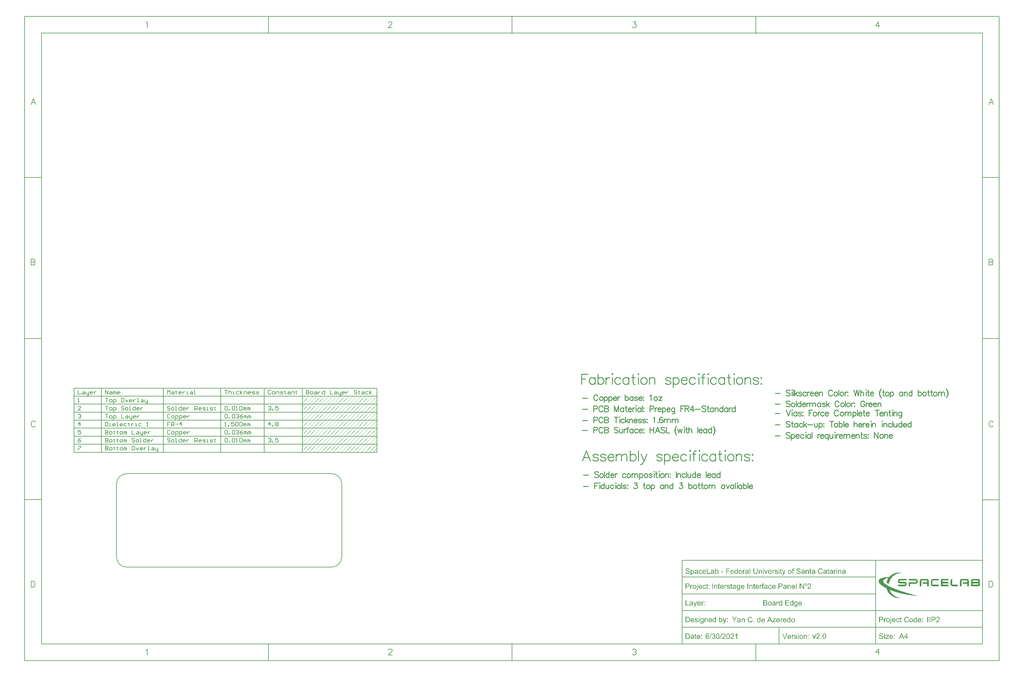
<source format=gm1>
G04*
G04 #@! TF.GenerationSoftware,Altium Limited,Altium Designer,18.1.7 (191)*
G04*
G04 Layer_Color=16711935*
%FSLAX25Y25*%
%MOIN*%
G70*
G01*
G75*
%ADD10C,0.00787*%
%ADD11C,0.01000*%
%ADD14C,0.00100*%
%ADD15C,0.00700*%
G36*
X799006Y-1464D02*
X799111Y-1474D01*
X799236Y-1493D01*
X799371Y-1512D01*
X799515Y-1541D01*
X799400Y-2214D01*
X799390D01*
X799361Y-2204D01*
X799313Y-2194D01*
X799255Y-2185D01*
X799179D01*
X799102Y-2175D01*
X798938Y-2166D01*
X798881D01*
X798823Y-2175D01*
X798746Y-2185D01*
X798669Y-2204D01*
X798583Y-2233D01*
X798506Y-2271D01*
X798439Y-2319D01*
X798429Y-2329D01*
X798419Y-2348D01*
X798390Y-2387D01*
X798371Y-2444D01*
X798343Y-2521D01*
X798314Y-2627D01*
X798304Y-2742D01*
X798294Y-2886D01*
Y-3300D01*
X799188D01*
Y-3905D01*
X798304D01*
Y-7874D01*
X797526D01*
Y-3905D01*
X796843D01*
Y-3300D01*
X797526D01*
Y-2819D01*
Y-2810D01*
Y-2800D01*
Y-2742D01*
X797535Y-2665D01*
Y-2560D01*
X797545Y-2454D01*
X797564Y-2339D01*
X797583Y-2233D01*
X797612Y-2137D01*
X797622Y-2127D01*
X797631Y-2089D01*
X797660Y-2031D01*
X797699Y-1964D01*
X797756Y-1877D01*
X797823Y-1801D01*
X797900Y-1724D01*
X797997Y-1647D01*
X798006Y-1637D01*
X798054Y-1618D01*
X798112Y-1589D01*
X798208Y-1551D01*
X798314Y-1512D01*
X798458Y-1483D01*
X798612Y-1464D01*
X798794Y-1455D01*
X798919D01*
X799006Y-1464D01*
D02*
G37*
G36*
X850064Y-2444D02*
X849285D01*
Y-1560D01*
X850064D01*
Y-2444D01*
D02*
G37*
G36*
X781957D02*
X781179D01*
Y-1560D01*
X781957D01*
Y-2444D01*
D02*
G37*
G36*
X763343D02*
X762565D01*
Y-1560D01*
X763343D01*
Y-2444D01*
D02*
G37*
G36*
X804704Y-1464D02*
X804772D01*
X804935Y-1483D01*
X805127Y-1512D01*
X805339Y-1551D01*
X805550Y-1608D01*
X805752Y-1685D01*
X805761D01*
X805771Y-1695D01*
X805800Y-1704D01*
X805838Y-1724D01*
X805934Y-1781D01*
X806059Y-1849D01*
X806194Y-1945D01*
X806328Y-2060D01*
X806463Y-2194D01*
X806578Y-2348D01*
X806588Y-2368D01*
X806626Y-2425D01*
X806674Y-2521D01*
X806722Y-2637D01*
X806780Y-2781D01*
X806838Y-2954D01*
X806876Y-3136D01*
X806895Y-3338D01*
X806098Y-3396D01*
Y-3386D01*
Y-3367D01*
X806088Y-3338D01*
X806079Y-3300D01*
X806059Y-3194D01*
X806021Y-3059D01*
X805963Y-2915D01*
X805886Y-2771D01*
X805781Y-2627D01*
X805656Y-2502D01*
X805637Y-2492D01*
X805588Y-2454D01*
X805502Y-2406D01*
X805387Y-2348D01*
X805233Y-2291D01*
X805041Y-2243D01*
X804820Y-2204D01*
X804560Y-2194D01*
X804435D01*
X804378Y-2204D01*
X804301D01*
X804137Y-2233D01*
X803955Y-2262D01*
X803772Y-2310D01*
X803599Y-2377D01*
X803522Y-2425D01*
X803455Y-2473D01*
X803445Y-2483D01*
X803407Y-2521D01*
X803349Y-2579D01*
X803292Y-2665D01*
X803224Y-2761D01*
X803176Y-2877D01*
X803138Y-3002D01*
X803119Y-3146D01*
Y-3165D01*
Y-3204D01*
X803128Y-3271D01*
X803148Y-3348D01*
X803176Y-3434D01*
X803224Y-3530D01*
X803282Y-3617D01*
X803359Y-3703D01*
X803368Y-3713D01*
X803417Y-3742D01*
X803445Y-3761D01*
X803484Y-3790D01*
X803541Y-3809D01*
X803609Y-3838D01*
X803686Y-3876D01*
X803772Y-3915D01*
X803868Y-3943D01*
X803984Y-3982D01*
X804118Y-4030D01*
X804262Y-4069D01*
X804426Y-4107D01*
X804608Y-4155D01*
X804618D01*
X804656Y-4165D01*
X804704Y-4174D01*
X804772Y-4193D01*
X804858Y-4213D01*
X804954Y-4241D01*
X805166Y-4290D01*
X805396Y-4357D01*
X805627Y-4424D01*
X805742Y-4453D01*
X805838Y-4491D01*
X805934Y-4530D01*
X806011Y-4559D01*
X806021D01*
X806040Y-4568D01*
X806059Y-4587D01*
X806098Y-4607D01*
X806194Y-4664D01*
X806319Y-4732D01*
X806453Y-4828D01*
X806588Y-4943D01*
X806713Y-5068D01*
X806818Y-5202D01*
X806828Y-5222D01*
X806857Y-5270D01*
X806905Y-5347D01*
X806953Y-5462D01*
X807001Y-5587D01*
X807049Y-5741D01*
X807078Y-5914D01*
X807088Y-6096D01*
Y-6106D01*
Y-6115D01*
Y-6144D01*
Y-6183D01*
X807068Y-6279D01*
X807049Y-6404D01*
X807020Y-6548D01*
X806963Y-6711D01*
X806895Y-6884D01*
X806799Y-7048D01*
X806790Y-7067D01*
X806742Y-7124D01*
X806684Y-7201D01*
X806588Y-7297D01*
X806472Y-7413D01*
X806328Y-7528D01*
X806155Y-7634D01*
X805963Y-7739D01*
X805954D01*
X805934Y-7749D01*
X805906Y-7759D01*
X805867Y-7778D01*
X805819Y-7797D01*
X805761Y-7816D01*
X805608Y-7855D01*
X805435Y-7903D01*
X805223Y-7941D01*
X805002Y-7970D01*
X804752Y-7980D01*
X804608D01*
X804541Y-7970D01*
X804454D01*
X804358Y-7960D01*
X804253Y-7951D01*
X804032Y-7922D01*
X803791Y-7874D01*
X803551Y-7816D01*
X803321Y-7739D01*
X803311D01*
X803292Y-7730D01*
X803263Y-7711D01*
X803224Y-7691D01*
X803119Y-7634D01*
X802994Y-7547D01*
X802840Y-7442D01*
X802696Y-7317D01*
X802542Y-7163D01*
X802407Y-6990D01*
Y-6980D01*
X802398Y-6971D01*
X802379Y-6942D01*
X802359Y-6903D01*
X802331Y-6855D01*
X802302Y-6798D01*
X802244Y-6654D01*
X802186Y-6490D01*
X802129Y-6288D01*
X802090Y-6077D01*
X802071Y-5846D01*
X802859Y-5779D01*
Y-5789D01*
Y-5798D01*
X802869Y-5856D01*
X802888Y-5942D01*
X802907Y-6058D01*
X802946Y-6183D01*
X802984Y-6317D01*
X803042Y-6442D01*
X803109Y-6567D01*
X803119Y-6577D01*
X803148Y-6615D01*
X803195Y-6673D01*
X803272Y-6740D01*
X803359Y-6817D01*
X803465Y-6903D01*
X803599Y-6980D01*
X803743Y-7057D01*
X803753D01*
X803763Y-7067D01*
X803820Y-7086D01*
X803907Y-7115D01*
X804032Y-7144D01*
X804166Y-7182D01*
X804339Y-7211D01*
X804522Y-7230D01*
X804714Y-7240D01*
X804791D01*
X804887Y-7230D01*
X804993Y-7220D01*
X805127Y-7211D01*
X805262Y-7182D01*
X805406Y-7153D01*
X805550Y-7105D01*
X805569Y-7096D01*
X805608Y-7076D01*
X805675Y-7048D01*
X805752Y-7000D01*
X805848Y-6942D01*
X805934Y-6875D01*
X806021Y-6798D01*
X806098Y-6711D01*
X806107Y-6702D01*
X806127Y-6663D01*
X806155Y-6615D01*
X806194Y-6548D01*
X806223Y-6471D01*
X806252Y-6375D01*
X806271Y-6279D01*
X806280Y-6173D01*
Y-6163D01*
Y-6125D01*
X806271Y-6067D01*
X806261Y-6000D01*
X806242Y-5914D01*
X806203Y-5827D01*
X806165Y-5741D01*
X806107Y-5654D01*
X806098Y-5644D01*
X806079Y-5616D01*
X806030Y-5577D01*
X805973Y-5520D01*
X805896Y-5462D01*
X805800Y-5404D01*
X805675Y-5337D01*
X805540Y-5279D01*
X805531Y-5270D01*
X805492Y-5260D01*
X805415Y-5241D01*
X805367Y-5222D01*
X805310Y-5202D01*
X805233Y-5183D01*
X805156Y-5164D01*
X805060Y-5135D01*
X804964Y-5106D01*
X804848Y-5077D01*
X804714Y-5049D01*
X804570Y-5010D01*
X804416Y-4972D01*
X804406D01*
X804378Y-4962D01*
X804329Y-4953D01*
X804272Y-4933D01*
X804205Y-4914D01*
X804128Y-4895D01*
X803945Y-4847D01*
X803743Y-4780D01*
X803541Y-4712D01*
X803359Y-4645D01*
X803272Y-4616D01*
X803205Y-4578D01*
X803195D01*
X803186Y-4568D01*
X803128Y-4530D01*
X803051Y-4482D01*
X802955Y-4414D01*
X802840Y-4328D01*
X802734Y-4232D01*
X802629Y-4117D01*
X802532Y-3992D01*
X802523Y-3972D01*
X802494Y-3924D01*
X802465Y-3857D01*
X802427Y-3761D01*
X802379Y-3646D01*
X802350Y-3511D01*
X802321Y-3357D01*
X802311Y-3204D01*
Y-3194D01*
Y-3184D01*
Y-3156D01*
Y-3117D01*
X802331Y-3031D01*
X802350Y-2915D01*
X802379Y-2771D01*
X802427Y-2627D01*
X802494Y-2464D01*
X802581Y-2310D01*
Y-2300D01*
X802590Y-2291D01*
X802629Y-2243D01*
X802696Y-2166D01*
X802782Y-2070D01*
X802888Y-1973D01*
X803022Y-1868D01*
X803186Y-1762D01*
X803368Y-1676D01*
X803378D01*
X803388Y-1666D01*
X803417Y-1656D01*
X803465Y-1637D01*
X803513Y-1627D01*
X803570Y-1608D01*
X803705Y-1560D01*
X803878Y-1522D01*
X804070Y-1493D01*
X804291Y-1464D01*
X804522Y-1455D01*
X804637D01*
X804704Y-1464D01*
D02*
G37*
G36*
X673893D02*
X673960D01*
X674124Y-1483D01*
X674316Y-1512D01*
X674527Y-1551D01*
X674739Y-1608D01*
X674940Y-1685D01*
X674950D01*
X674960Y-1695D01*
X674989Y-1704D01*
X675027Y-1724D01*
X675123Y-1781D01*
X675248Y-1849D01*
X675383Y-1945D01*
X675517Y-2060D01*
X675652Y-2194D01*
X675767Y-2348D01*
X675776Y-2368D01*
X675815Y-2425D01*
X675863Y-2521D01*
X675911Y-2637D01*
X675969Y-2781D01*
X676026Y-2954D01*
X676065Y-3136D01*
X676084Y-3338D01*
X675286Y-3396D01*
Y-3386D01*
Y-3367D01*
X675277Y-3338D01*
X675267Y-3300D01*
X675248Y-3194D01*
X675210Y-3059D01*
X675152Y-2915D01*
X675075Y-2771D01*
X674969Y-2627D01*
X674844Y-2502D01*
X674825Y-2492D01*
X674777Y-2454D01*
X674691Y-2406D01*
X674575Y-2348D01*
X674422Y-2291D01*
X674229Y-2243D01*
X674008Y-2204D01*
X673749Y-2194D01*
X673624D01*
X673566Y-2204D01*
X673489D01*
X673326Y-2233D01*
X673143Y-2262D01*
X672961Y-2310D01*
X672788Y-2377D01*
X672711Y-2425D01*
X672644Y-2473D01*
X672634Y-2483D01*
X672596Y-2521D01*
X672538Y-2579D01*
X672480Y-2665D01*
X672413Y-2761D01*
X672365Y-2877D01*
X672327Y-3002D01*
X672307Y-3146D01*
Y-3165D01*
Y-3204D01*
X672317Y-3271D01*
X672336Y-3348D01*
X672365Y-3434D01*
X672413Y-3530D01*
X672471Y-3617D01*
X672548Y-3703D01*
X672557Y-3713D01*
X672605Y-3742D01*
X672634Y-3761D01*
X672673Y-3790D01*
X672730Y-3809D01*
X672797Y-3838D01*
X672874Y-3876D01*
X672961Y-3915D01*
X673057Y-3943D01*
X673172Y-3982D01*
X673307Y-4030D01*
X673451Y-4069D01*
X673614Y-4107D01*
X673797Y-4155D01*
X673806D01*
X673845Y-4165D01*
X673893Y-4174D01*
X673960Y-4193D01*
X674047Y-4213D01*
X674143Y-4241D01*
X674354Y-4290D01*
X674585Y-4357D01*
X674816Y-4424D01*
X674931Y-4453D01*
X675027Y-4491D01*
X675123Y-4530D01*
X675200Y-4559D01*
X675210D01*
X675229Y-4568D01*
X675248Y-4587D01*
X675286Y-4607D01*
X675383Y-4664D01*
X675507Y-4732D01*
X675642Y-4828D01*
X675776Y-4943D01*
X675902Y-5068D01*
X676007Y-5202D01*
X676017Y-5222D01*
X676046Y-5270D01*
X676094Y-5347D01*
X676142Y-5462D01*
X676190Y-5587D01*
X676238Y-5741D01*
X676267Y-5914D01*
X676276Y-6096D01*
Y-6106D01*
Y-6115D01*
Y-6144D01*
Y-6183D01*
X676257Y-6279D01*
X676238Y-6404D01*
X676209Y-6548D01*
X676151Y-6711D01*
X676084Y-6884D01*
X675988Y-7048D01*
X675978Y-7067D01*
X675930Y-7124D01*
X675873Y-7201D01*
X675776Y-7297D01*
X675661Y-7413D01*
X675517Y-7528D01*
X675344Y-7634D01*
X675152Y-7739D01*
X675142D01*
X675123Y-7749D01*
X675094Y-7759D01*
X675056Y-7778D01*
X675008Y-7797D01*
X674950Y-7816D01*
X674796Y-7855D01*
X674623Y-7903D01*
X674412Y-7941D01*
X674191Y-7970D01*
X673941Y-7980D01*
X673797D01*
X673730Y-7970D01*
X673643D01*
X673547Y-7960D01*
X673441Y-7951D01*
X673220Y-7922D01*
X672980Y-7874D01*
X672740Y-7816D01*
X672509Y-7739D01*
X672500D01*
X672480Y-7730D01*
X672451Y-7711D01*
X672413Y-7691D01*
X672307Y-7634D01*
X672182Y-7547D01*
X672029Y-7442D01*
X671884Y-7317D01*
X671731Y-7163D01*
X671596Y-6990D01*
Y-6980D01*
X671587Y-6971D01*
X671567Y-6942D01*
X671548Y-6903D01*
X671519Y-6855D01*
X671490Y-6798D01*
X671433Y-6654D01*
X671375Y-6490D01*
X671317Y-6288D01*
X671279Y-6077D01*
X671260Y-5846D01*
X672048Y-5779D01*
Y-5789D01*
Y-5798D01*
X672057Y-5856D01*
X672077Y-5942D01*
X672096Y-6058D01*
X672134Y-6183D01*
X672173Y-6317D01*
X672230Y-6442D01*
X672298Y-6567D01*
X672307Y-6577D01*
X672336Y-6615D01*
X672384Y-6673D01*
X672461Y-6740D01*
X672548Y-6817D01*
X672653Y-6903D01*
X672788Y-6980D01*
X672932Y-7057D01*
X672942D01*
X672951Y-7067D01*
X673009Y-7086D01*
X673095Y-7115D01*
X673220Y-7144D01*
X673355Y-7182D01*
X673528Y-7211D01*
X673710Y-7230D01*
X673903Y-7240D01*
X673980D01*
X674076Y-7230D01*
X674181Y-7220D01*
X674316Y-7211D01*
X674450Y-7182D01*
X674594Y-7153D01*
X674739Y-7105D01*
X674758Y-7096D01*
X674796Y-7076D01*
X674864Y-7048D01*
X674940Y-7000D01*
X675037Y-6942D01*
X675123Y-6875D01*
X675210Y-6798D01*
X675286Y-6711D01*
X675296Y-6702D01*
X675315Y-6663D01*
X675344Y-6615D01*
X675383Y-6548D01*
X675411Y-6471D01*
X675440Y-6375D01*
X675459Y-6279D01*
X675469Y-6173D01*
Y-6163D01*
Y-6125D01*
X675459Y-6067D01*
X675450Y-6000D01*
X675431Y-5914D01*
X675392Y-5827D01*
X675354Y-5741D01*
X675296Y-5654D01*
X675286Y-5644D01*
X675267Y-5616D01*
X675219Y-5577D01*
X675162Y-5520D01*
X675085Y-5462D01*
X674989Y-5404D01*
X674864Y-5337D01*
X674729Y-5279D01*
X674719Y-5270D01*
X674681Y-5260D01*
X674604Y-5241D01*
X674556Y-5222D01*
X674498Y-5202D01*
X674422Y-5183D01*
X674345Y-5164D01*
X674249Y-5135D01*
X674153Y-5106D01*
X674037Y-5077D01*
X673903Y-5049D01*
X673758Y-5010D01*
X673605Y-4972D01*
X673595D01*
X673566Y-4962D01*
X673518Y-4953D01*
X673460Y-4933D01*
X673393Y-4914D01*
X673316Y-4895D01*
X673134Y-4847D01*
X672932Y-4780D01*
X672730Y-4712D01*
X672548Y-4645D01*
X672461Y-4616D01*
X672394Y-4578D01*
X672384D01*
X672375Y-4568D01*
X672317Y-4530D01*
X672240Y-4482D01*
X672144Y-4414D01*
X672029Y-4328D01*
X671923Y-4232D01*
X671817Y-4117D01*
X671721Y-3992D01*
X671711Y-3972D01*
X671683Y-3924D01*
X671654Y-3857D01*
X671615Y-3761D01*
X671567Y-3646D01*
X671538Y-3511D01*
X671510Y-3357D01*
X671500Y-3204D01*
Y-3194D01*
Y-3184D01*
Y-3156D01*
Y-3117D01*
X671519Y-3031D01*
X671538Y-2915D01*
X671567Y-2771D01*
X671615Y-2627D01*
X671683Y-2464D01*
X671769Y-2310D01*
Y-2300D01*
X671779Y-2291D01*
X671817Y-2243D01*
X671884Y-2166D01*
X671971Y-2070D01*
X672077Y-1973D01*
X672211Y-1868D01*
X672375Y-1762D01*
X672557Y-1676D01*
X672567D01*
X672576Y-1666D01*
X672605Y-1656D01*
X672653Y-1637D01*
X672701Y-1627D01*
X672759Y-1608D01*
X672893Y-1560D01*
X673067Y-1522D01*
X673259Y-1493D01*
X673480Y-1464D01*
X673710Y-1455D01*
X673826D01*
X673893Y-1464D01*
D02*
G37*
G36*
X830728D02*
X830805Y-1474D01*
X830901Y-1483D01*
X831007Y-1493D01*
X831122Y-1512D01*
X831372Y-1570D01*
X831641Y-1656D01*
X831776Y-1714D01*
X831910Y-1781D01*
X832035Y-1858D01*
X832160Y-1945D01*
X832170Y-1954D01*
X832189Y-1964D01*
X832218Y-1993D01*
X832266Y-2031D01*
X832314Y-2079D01*
X832381Y-2146D01*
X832448Y-2214D01*
X832516Y-2291D01*
X832592Y-2387D01*
X832660Y-2483D01*
X832737Y-2598D01*
X832814Y-2723D01*
X832881Y-2848D01*
X832948Y-2992D01*
X833063Y-3300D01*
X832237Y-3492D01*
Y-3482D01*
X832227Y-3463D01*
X832218Y-3425D01*
X832199Y-3376D01*
X832170Y-3319D01*
X832141Y-3252D01*
X832074Y-3108D01*
X831987Y-2944D01*
X831872Y-2771D01*
X831747Y-2617D01*
X831593Y-2483D01*
X831574Y-2473D01*
X831516Y-2435D01*
X831430Y-2387D01*
X831305Y-2319D01*
X831161Y-2262D01*
X830978Y-2214D01*
X830776Y-2175D01*
X830546Y-2166D01*
X830478D01*
X830430Y-2175D01*
X830363D01*
X830296Y-2185D01*
X830123Y-2214D01*
X829931Y-2252D01*
X829729Y-2319D01*
X829527Y-2406D01*
X829335Y-2521D01*
X829325D01*
X829315Y-2541D01*
X829258Y-2589D01*
X829171Y-2665D01*
X829066Y-2771D01*
X828960Y-2906D01*
X828845Y-3059D01*
X828739Y-3252D01*
X828652Y-3463D01*
Y-3473D01*
X828643Y-3492D01*
X828633Y-3521D01*
X828624Y-3569D01*
X828604Y-3617D01*
X828595Y-3684D01*
X828556Y-3838D01*
X828518Y-4020D01*
X828489Y-4222D01*
X828470Y-4443D01*
X828460Y-4674D01*
Y-4684D01*
Y-4712D01*
Y-4751D01*
Y-4808D01*
X828470Y-4876D01*
Y-4962D01*
X828479Y-5049D01*
X828489Y-5145D01*
X828518Y-5366D01*
X828556Y-5606D01*
X828614Y-5846D01*
X828691Y-6077D01*
Y-6087D01*
X828701Y-6106D01*
X828720Y-6135D01*
X828739Y-6173D01*
X828787Y-6288D01*
X828864Y-6413D01*
X828969Y-6567D01*
X829095Y-6711D01*
X829239Y-6855D01*
X829412Y-6980D01*
X829421D01*
X829431Y-6990D01*
X829460Y-7009D01*
X829498Y-7028D01*
X829604Y-7067D01*
X829738Y-7124D01*
X829892Y-7173D01*
X830075Y-7220D01*
X830276Y-7259D01*
X830488Y-7269D01*
X830555D01*
X830603Y-7259D01*
X830661D01*
X830738Y-7249D01*
X830901Y-7220D01*
X831084Y-7173D01*
X831286Y-7096D01*
X831478Y-7000D01*
X831670Y-6865D01*
X831680Y-6855D01*
X831689Y-6846D01*
X831747Y-6788D01*
X831833Y-6692D01*
X831939Y-6567D01*
X832045Y-6394D01*
X832160Y-6192D01*
X832256Y-5942D01*
X832333Y-5664D01*
X833169Y-5875D01*
Y-5885D01*
X833160Y-5923D01*
X833140Y-5971D01*
X833121Y-6048D01*
X833083Y-6125D01*
X833044Y-6231D01*
X833006Y-6336D01*
X832948Y-6452D01*
X832823Y-6711D01*
X832650Y-6971D01*
X832458Y-7220D01*
X832343Y-7336D01*
X832218Y-7442D01*
X832208Y-7451D01*
X832189Y-7461D01*
X832150Y-7490D01*
X832093Y-7528D01*
X832026Y-7566D01*
X831949Y-7615D01*
X831862Y-7663D01*
X831756Y-7711D01*
X831641Y-7759D01*
X831516Y-7807D01*
X831372Y-7855D01*
X831228Y-7893D01*
X830911Y-7960D01*
X830738Y-7970D01*
X830555Y-7980D01*
X830459D01*
X830382Y-7970D01*
X830296D01*
X830200Y-7960D01*
X830084Y-7941D01*
X829969Y-7932D01*
X829700Y-7874D01*
X829421Y-7807D01*
X829152Y-7701D01*
X829018Y-7643D01*
X828893Y-7566D01*
X828883Y-7557D01*
X828864Y-7547D01*
X828835Y-7518D01*
X828787Y-7490D01*
X828672Y-7394D01*
X828537Y-7259D01*
X828374Y-7096D01*
X828220Y-6884D01*
X828057Y-6644D01*
X827922Y-6365D01*
Y-6356D01*
X827912Y-6327D01*
X827893Y-6288D01*
X827874Y-6231D01*
X827845Y-6154D01*
X827816Y-6067D01*
X827787Y-5971D01*
X827759Y-5856D01*
X827730Y-5741D01*
X827701Y-5606D01*
X827643Y-5318D01*
X827605Y-5010D01*
X827595Y-4674D01*
Y-4664D01*
Y-4626D01*
Y-4578D01*
X827605Y-4510D01*
Y-4424D01*
X827614Y-4318D01*
X827624Y-4213D01*
X827643Y-4088D01*
X827691Y-3819D01*
X827749Y-3530D01*
X827845Y-3232D01*
X827970Y-2954D01*
Y-2944D01*
X827989Y-2925D01*
X828008Y-2886D01*
X828037Y-2829D01*
X828076Y-2771D01*
X828124Y-2704D01*
X828249Y-2541D01*
X828393Y-2358D01*
X828576Y-2175D01*
X828797Y-1993D01*
X829037Y-1839D01*
X829046D01*
X829066Y-1820D01*
X829104Y-1801D01*
X829162Y-1781D01*
X829219Y-1752D01*
X829296Y-1714D01*
X829392Y-1685D01*
X829488Y-1647D01*
X829594Y-1608D01*
X829710Y-1579D01*
X829969Y-1512D01*
X830257Y-1474D01*
X830565Y-1455D01*
X830661D01*
X830728Y-1464D01*
D02*
G37*
G36*
X732927Y-7874D02*
X732206D01*
Y-7307D01*
X732197Y-7317D01*
X732187Y-7336D01*
X732158Y-7365D01*
X732120Y-7413D01*
X732082Y-7461D01*
X732024Y-7518D01*
X731957Y-7576D01*
X731880Y-7643D01*
X731793Y-7701D01*
X731697Y-7768D01*
X731591Y-7826D01*
X731486Y-7874D01*
X731361Y-7922D01*
X731226Y-7951D01*
X731082Y-7970D01*
X730928Y-7980D01*
X730871D01*
X730832Y-7970D01*
X730726Y-7960D01*
X730602Y-7941D01*
X730438Y-7903D01*
X730275Y-7855D01*
X730092Y-7778D01*
X729919Y-7682D01*
X729910D01*
X729900Y-7672D01*
X729842Y-7624D01*
X729766Y-7557D01*
X729660Y-7461D01*
X729554Y-7345D01*
X729429Y-7201D01*
X729323Y-7038D01*
X729218Y-6846D01*
Y-6836D01*
X729208Y-6817D01*
X729199Y-6788D01*
X729179Y-6750D01*
X729160Y-6702D01*
X729141Y-6634D01*
X729093Y-6481D01*
X729045Y-6298D01*
X729006Y-6087D01*
X728977Y-5856D01*
X728968Y-5596D01*
Y-5587D01*
Y-5568D01*
Y-5529D01*
Y-5481D01*
X728977Y-5424D01*
Y-5347D01*
X728997Y-5183D01*
X729026Y-4991D01*
X729064Y-4789D01*
X729112Y-4568D01*
X729189Y-4357D01*
Y-4347D01*
X729199Y-4328D01*
X729218Y-4299D01*
X729237Y-4261D01*
X729285Y-4165D01*
X729362Y-4040D01*
X729458Y-3895D01*
X729573Y-3751D01*
X729708Y-3617D01*
X729871Y-3492D01*
X729881D01*
X729890Y-3482D01*
X729948Y-3444D01*
X730044Y-3396D01*
X730169Y-3338D01*
X730323Y-3290D01*
X730496Y-3242D01*
X730688Y-3204D01*
X730890Y-3194D01*
X730957D01*
X731034Y-3204D01*
X731140Y-3213D01*
X731246Y-3242D01*
X731370Y-3271D01*
X731495Y-3319D01*
X731620Y-3376D01*
X731639Y-3386D01*
X731678Y-3405D01*
X731736Y-3444D01*
X731812Y-3501D01*
X731889Y-3559D01*
X731985Y-3636D01*
X732072Y-3732D01*
X732149Y-3828D01*
Y-1560D01*
X732927D01*
Y-7874D01*
D02*
G37*
G36*
X679553Y-3213D02*
X679688Y-3232D01*
X679851Y-3271D01*
X680024Y-3319D01*
X680197Y-3396D01*
X680370Y-3501D01*
X680380D01*
X680389Y-3511D01*
X680447Y-3559D01*
X680524Y-3626D01*
X680630Y-3723D01*
X680735Y-3838D01*
X680851Y-3992D01*
X680956Y-4155D01*
X681052Y-4357D01*
Y-4366D01*
X681062Y-4386D01*
X681072Y-4414D01*
X681091Y-4453D01*
X681110Y-4501D01*
X681129Y-4568D01*
X681168Y-4712D01*
X681206Y-4895D01*
X681245Y-5097D01*
X681274Y-5318D01*
X681283Y-5558D01*
Y-5568D01*
Y-5587D01*
Y-5625D01*
Y-5673D01*
X681274Y-5741D01*
Y-5808D01*
X681254Y-5981D01*
X681216Y-6173D01*
X681177Y-6385D01*
X681110Y-6605D01*
X681024Y-6826D01*
Y-6836D01*
X681014Y-6855D01*
X680995Y-6884D01*
X680976Y-6923D01*
X680918Y-7019D01*
X680841Y-7144D01*
X680735Y-7278D01*
X680610Y-7422D01*
X680466Y-7557D01*
X680293Y-7682D01*
X680284D01*
X680274Y-7691D01*
X680245Y-7711D01*
X680207Y-7730D01*
X680111Y-7778D01*
X679986Y-7826D01*
X679832Y-7884D01*
X679669Y-7932D01*
X679476Y-7970D01*
X679284Y-7980D01*
X679217D01*
X679150Y-7970D01*
X679053Y-7960D01*
X678948Y-7941D01*
X678832Y-7913D01*
X678708Y-7874D01*
X678592Y-7826D01*
X678583Y-7816D01*
X678544Y-7797D01*
X678487Y-7759D01*
X678419Y-7711D01*
X678333Y-7653D01*
X678256Y-7586D01*
X678169Y-7499D01*
X678093Y-7413D01*
Y-9623D01*
X677314D01*
Y-3300D01*
X678025D01*
Y-3895D01*
X678035Y-3876D01*
X678064Y-3838D01*
X678121Y-3780D01*
X678189Y-3703D01*
X678265Y-3617D01*
X678362Y-3530D01*
X678467Y-3444D01*
X678583Y-3376D01*
X678602Y-3367D01*
X678640Y-3348D01*
X678708Y-3319D01*
X678794Y-3280D01*
X678909Y-3252D01*
X679034Y-3223D01*
X679178Y-3204D01*
X679342Y-3194D01*
X679438D01*
X679553Y-3213D01*
D02*
G37*
G36*
X853542Y-3204D02*
X853638Y-3213D01*
X853754Y-3232D01*
X853888Y-3261D01*
X854013Y-3300D01*
X854148Y-3348D01*
X854167Y-3357D01*
X854205Y-3376D01*
X854263Y-3405D01*
X854340Y-3453D01*
X854426Y-3511D01*
X854513Y-3578D01*
X854599Y-3655D01*
X854667Y-3742D01*
X854676Y-3751D01*
X854696Y-3780D01*
X854724Y-3838D01*
X854763Y-3905D01*
X854801Y-3982D01*
X854840Y-4078D01*
X854878Y-4193D01*
X854907Y-4309D01*
Y-4318D01*
X854916Y-4347D01*
X854926Y-4405D01*
X854936Y-4482D01*
Y-4587D01*
X854945Y-4722D01*
X854955Y-4876D01*
Y-5068D01*
Y-7874D01*
X854177D01*
Y-5097D01*
Y-5087D01*
Y-5077D01*
Y-5020D01*
Y-4933D01*
X854167Y-4828D01*
X854157Y-4722D01*
X854138Y-4597D01*
X854109Y-4491D01*
X854080Y-4395D01*
Y-4386D01*
X854061Y-4357D01*
X854042Y-4309D01*
X854013Y-4261D01*
X853965Y-4193D01*
X853907Y-4136D01*
X853840Y-4069D01*
X853763Y-4011D01*
X853754Y-4001D01*
X853725Y-3992D01*
X853677Y-3963D01*
X853610Y-3934D01*
X853533Y-3915D01*
X853437Y-3886D01*
X853341Y-3876D01*
X853225Y-3867D01*
X853139D01*
X853052Y-3886D01*
X852927Y-3905D01*
X852793Y-3943D01*
X852658Y-4001D01*
X852504Y-4078D01*
X852370Y-4184D01*
X852351Y-4203D01*
X852312Y-4251D01*
X852255Y-4328D01*
X852226Y-4386D01*
X852197Y-4453D01*
X852159Y-4530D01*
X852130Y-4616D01*
X852101Y-4712D01*
X852072Y-4818D01*
X852043Y-4943D01*
X852034Y-5077D01*
X852014Y-5222D01*
Y-5375D01*
Y-7874D01*
X851236D01*
Y-3300D01*
X851937D01*
Y-3953D01*
X851947Y-3943D01*
X851957Y-3924D01*
X851985Y-3886D01*
X852034Y-3838D01*
X852082Y-3780D01*
X852149Y-3713D01*
X852216Y-3646D01*
X852303Y-3569D01*
X852408Y-3501D01*
X852514Y-3434D01*
X852629Y-3367D01*
X852764Y-3309D01*
X852899Y-3261D01*
X853052Y-3223D01*
X853216Y-3204D01*
X853389Y-3194D01*
X853456D01*
X853542Y-3204D01*
D02*
G37*
G36*
X815333D02*
X815429Y-3213D01*
X815544Y-3232D01*
X815679Y-3261D01*
X815804Y-3300D01*
X815938Y-3348D01*
X815958Y-3357D01*
X815996Y-3376D01*
X816054Y-3405D01*
X816131Y-3453D01*
X816217Y-3511D01*
X816304Y-3578D01*
X816390Y-3655D01*
X816457Y-3742D01*
X816467Y-3751D01*
X816486Y-3780D01*
X816515Y-3838D01*
X816553Y-3905D01*
X816592Y-3982D01*
X816630Y-4078D01*
X816669Y-4193D01*
X816698Y-4309D01*
Y-4318D01*
X816707Y-4347D01*
X816717Y-4405D01*
X816726Y-4482D01*
Y-4587D01*
X816736Y-4722D01*
X816746Y-4876D01*
Y-5068D01*
Y-7874D01*
X815967D01*
Y-5097D01*
Y-5087D01*
Y-5077D01*
Y-5020D01*
Y-4933D01*
X815958Y-4828D01*
X815948Y-4722D01*
X815929Y-4597D01*
X815900Y-4491D01*
X815871Y-4395D01*
Y-4386D01*
X815852Y-4357D01*
X815833Y-4309D01*
X815804Y-4261D01*
X815756Y-4193D01*
X815698Y-4136D01*
X815631Y-4069D01*
X815554Y-4011D01*
X815544Y-4001D01*
X815516Y-3992D01*
X815467Y-3963D01*
X815400Y-3934D01*
X815323Y-3915D01*
X815227Y-3886D01*
X815131Y-3876D01*
X815016Y-3867D01*
X814929D01*
X814843Y-3886D01*
X814718Y-3905D01*
X814583Y-3943D01*
X814449Y-4001D01*
X814295Y-4078D01*
X814161Y-4184D01*
X814141Y-4203D01*
X814103Y-4251D01*
X814045Y-4328D01*
X814016Y-4386D01*
X813988Y-4453D01*
X813949Y-4530D01*
X813920Y-4616D01*
X813892Y-4712D01*
X813863Y-4818D01*
X813834Y-4943D01*
X813824Y-5077D01*
X813805Y-5222D01*
Y-5375D01*
Y-7874D01*
X813027D01*
Y-3300D01*
X813728D01*
Y-3953D01*
X813738Y-3943D01*
X813747Y-3924D01*
X813776Y-3886D01*
X813824Y-3838D01*
X813872Y-3780D01*
X813939Y-3713D01*
X814007Y-3646D01*
X814093Y-3569D01*
X814199Y-3501D01*
X814305Y-3434D01*
X814420Y-3367D01*
X814555Y-3309D01*
X814689Y-3261D01*
X814843Y-3223D01*
X815006Y-3204D01*
X815179Y-3194D01*
X815246D01*
X815333Y-3204D01*
D02*
G37*
G36*
X759960D02*
X760056Y-3213D01*
X760172Y-3232D01*
X760306Y-3261D01*
X760431Y-3300D01*
X760566Y-3348D01*
X760585Y-3357D01*
X760623Y-3376D01*
X760681Y-3405D01*
X760758Y-3453D01*
X760844Y-3511D01*
X760931Y-3578D01*
X761017Y-3655D01*
X761085Y-3742D01*
X761094Y-3751D01*
X761113Y-3780D01*
X761142Y-3838D01*
X761181Y-3905D01*
X761219Y-3982D01*
X761258Y-4078D01*
X761296Y-4193D01*
X761325Y-4309D01*
Y-4318D01*
X761334Y-4347D01*
X761344Y-4405D01*
X761354Y-4482D01*
Y-4587D01*
X761363Y-4722D01*
X761373Y-4876D01*
Y-5068D01*
Y-7874D01*
X760594D01*
Y-5097D01*
Y-5087D01*
Y-5077D01*
Y-5020D01*
Y-4933D01*
X760585Y-4828D01*
X760575Y-4722D01*
X760556Y-4597D01*
X760527Y-4491D01*
X760498Y-4395D01*
Y-4386D01*
X760479Y-4357D01*
X760460Y-4309D01*
X760431Y-4261D01*
X760383Y-4193D01*
X760325Y-4136D01*
X760258Y-4069D01*
X760181Y-4011D01*
X760172Y-4001D01*
X760143Y-3992D01*
X760095Y-3963D01*
X760027Y-3934D01*
X759950Y-3915D01*
X759854Y-3886D01*
X759758Y-3876D01*
X759643Y-3867D01*
X759556D01*
X759470Y-3886D01*
X759345Y-3905D01*
X759211Y-3943D01*
X759076Y-4001D01*
X758922Y-4078D01*
X758788Y-4184D01*
X758769Y-4203D01*
X758730Y-4251D01*
X758672Y-4328D01*
X758644Y-4386D01*
X758615Y-4453D01*
X758576Y-4530D01*
X758547Y-4616D01*
X758519Y-4712D01*
X758490Y-4818D01*
X758461Y-4943D01*
X758451Y-5077D01*
X758432Y-5222D01*
Y-5375D01*
Y-7874D01*
X757654D01*
Y-3300D01*
X758355D01*
Y-3953D01*
X758365Y-3943D01*
X758375Y-3924D01*
X758403Y-3886D01*
X758451Y-3838D01*
X758499Y-3780D01*
X758567Y-3713D01*
X758634Y-3646D01*
X758720Y-3569D01*
X758826Y-3501D01*
X758932Y-3434D01*
X759047Y-3367D01*
X759182Y-3309D01*
X759316Y-3261D01*
X759470Y-3223D01*
X759633Y-3204D01*
X759806Y-3194D01*
X759874D01*
X759960Y-3204D01*
D02*
G37*
G36*
X848170D02*
X848276Y-3223D01*
X848391Y-3261D01*
X848526Y-3300D01*
X848670Y-3367D01*
X848824Y-3453D01*
X848545Y-4165D01*
X848536Y-4155D01*
X848497Y-4136D01*
X848439Y-4107D01*
X848372Y-4078D01*
X848286Y-4049D01*
X848190Y-4020D01*
X848084Y-4001D01*
X847978Y-3992D01*
X847940D01*
X847892Y-4001D01*
X847824Y-4011D01*
X847757Y-4030D01*
X847680Y-4059D01*
X847603Y-4097D01*
X847526Y-4145D01*
X847517Y-4155D01*
X847498Y-4174D01*
X847459Y-4213D01*
X847421Y-4261D01*
X847373Y-4318D01*
X847325Y-4395D01*
X847286Y-4482D01*
X847248Y-4578D01*
X847238Y-4597D01*
X847229Y-4645D01*
X847209Y-4732D01*
X847190Y-4847D01*
X847161Y-4981D01*
X847142Y-5135D01*
X847132Y-5299D01*
X847123Y-5481D01*
Y-7874D01*
X846344D01*
Y-3300D01*
X847046D01*
Y-3982D01*
X847056Y-3972D01*
X847094Y-3915D01*
X847142Y-3828D01*
X847200Y-3732D01*
X847277Y-3626D01*
X847363Y-3521D01*
X847440Y-3425D01*
X847526Y-3357D01*
X847536Y-3348D01*
X847565Y-3328D01*
X847613Y-3309D01*
X847680Y-3271D01*
X847748Y-3242D01*
X847834Y-3223D01*
X847930Y-3204D01*
X848026Y-3194D01*
X848093D01*
X848170Y-3204D01*
D02*
G37*
G36*
X775653D02*
X775759Y-3223D01*
X775874Y-3261D01*
X776009Y-3300D01*
X776153Y-3367D01*
X776307Y-3453D01*
X776028Y-4165D01*
X776018Y-4155D01*
X775980Y-4136D01*
X775922Y-4107D01*
X775855Y-4078D01*
X775769Y-4049D01*
X775672Y-4020D01*
X775567Y-4001D01*
X775461Y-3992D01*
X775423D01*
X775375Y-4001D01*
X775307Y-4011D01*
X775240Y-4030D01*
X775163Y-4059D01*
X775086Y-4097D01*
X775009Y-4145D01*
X775000Y-4155D01*
X774981Y-4174D01*
X774942Y-4213D01*
X774904Y-4261D01*
X774856Y-4318D01*
X774808Y-4395D01*
X774769Y-4482D01*
X774731Y-4578D01*
X774721Y-4597D01*
X774712Y-4645D01*
X774692Y-4732D01*
X774673Y-4847D01*
X774644Y-4981D01*
X774625Y-5135D01*
X774615Y-5299D01*
X774606Y-5481D01*
Y-7874D01*
X773827D01*
Y-3300D01*
X774529D01*
Y-3982D01*
X774539Y-3972D01*
X774577Y-3915D01*
X774625Y-3828D01*
X774683Y-3732D01*
X774759Y-3626D01*
X774846Y-3521D01*
X774923Y-3425D01*
X775009Y-3357D01*
X775019Y-3348D01*
X775048Y-3328D01*
X775096Y-3309D01*
X775163Y-3271D01*
X775230Y-3242D01*
X775317Y-3223D01*
X775413Y-3204D01*
X775509Y-3194D01*
X775576D01*
X775653Y-3204D01*
D02*
G37*
G36*
X740875D02*
X740980Y-3223D01*
X741096Y-3261D01*
X741230Y-3300D01*
X741374Y-3367D01*
X741528Y-3453D01*
X741250Y-4165D01*
X741240Y-4155D01*
X741201Y-4136D01*
X741144Y-4107D01*
X741077Y-4078D01*
X740990Y-4049D01*
X740894Y-4020D01*
X740788Y-4001D01*
X740683Y-3992D01*
X740644D01*
X740596Y-4001D01*
X740529Y-4011D01*
X740461Y-4030D01*
X740385Y-4059D01*
X740308Y-4097D01*
X740231Y-4145D01*
X740221Y-4155D01*
X740202Y-4174D01*
X740164Y-4213D01*
X740125Y-4261D01*
X740077Y-4318D01*
X740029Y-4395D01*
X739991Y-4482D01*
X739952Y-4578D01*
X739943Y-4597D01*
X739933Y-4645D01*
X739914Y-4732D01*
X739894Y-4847D01*
X739866Y-4981D01*
X739846Y-5135D01*
X739837Y-5299D01*
X739827Y-5481D01*
Y-7874D01*
X739049D01*
Y-3300D01*
X739750D01*
Y-3982D01*
X739760Y-3972D01*
X739798Y-3915D01*
X739846Y-3828D01*
X739904Y-3732D01*
X739981Y-3626D01*
X740067Y-3521D01*
X740144Y-3425D01*
X740231Y-3357D01*
X740240Y-3348D01*
X740269Y-3328D01*
X740317Y-3309D01*
X740385Y-3271D01*
X740452Y-3242D01*
X740538Y-3223D01*
X740634Y-3204D01*
X740730Y-3194D01*
X740798D01*
X740875Y-3204D01*
D02*
G37*
G36*
X778450D02*
X778575Y-3213D01*
X778728Y-3232D01*
X778882Y-3261D01*
X779046Y-3300D01*
X779199Y-3357D01*
X779209D01*
X779219Y-3367D01*
X779267Y-3386D01*
X779344Y-3425D01*
X779430Y-3463D01*
X779526Y-3530D01*
X779632Y-3598D01*
X779728Y-3684D01*
X779805Y-3780D01*
X779814Y-3790D01*
X779834Y-3828D01*
X779872Y-3886D01*
X779920Y-3963D01*
X779959Y-4059D01*
X780007Y-4184D01*
X780045Y-4318D01*
X780084Y-4472D01*
X779324Y-4578D01*
Y-4559D01*
X779315Y-4520D01*
X779295Y-4453D01*
X779267Y-4376D01*
X779228Y-4290D01*
X779171Y-4203D01*
X779103Y-4107D01*
X779017Y-4030D01*
X779007Y-4020D01*
X778969Y-4001D01*
X778911Y-3963D01*
X778834Y-3924D01*
X778738Y-3895D01*
X778613Y-3857D01*
X778479Y-3838D01*
X778315Y-3828D01*
X778229D01*
X778133Y-3838D01*
X778017Y-3847D01*
X777892Y-3876D01*
X777768Y-3905D01*
X777642Y-3953D01*
X777546Y-4011D01*
X777537Y-4020D01*
X777508Y-4040D01*
X777479Y-4078D01*
X777441Y-4126D01*
X777393Y-4184D01*
X777364Y-4261D01*
X777335Y-4338D01*
X777325Y-4424D01*
Y-4434D01*
Y-4453D01*
X777335Y-4482D01*
Y-4520D01*
X777364Y-4607D01*
X777412Y-4703D01*
X777422Y-4712D01*
X777431Y-4722D01*
X777489Y-4770D01*
X777527Y-4808D01*
X777575Y-4837D01*
X777642Y-4876D01*
X777710Y-4905D01*
X777719D01*
X777739Y-4914D01*
X777777Y-4924D01*
X777844Y-4943D01*
X777931Y-4972D01*
X778056Y-5010D01*
X778209Y-5049D01*
X778296Y-5077D01*
X778402Y-5106D01*
X778411D01*
X778440Y-5116D01*
X778479Y-5126D01*
X778536Y-5145D01*
X778604Y-5164D01*
X778680Y-5183D01*
X778853Y-5231D01*
X779046Y-5289D01*
X779238Y-5356D01*
X779411Y-5414D01*
X779488Y-5443D01*
X779555Y-5472D01*
X779574Y-5481D01*
X779613Y-5500D01*
X779670Y-5529D01*
X779738Y-5568D01*
X779824Y-5625D01*
X779911Y-5702D01*
X779987Y-5779D01*
X780064Y-5875D01*
X780074Y-5885D01*
X780093Y-5923D01*
X780122Y-5981D01*
X780160Y-6058D01*
X780199Y-6154D01*
X780228Y-6269D01*
X780247Y-6394D01*
X780257Y-6538D01*
Y-6558D01*
Y-6605D01*
X780247Y-6682D01*
X780228Y-6769D01*
X780199Y-6884D01*
X780160Y-7009D01*
X780103Y-7134D01*
X780026Y-7269D01*
X780016Y-7288D01*
X779987Y-7326D01*
X779930Y-7384D01*
X779853Y-7461D01*
X779766Y-7547D01*
X779651Y-7634D01*
X779517Y-7720D01*
X779363Y-7797D01*
X779344Y-7807D01*
X779286Y-7826D01*
X779199Y-7855D01*
X779084Y-7884D01*
X778940Y-7922D01*
X778777Y-7951D01*
X778594Y-7970D01*
X778402Y-7980D01*
X778315D01*
X778258Y-7970D01*
X778181D01*
X778094Y-7960D01*
X777892Y-7932D01*
X777671Y-7893D01*
X777450Y-7826D01*
X777229Y-7739D01*
X777133Y-7682D01*
X777037Y-7615D01*
X777028D01*
X777018Y-7595D01*
X776960Y-7547D01*
X776883Y-7461D01*
X776787Y-7336D01*
X776691Y-7182D01*
X776595Y-6990D01*
X776509Y-6769D01*
X776451Y-6509D01*
X777220Y-6385D01*
Y-6394D01*
Y-6404D01*
X777229Y-6461D01*
X777258Y-6548D01*
X777287Y-6654D01*
X777335Y-6769D01*
X777393Y-6884D01*
X777479Y-7000D01*
X777575Y-7105D01*
X777585Y-7115D01*
X777633Y-7144D01*
X777700Y-7182D01*
X777787Y-7220D01*
X777912Y-7269D01*
X778046Y-7307D01*
X778219Y-7336D01*
X778402Y-7345D01*
X778488D01*
X778584Y-7336D01*
X778700Y-7317D01*
X778834Y-7297D01*
X778969Y-7259D01*
X779094Y-7201D01*
X779199Y-7134D01*
X779209Y-7124D01*
X779238Y-7096D01*
X779286Y-7048D01*
X779334Y-6990D01*
X779372Y-6913D01*
X779420Y-6817D01*
X779449Y-6721D01*
X779459Y-6615D01*
Y-6605D01*
Y-6567D01*
X779449Y-6529D01*
X779430Y-6461D01*
X779401Y-6404D01*
X779363Y-6327D01*
X779305Y-6260D01*
X779228Y-6202D01*
X779219Y-6192D01*
X779190Y-6183D01*
X779142Y-6163D01*
X779065Y-6125D01*
X778959Y-6096D01*
X778825Y-6048D01*
X778738Y-6019D01*
X778652Y-6000D01*
X778546Y-5971D01*
X778431Y-5942D01*
X778421D01*
X778392Y-5933D01*
X778354Y-5923D01*
X778296Y-5904D01*
X778219Y-5885D01*
X778142Y-5866D01*
X777960Y-5808D01*
X777768Y-5750D01*
X777566Y-5692D01*
X777383Y-5625D01*
X777306Y-5596D01*
X777239Y-5568D01*
X777229Y-5558D01*
X777181Y-5539D01*
X777124Y-5500D01*
X777056Y-5452D01*
X776970Y-5395D01*
X776893Y-5318D01*
X776806Y-5231D01*
X776739Y-5135D01*
X776730Y-5126D01*
X776710Y-5087D01*
X776691Y-5029D01*
X776662Y-4953D01*
X776624Y-4866D01*
X776605Y-4760D01*
X776585Y-4645D01*
X776576Y-4520D01*
Y-4510D01*
Y-4472D01*
X776585Y-4405D01*
X776595Y-4338D01*
X776605Y-4251D01*
X776634Y-4155D01*
X776662Y-4049D01*
X776710Y-3953D01*
X776720Y-3943D01*
X776739Y-3905D01*
X776768Y-3857D01*
X776816Y-3799D01*
X776864Y-3732D01*
X776931Y-3665D01*
X777008Y-3588D01*
X777095Y-3521D01*
X777104Y-3511D01*
X777133Y-3501D01*
X777172Y-3473D01*
X777229Y-3444D01*
X777297Y-3405D01*
X777383Y-3367D01*
X777479Y-3328D01*
X777585Y-3290D01*
X777604D01*
X777642Y-3271D01*
X777700Y-3261D01*
X777787Y-3242D01*
X777892Y-3223D01*
X777998Y-3213D01*
X778123Y-3194D01*
X778344D01*
X778450Y-3204D01*
D02*
G37*
G36*
X689086D02*
X689154D01*
X689221Y-3213D01*
X689394Y-3242D01*
X689586Y-3290D01*
X689797Y-3357D01*
X689999Y-3453D01*
X690182Y-3578D01*
X690192D01*
X690201Y-3598D01*
X690259Y-3646D01*
X690336Y-3732D01*
X690432Y-3847D01*
X690538Y-4001D01*
X690634Y-4184D01*
X690720Y-4405D01*
X690787Y-4645D01*
X690038Y-4760D01*
Y-4751D01*
X690028Y-4741D01*
X690019Y-4684D01*
X689990Y-4607D01*
X689951Y-4501D01*
X689894Y-4386D01*
X689826Y-4270D01*
X689749Y-4165D01*
X689653Y-4069D01*
X689644Y-4059D01*
X689605Y-4030D01*
X689548Y-3992D01*
X689471Y-3943D01*
X689375Y-3905D01*
X689269Y-3867D01*
X689134Y-3838D01*
X689000Y-3828D01*
X688942D01*
X688904Y-3838D01*
X688798Y-3847D01*
X688664Y-3876D01*
X688510Y-3934D01*
X688356Y-4011D01*
X688193Y-4107D01*
X688116Y-4174D01*
X688049Y-4251D01*
X688029Y-4270D01*
X688020Y-4299D01*
X687991Y-4328D01*
X687962Y-4376D01*
X687933Y-4434D01*
X687904Y-4501D01*
X687876Y-4578D01*
X687837Y-4664D01*
X687808Y-4760D01*
X687779Y-4876D01*
X687751Y-4991D01*
X687722Y-5126D01*
X687712Y-5270D01*
X687693Y-5424D01*
Y-5587D01*
Y-5596D01*
Y-5625D01*
Y-5673D01*
X687703Y-5741D01*
Y-5818D01*
X687712Y-5904D01*
X687741Y-6096D01*
X687779Y-6317D01*
X687837Y-6548D01*
X687924Y-6750D01*
X687981Y-6846D01*
X688039Y-6932D01*
X688058Y-6951D01*
X688106Y-7000D01*
X688183Y-7067D01*
X688289Y-7134D01*
X688414Y-7211D01*
X688577Y-7278D01*
X688750Y-7326D01*
X688846Y-7336D01*
X688952Y-7345D01*
X689029D01*
X689115Y-7326D01*
X689221Y-7307D01*
X689336Y-7278D01*
X689471Y-7230D01*
X689596Y-7163D01*
X689711Y-7067D01*
X689721Y-7057D01*
X689759Y-7009D01*
X689817Y-6951D01*
X689874Y-6855D01*
X689942Y-6730D01*
X690009Y-6586D01*
X690067Y-6404D01*
X690105Y-6202D01*
X690864Y-6308D01*
Y-6317D01*
X690855Y-6346D01*
X690845Y-6385D01*
X690835Y-6432D01*
X690816Y-6500D01*
X690797Y-6577D01*
X690739Y-6759D01*
X690653Y-6951D01*
X690538Y-7163D01*
X690393Y-7355D01*
X690220Y-7538D01*
X690211D01*
X690201Y-7557D01*
X690172Y-7576D01*
X690134Y-7605D01*
X690076Y-7643D01*
X690019Y-7682D01*
X689874Y-7759D01*
X689692Y-7836D01*
X689471Y-7913D01*
X689230Y-7960D01*
X689096Y-7970D01*
X688962Y-7980D01*
X688875D01*
X688808Y-7970D01*
X688731Y-7960D01*
X688635Y-7951D01*
X688539Y-7932D01*
X688423Y-7903D01*
X688183Y-7836D01*
X688058Y-7778D01*
X687933Y-7720D01*
X687808Y-7653D01*
X687693Y-7576D01*
X687578Y-7480D01*
X687462Y-7374D01*
X687453Y-7365D01*
X687433Y-7345D01*
X687414Y-7307D01*
X687376Y-7259D01*
X687328Y-7192D01*
X687280Y-7115D01*
X687232Y-7028D01*
X687184Y-6923D01*
X687126Y-6807D01*
X687078Y-6673D01*
X687030Y-6529D01*
X686982Y-6365D01*
X686943Y-6202D01*
X686924Y-6010D01*
X686905Y-5818D01*
X686895Y-5606D01*
Y-5596D01*
Y-5577D01*
Y-5529D01*
Y-5481D01*
X686905Y-5414D01*
Y-5347D01*
X686924Y-5164D01*
X686953Y-4962D01*
X687001Y-4751D01*
X687059Y-4520D01*
X687136Y-4309D01*
Y-4299D01*
X687145Y-4280D01*
X687164Y-4251D01*
X687184Y-4213D01*
X687241Y-4117D01*
X687318Y-3992D01*
X687424Y-3857D01*
X687549Y-3723D01*
X687703Y-3588D01*
X687876Y-3473D01*
X687885D01*
X687895Y-3463D01*
X687924Y-3444D01*
X687962Y-3425D01*
X688068Y-3386D01*
X688202Y-3328D01*
X688356Y-3280D01*
X688548Y-3232D01*
X688750Y-3204D01*
X688962Y-3194D01*
X689038D01*
X689086Y-3204D01*
D02*
G37*
G36*
X715658Y-5981D02*
X713284D01*
Y-5202D01*
X715658D01*
Y-5981D01*
D02*
G37*
G36*
X766514Y-7874D02*
X765784D01*
X764044Y-3300D01*
X764861D01*
X765841Y-6048D01*
X765851Y-6067D01*
X765870Y-6125D01*
X765899Y-6211D01*
X765938Y-6327D01*
X765986Y-6461D01*
X766034Y-6615D01*
X766091Y-6788D01*
X766139Y-6961D01*
X766149Y-6942D01*
X766159Y-6894D01*
X766187Y-6817D01*
X766216Y-6721D01*
X766255Y-6596D01*
X766303Y-6442D01*
X766360Y-6279D01*
X766428Y-6096D01*
X767446Y-3300D01*
X768244D01*
X766514Y-7874D01*
D02*
G37*
G36*
X787599Y-7951D02*
Y-7960D01*
X787589Y-7980D01*
X787570Y-8018D01*
X787550Y-8076D01*
X787531Y-8134D01*
X787502Y-8201D01*
X787445Y-8364D01*
X787368Y-8537D01*
X787301Y-8700D01*
X787233Y-8864D01*
X787195Y-8931D01*
X787166Y-8989D01*
X787156Y-9008D01*
X787128Y-9046D01*
X787089Y-9114D01*
X787032Y-9200D01*
X786955Y-9287D01*
X786878Y-9383D01*
X786782Y-9469D01*
X786686Y-9546D01*
X786676Y-9556D01*
X786637Y-9575D01*
X786580Y-9604D01*
X786503Y-9633D01*
X786416Y-9671D01*
X786301Y-9700D01*
X786186Y-9719D01*
X786051Y-9729D01*
X786013D01*
X785965Y-9719D01*
X785907D01*
X785830Y-9709D01*
X785744Y-9690D01*
X785552Y-9633D01*
X785465Y-8912D01*
X785475D01*
X785503Y-8922D01*
X785552Y-8931D01*
X785619Y-8950D01*
X785753Y-8979D01*
X785907Y-8989D01*
X785955D01*
X785994Y-8979D01*
X786061D01*
X786195Y-8950D01*
X786263Y-8931D01*
X786320Y-8902D01*
X786330D01*
X786349Y-8883D01*
X786378Y-8864D01*
X786407Y-8835D01*
X786493Y-8758D01*
X786580Y-8652D01*
Y-8643D01*
X786589Y-8624D01*
X786609Y-8595D01*
X786637Y-8537D01*
X786666Y-8460D01*
X786705Y-8364D01*
X786753Y-8230D01*
X786810Y-8076D01*
X786820Y-8066D01*
X786830Y-8028D01*
X786859Y-7970D01*
X786887Y-7884D01*
X785148Y-3300D01*
X785974D01*
X786926Y-5933D01*
Y-5942D01*
X786935Y-5952D01*
X786945Y-5981D01*
X786955Y-6019D01*
X786993Y-6125D01*
X787041Y-6260D01*
X787089Y-6413D01*
X787147Y-6596D01*
X787205Y-6788D01*
X787262Y-6990D01*
Y-6980D01*
X787272Y-6971D01*
Y-6942D01*
X787291Y-6903D01*
X787310Y-6798D01*
X787349Y-6673D01*
X787397Y-6519D01*
X787454Y-6346D01*
X787512Y-6163D01*
X787579Y-5971D01*
X788559Y-3300D01*
X789328D01*
X787599Y-7951D01*
D02*
G37*
G36*
X923895Y-6548D02*
X925241D01*
Y-6740D01*
X926394D01*
Y-6932D01*
X927163D01*
Y-7124D01*
X926394D01*
Y-6932D01*
X924856D01*
Y-7124D01*
X923318D01*
Y-7316D01*
X922357D01*
Y-7509D01*
X921588D01*
Y-7701D01*
X921012D01*
Y-7893D01*
X920627D01*
Y-8085D01*
X920051D01*
Y-8277D01*
X919666D01*
Y-8470D01*
X919282D01*
Y-8662D01*
X918897D01*
Y-8854D01*
X918513D01*
Y-9046D01*
X918128D01*
Y-9239D01*
X917936D01*
Y-9431D01*
X917552D01*
Y-9623D01*
X917359D01*
Y-9815D01*
X916975D01*
Y-10008D01*
X916783D01*
Y-10200D01*
X916590D01*
Y-10392D01*
X916398D01*
Y-10584D01*
X916206D01*
Y-10776D01*
X915822D01*
Y-10969D01*
X915629D01*
Y-11161D01*
X915437D01*
Y-11353D01*
X915245D01*
Y-11545D01*
X915053D01*
Y-11738D01*
X914860D01*
Y-11930D01*
Y-12122D01*
X914668D01*
Y-12314D01*
X914476D01*
Y-12506D01*
X914284D01*
Y-12699D01*
X914091D01*
Y-12891D01*
X913899D01*
Y-13083D01*
Y-13275D01*
X913707D01*
Y-13468D01*
X913515D01*
Y-13660D01*
Y-13852D01*
X913323D01*
Y-14044D01*
X913130D01*
Y-14237D01*
Y-14429D01*
X912938D01*
Y-14621D01*
Y-14813D01*
X912746D01*
Y-15006D01*
Y-15198D01*
X912554D01*
Y-15390D01*
Y-15582D01*
X912361D01*
Y-15774D01*
Y-15967D01*
X912169D01*
Y-16159D01*
Y-16351D01*
Y-16543D01*
X911977D01*
Y-16736D01*
Y-16928D01*
X911785D01*
Y-17120D01*
Y-17312D01*
Y-17504D01*
X911592D01*
Y-17697D01*
Y-17889D01*
Y-18081D01*
Y-18273D01*
Y-18466D01*
X911400D01*
Y-18658D01*
Y-18850D01*
Y-19042D01*
Y-19234D01*
X911208D01*
Y-19427D01*
Y-19619D01*
Y-19811D01*
Y-20004D01*
X911016D01*
Y-19811D01*
X910631D01*
Y-19619D01*
X910439D01*
Y-19427D01*
X910055D01*
Y-19234D01*
X909670D01*
Y-19042D01*
X909478D01*
Y-18850D01*
X909093D01*
Y-18658D01*
X908901D01*
Y-18466D01*
X908517D01*
Y-18273D01*
X908325D01*
Y-18081D01*
Y-17889D01*
X908517D01*
Y-17697D01*
Y-17504D01*
Y-17312D01*
Y-17120D01*
X908709D01*
Y-16928D01*
Y-16736D01*
Y-16543D01*
X908901D01*
Y-16351D01*
Y-16159D01*
Y-15967D01*
X909093D01*
Y-15774D01*
Y-15582D01*
X909286D01*
Y-15390D01*
Y-15198D01*
X909478D01*
Y-15006D01*
Y-14813D01*
Y-14621D01*
X909670D01*
Y-14429D01*
X909863D01*
Y-14237D01*
Y-14044D01*
X910055D01*
Y-13852D01*
Y-13660D01*
X910247D01*
Y-13468D01*
Y-13275D01*
X910631D01*
Y-13083D01*
Y-12891D01*
X909286D01*
Y-13083D01*
X908709D01*
Y-13275D01*
X908132D01*
Y-13468D01*
X907556D01*
Y-13660D01*
X907171D01*
Y-13852D01*
X906787D01*
Y-14044D01*
X906402D01*
Y-14237D01*
X906210D01*
Y-14429D01*
X906018D01*
Y-14621D01*
X905633D01*
Y-14813D01*
X905441D01*
Y-15006D01*
X905249D01*
Y-15198D01*
X905057D01*
Y-15390D01*
Y-15582D01*
X904865D01*
Y-15774D01*
X904672D01*
Y-15967D01*
Y-16159D01*
X904480D01*
Y-16351D01*
Y-16543D01*
Y-16736D01*
Y-16928D01*
Y-17120D01*
Y-17312D01*
X904672D01*
Y-17504D01*
Y-17697D01*
X904865D01*
Y-17889D01*
X905057D01*
Y-18081D01*
Y-18273D01*
X905249D01*
Y-18466D01*
X905441D01*
Y-18658D01*
X905633D01*
Y-18850D01*
X905826D01*
Y-19042D01*
X906018D01*
Y-19234D01*
X906210D01*
Y-19427D01*
X906402D01*
Y-19619D01*
X906787D01*
Y-19811D01*
X906979D01*
Y-20004D01*
X907171D01*
Y-20196D01*
X907556D01*
Y-20388D01*
X907748D01*
Y-20580D01*
X907940D01*
Y-20772D01*
X908325D01*
Y-20965D01*
X908709D01*
Y-21157D01*
X908901D01*
Y-21349D01*
X909286D01*
Y-21541D01*
X909670D01*
Y-21734D01*
X909863D01*
Y-21926D01*
X910247D01*
Y-22118D01*
X910631D01*
Y-22310D01*
X911016D01*
Y-22502D01*
X911400D01*
Y-22695D01*
X911785D01*
Y-22887D01*
X912169D01*
Y-23079D01*
X912554D01*
Y-23271D01*
X912938D01*
Y-23464D01*
X913323D01*
Y-23656D01*
X913707D01*
Y-23848D01*
X914284D01*
Y-24040D01*
X914668D01*
Y-24232D01*
X915053D01*
Y-24425D01*
X915437D01*
Y-24617D01*
X916014D01*
Y-24809D01*
X916398D01*
Y-25001D01*
X916783D01*
Y-25194D01*
X917359D01*
Y-25386D01*
X917936D01*
Y-25578D01*
X918320D01*
Y-25770D01*
X918897D01*
Y-25962D01*
X919282D01*
Y-26155D01*
X919858D01*
Y-26347D01*
X920435D01*
Y-26539D01*
X920819D01*
Y-26732D01*
X921396D01*
Y-26924D01*
X921973D01*
Y-27116D01*
X922550D01*
Y-27308D01*
X923126D01*
Y-27500D01*
X923511D01*
Y-27693D01*
X924280D01*
Y-27885D01*
X924664D01*
Y-28077D01*
X925241D01*
Y-28269D01*
X926010D01*
Y-28462D01*
X926394D01*
Y-28654D01*
X927163D01*
Y-28846D01*
X927740D01*
Y-29038D01*
X928316D01*
Y-29230D01*
X928893D01*
Y-29423D01*
X929470D01*
Y-29615D01*
X930046D01*
Y-29807D01*
X930623D01*
Y-29999D01*
X931392D01*
Y-30192D01*
X931969D01*
Y-30384D01*
X932545D01*
Y-30576D01*
X933314D01*
Y-30768D01*
X933891D01*
Y-30961D01*
X934468D01*
Y-31153D01*
X935237D01*
Y-31345D01*
X935813D01*
Y-31537D01*
X936390D01*
Y-31729D01*
X937159D01*
Y-31922D01*
X937736D01*
Y-32114D01*
X938505D01*
Y-32306D01*
X939081D01*
Y-32498D01*
X939850D01*
Y-32691D01*
X940427D01*
Y-32883D01*
X941196D01*
Y-33075D01*
X941965D01*
Y-33267D01*
X942541D01*
Y-33459D01*
X943310D01*
Y-33652D01*
X943887D01*
Y-33844D01*
X944656D01*
Y-34036D01*
X943695D01*
Y-33844D01*
X941772D01*
Y-33652D01*
X940042D01*
Y-33459D01*
X938312D01*
Y-33267D01*
X937159D01*
Y-33075D01*
X935813D01*
Y-32883D01*
X934468D01*
Y-32691D01*
X933507D01*
Y-32498D01*
X932161D01*
Y-32306D01*
X931200D01*
Y-32114D01*
X930239D01*
Y-31922D01*
X929085D01*
Y-31729D01*
X928316D01*
Y-31537D01*
X927355D01*
Y-31345D01*
X926586D01*
Y-31153D01*
X925817D01*
Y-30961D01*
X924856D01*
Y-30768D01*
X924280D01*
Y-30576D01*
X923511D01*
Y-30384D01*
X922742D01*
Y-30192D01*
X921973D01*
Y-29999D01*
X921204D01*
Y-29807D01*
X920627D01*
Y-29615D01*
X920051D01*
Y-29423D01*
X919474D01*
Y-29230D01*
X918705D01*
Y-29038D01*
X918128D01*
Y-28846D01*
X917552D01*
Y-28654D01*
X916975D01*
Y-28462D01*
X916398D01*
Y-28269D01*
X915822D01*
Y-28077D01*
X915245D01*
Y-27885D01*
X914860D01*
Y-27693D01*
X914284D01*
Y-27500D01*
X913899D01*
Y-27308D01*
X913323D01*
Y-27116D01*
X912938D01*
Y-26924D01*
X912361D01*
Y-26732D01*
X912169D01*
Y-26924D01*
Y-27116D01*
Y-27308D01*
X912361D01*
Y-27500D01*
Y-27693D01*
X912554D01*
Y-27885D01*
Y-28077D01*
Y-28269D01*
X912746D01*
Y-28462D01*
X912938D01*
Y-28654D01*
Y-28846D01*
X913130D01*
Y-29038D01*
Y-29230D01*
X913323D01*
Y-29423D01*
Y-29615D01*
X913515D01*
Y-29807D01*
X913707D01*
Y-29999D01*
Y-30192D01*
X913899D01*
Y-30384D01*
X914091D01*
Y-30576D01*
X914284D01*
Y-30768D01*
Y-30961D01*
X914476D01*
Y-31153D01*
X914668D01*
Y-31345D01*
X914860D01*
Y-31537D01*
X915053D01*
Y-31729D01*
X915245D01*
Y-31922D01*
X915437D01*
Y-32114D01*
X915629D01*
Y-32306D01*
X915822D01*
Y-32498D01*
X916014D01*
Y-32691D01*
X916206D01*
Y-32883D01*
X916398D01*
Y-33075D01*
X916783D01*
Y-33267D01*
X916975D01*
Y-33459D01*
X917167D01*
Y-33652D01*
X917552D01*
Y-33844D01*
X917744D01*
Y-34036D01*
X918128D01*
Y-34228D01*
X918320D01*
Y-34421D01*
X918705D01*
Y-34613D01*
X919089D01*
Y-34805D01*
X919474D01*
Y-34997D01*
X919858D01*
Y-35190D01*
X920435D01*
Y-35382D01*
X920819D01*
Y-35574D01*
X921396D01*
Y-35766D01*
X921973D01*
Y-35958D01*
X922934D01*
Y-36151D01*
X924087D01*
Y-36343D01*
X924664D01*
Y-36535D01*
X921588D01*
Y-36343D01*
X920051D01*
Y-36151D01*
X919282D01*
Y-35958D01*
X918513D01*
Y-35766D01*
X918128D01*
Y-35574D01*
X917552D01*
Y-35382D01*
X916975D01*
Y-35190D01*
X916590D01*
Y-34997D01*
X916206D01*
Y-34805D01*
X915822D01*
Y-34613D01*
X915437D01*
Y-34421D01*
X915245D01*
Y-34228D01*
X914860D01*
Y-34036D01*
X914668D01*
Y-33844D01*
X914284D01*
Y-33652D01*
X914091D01*
Y-33459D01*
X913707D01*
Y-33267D01*
X913515D01*
Y-33075D01*
X913323D01*
Y-32883D01*
X913130D01*
Y-32691D01*
X912938D01*
Y-32498D01*
X912746D01*
Y-32306D01*
X912361D01*
Y-32114D01*
X912169D01*
Y-31922D01*
Y-31729D01*
X911977D01*
Y-31537D01*
X911785D01*
Y-31345D01*
X911592D01*
Y-31153D01*
X911400D01*
Y-30961D01*
X911208D01*
Y-30768D01*
X911016D01*
Y-30576D01*
Y-30384D01*
X910824D01*
Y-30192D01*
X910631D01*
Y-29999D01*
X910439D01*
Y-29807D01*
Y-29615D01*
X910247D01*
Y-29423D01*
Y-29230D01*
X910055D01*
Y-29038D01*
X909863D01*
Y-28846D01*
Y-28654D01*
X909670D01*
Y-28462D01*
Y-28269D01*
X909478D01*
Y-28077D01*
Y-27885D01*
X909286D01*
Y-27693D01*
Y-27500D01*
X909093D01*
Y-27308D01*
Y-27116D01*
Y-26924D01*
X908901D01*
Y-26732D01*
Y-26539D01*
Y-26347D01*
X908709D01*
Y-26155D01*
Y-25962D01*
X908517D01*
Y-25770D01*
Y-25578D01*
Y-25386D01*
Y-25194D01*
X908325D01*
Y-25001D01*
Y-24809D01*
X907940D01*
Y-24617D01*
X907556D01*
Y-24425D01*
X907171D01*
Y-24232D01*
X906787D01*
Y-24040D01*
X906595D01*
Y-23848D01*
X906210D01*
Y-23656D01*
X905826D01*
Y-23464D01*
X905441D01*
Y-23271D01*
X905249D01*
Y-23079D01*
X904865D01*
Y-22887D01*
X904672D01*
Y-22695D01*
X904288D01*
Y-22502D01*
X903903D01*
Y-22310D01*
X903711D01*
Y-22118D01*
X903327D01*
Y-21926D01*
X903135D01*
Y-21734D01*
X902942D01*
Y-21541D01*
X902558D01*
Y-21349D01*
X902365D01*
Y-21157D01*
X902173D01*
Y-20965D01*
X901981D01*
Y-20772D01*
X901597D01*
Y-20580D01*
X901404D01*
Y-20388D01*
X901212D01*
Y-20196D01*
X901020D01*
Y-20004D01*
X900828D01*
Y-19811D01*
X900636D01*
Y-19619D01*
X900443D01*
Y-19427D01*
X900251D01*
Y-19234D01*
Y-19042D01*
X900059D01*
Y-18850D01*
X899867D01*
Y-18658D01*
X899674D01*
Y-18466D01*
Y-18273D01*
X899482D01*
Y-18081D01*
Y-17889D01*
X899290D01*
Y-17697D01*
Y-17504D01*
X899098D01*
Y-17312D01*
Y-17120D01*
Y-16928D01*
Y-16736D01*
X898905D01*
Y-16543D01*
Y-16351D01*
Y-16159D01*
X899098D01*
Y-15967D01*
Y-15774D01*
Y-15582D01*
X899290D01*
Y-15390D01*
Y-15198D01*
X899482D01*
Y-15006D01*
Y-14813D01*
X899674D01*
Y-14621D01*
X899867D01*
Y-14429D01*
X900059D01*
Y-14237D01*
X900443D01*
Y-14044D01*
X900636D01*
Y-13852D01*
X901020D01*
Y-13660D01*
X901404D01*
Y-13468D01*
X901789D01*
Y-13275D01*
X902173D01*
Y-13083D01*
X902750D01*
Y-12891D01*
X903519D01*
Y-12699D01*
X904096D01*
Y-12506D01*
X905057D01*
Y-12314D01*
X906018D01*
Y-12122D01*
X907556D01*
Y-11930D01*
X910055D01*
Y-11738D01*
X911592D01*
Y-11545D01*
X911785D01*
Y-11353D01*
X911977D01*
Y-11161D01*
X912169D01*
Y-10969D01*
X912361D01*
Y-10776D01*
X912554D01*
Y-10584D01*
X912746D01*
Y-10392D01*
X912938D01*
Y-10200D01*
X913130D01*
Y-10008D01*
X913323D01*
Y-9815D01*
X913707D01*
Y-9623D01*
X913899D01*
Y-9431D01*
X914091D01*
Y-9239D01*
X914476D01*
Y-9046D01*
X914668D01*
Y-8854D01*
X915053D01*
Y-8662D01*
X915245D01*
Y-8470D01*
X915629D01*
Y-8277D01*
X916014D01*
Y-8085D01*
X916398D01*
Y-7893D01*
X916783D01*
Y-7701D01*
X917167D01*
Y-7509D01*
X917744D01*
Y-7316D01*
X918320D01*
Y-7124D01*
X918897D01*
Y-6932D01*
X919666D01*
Y-6740D01*
X920819D01*
Y-6548D01*
X922165D01*
Y-6355D01*
X923895D01*
Y-6548D01*
D02*
G37*
G36*
X756366Y-5212D02*
Y-5222D01*
Y-5251D01*
Y-5299D01*
Y-5366D01*
X756356Y-5452D01*
Y-5539D01*
X756347Y-5644D01*
X756337Y-5760D01*
X756308Y-6000D01*
X756270Y-6250D01*
X756222Y-6500D01*
X756145Y-6721D01*
Y-6730D01*
X756135Y-6750D01*
X756126Y-6779D01*
X756107Y-6817D01*
X756049Y-6913D01*
X755972Y-7048D01*
X755866Y-7192D01*
X755732Y-7345D01*
X755559Y-7490D01*
X755367Y-7634D01*
X755357D01*
X755338Y-7653D01*
X755309Y-7663D01*
X755261Y-7691D01*
X755213Y-7711D01*
X755146Y-7739D01*
X755059Y-7778D01*
X754973Y-7807D01*
X754877Y-7836D01*
X754761Y-7874D01*
X754646Y-7903D01*
X754511Y-7922D01*
X754223Y-7960D01*
X753896Y-7980D01*
X753810D01*
X753752Y-7970D01*
X753675D01*
X753589Y-7960D01*
X753493Y-7951D01*
X753387Y-7941D01*
X753156Y-7903D01*
X752916Y-7855D01*
X752666Y-7778D01*
X752445Y-7682D01*
X752435D01*
X752416Y-7663D01*
X752397Y-7653D01*
X752359Y-7624D01*
X752253Y-7557D01*
X752138Y-7451D01*
X752003Y-7326D01*
X751878Y-7182D01*
X751753Y-7000D01*
X751648Y-6798D01*
Y-6788D01*
X751638Y-6769D01*
X751628Y-6740D01*
X751609Y-6692D01*
X751590Y-6634D01*
X751571Y-6558D01*
X751551Y-6471D01*
X751532Y-6375D01*
X751503Y-6269D01*
X751484Y-6154D01*
X751465Y-6019D01*
X751446Y-5885D01*
X751427Y-5731D01*
X751417Y-5568D01*
X751407Y-5395D01*
Y-5212D01*
Y-1560D01*
X752243D01*
Y-5212D01*
Y-5222D01*
Y-5251D01*
Y-5289D01*
Y-5347D01*
Y-5414D01*
X752253Y-5491D01*
X752262Y-5673D01*
X752282Y-5866D01*
X752301Y-6067D01*
X752339Y-6260D01*
X752359Y-6346D01*
X752388Y-6423D01*
X752397Y-6442D01*
X752416Y-6490D01*
X752455Y-6558D01*
X752512Y-6644D01*
X752580Y-6740D01*
X752676Y-6846D01*
X752781Y-6942D01*
X752916Y-7028D01*
X752935Y-7038D01*
X752983Y-7057D01*
X753060Y-7096D01*
X753166Y-7124D01*
X753300Y-7163D01*
X753454Y-7201D01*
X753627Y-7220D01*
X753819Y-7230D01*
X753906D01*
X753973Y-7220D01*
X754050D01*
X754137Y-7211D01*
X754329Y-7182D01*
X754550Y-7124D01*
X754761Y-7057D01*
X754963Y-6951D01*
X755059Y-6894D01*
X755136Y-6817D01*
Y-6807D01*
X755155Y-6798D01*
X755174Y-6769D01*
X755194Y-6730D01*
X755232Y-6682D01*
X755261Y-6625D01*
X755299Y-6548D01*
X755338Y-6461D01*
X755367Y-6356D01*
X755405Y-6240D01*
X755443Y-6115D01*
X755472Y-5962D01*
X755491Y-5798D01*
X755511Y-5625D01*
X755530Y-5424D01*
Y-5212D01*
Y-1560D01*
X756366D01*
Y-5212D01*
D02*
G37*
G36*
X858270Y-3204D02*
X858405Y-3213D01*
X858559Y-3232D01*
X858722Y-3252D01*
X858876Y-3290D01*
X859020Y-3338D01*
X859039Y-3348D01*
X859078Y-3357D01*
X859145Y-3396D01*
X859222Y-3434D01*
X859308Y-3482D01*
X859404Y-3540D01*
X859481Y-3607D01*
X859558Y-3684D01*
X859568Y-3694D01*
X859587Y-3723D01*
X859616Y-3761D01*
X859654Y-3828D01*
X859693Y-3905D01*
X859731Y-3992D01*
X859770Y-4097D01*
X859798Y-4213D01*
Y-4222D01*
X859808Y-4251D01*
X859818Y-4299D01*
X859827Y-4376D01*
Y-4472D01*
X859837Y-4597D01*
X859846Y-4741D01*
Y-4924D01*
Y-5962D01*
Y-5971D01*
Y-6010D01*
Y-6067D01*
Y-6135D01*
Y-6221D01*
Y-6317D01*
X859856Y-6538D01*
Y-6779D01*
X859866Y-7000D01*
X859875Y-7105D01*
Y-7192D01*
X859885Y-7269D01*
X859894Y-7336D01*
Y-7345D01*
X859904Y-7384D01*
X859914Y-7442D01*
X859933Y-7509D01*
X859962Y-7586D01*
X860000Y-7682D01*
X860087Y-7874D01*
X859280D01*
X859270Y-7864D01*
X859260Y-7836D01*
X859241Y-7778D01*
X859212Y-7711D01*
X859183Y-7624D01*
X859164Y-7528D01*
X859145Y-7422D01*
X859126Y-7297D01*
X859107Y-7317D01*
X859049Y-7355D01*
X858972Y-7422D01*
X858857Y-7499D01*
X858732Y-7595D01*
X858588Y-7682D01*
X858443Y-7759D01*
X858290Y-7826D01*
X858270Y-7836D01*
X858222Y-7845D01*
X858146Y-7874D01*
X858040Y-7903D01*
X857905Y-7932D01*
X857761Y-7951D01*
X857607Y-7970D01*
X857434Y-7980D01*
X857367D01*
X857309Y-7970D01*
X857252D01*
X857175Y-7960D01*
X857012Y-7932D01*
X856819Y-7893D01*
X856637Y-7826D01*
X856444Y-7739D01*
X856281Y-7615D01*
X856262Y-7595D01*
X856214Y-7547D01*
X856156Y-7470D01*
X856079Y-7355D01*
X856003Y-7220D01*
X855945Y-7067D01*
X855897Y-6875D01*
X855877Y-6673D01*
Y-6654D01*
Y-6615D01*
X855887Y-6548D01*
X855897Y-6471D01*
X855916Y-6375D01*
X855935Y-6269D01*
X855974Y-6163D01*
X856022Y-6058D01*
X856031Y-6048D01*
X856050Y-6010D01*
X856079Y-5962D01*
X856127Y-5894D01*
X856185Y-5827D01*
X856262Y-5750D01*
X856339Y-5683D01*
X856425Y-5616D01*
X856435Y-5606D01*
X856473Y-5587D01*
X856521Y-5558D01*
X856589Y-5520D01*
X856675Y-5472D01*
X856762Y-5433D01*
X856867Y-5395D01*
X856983Y-5356D01*
X856992D01*
X857031Y-5347D01*
X857079Y-5337D01*
X857156Y-5318D01*
X857252Y-5299D01*
X857377Y-5279D01*
X857511Y-5260D01*
X857675Y-5241D01*
X857684D01*
X857713Y-5231D01*
X857761D01*
X857828Y-5222D01*
X857905Y-5212D01*
X857992Y-5202D01*
X858203Y-5164D01*
X858424Y-5126D01*
X858655Y-5087D01*
X858876Y-5029D01*
X858972Y-5001D01*
X859058Y-4972D01*
Y-4962D01*
Y-4943D01*
X859068Y-4885D01*
Y-4818D01*
Y-4789D01*
Y-4770D01*
Y-4760D01*
Y-4751D01*
Y-4693D01*
X859058Y-4607D01*
X859039Y-4510D01*
X859010Y-4405D01*
X858972Y-4290D01*
X858924Y-4193D01*
X858847Y-4107D01*
X858837Y-4097D01*
X858789Y-4069D01*
X858722Y-4020D01*
X858626Y-3972D01*
X858501Y-3924D01*
X858347Y-3876D01*
X858165Y-3847D01*
X857963Y-3838D01*
X857876D01*
X857780Y-3847D01*
X857655Y-3857D01*
X857521Y-3886D01*
X857396Y-3915D01*
X857261Y-3963D01*
X857156Y-4030D01*
X857146Y-4040D01*
X857117Y-4069D01*
X857069Y-4117D01*
X857012Y-4184D01*
X856944Y-4280D01*
X856887Y-4395D01*
X856819Y-4539D01*
X856771Y-4703D01*
X856012Y-4597D01*
Y-4587D01*
X856022Y-4578D01*
X856031Y-4520D01*
X856060Y-4434D01*
X856089Y-4318D01*
X856137Y-4193D01*
X856195Y-4069D01*
X856262Y-3934D01*
X856348Y-3819D01*
X856358Y-3809D01*
X856396Y-3771D01*
X856444Y-3713D01*
X856521Y-3646D01*
X856618Y-3578D01*
X856742Y-3501D01*
X856877Y-3425D01*
X857031Y-3357D01*
X857040D01*
X857050Y-3348D01*
X857079Y-3338D01*
X857108Y-3328D01*
X857204Y-3309D01*
X857329Y-3271D01*
X857482Y-3242D01*
X857655Y-3223D01*
X857857Y-3204D01*
X858069Y-3194D01*
X858165D01*
X858270Y-3204D01*
D02*
G37*
G36*
X850064Y-7874D02*
X849285D01*
Y-3300D01*
X850064D01*
Y-7874D01*
D02*
G37*
G36*
X843577Y-3204D02*
X843711Y-3213D01*
X843865Y-3232D01*
X844028Y-3252D01*
X844182Y-3290D01*
X844326Y-3338D01*
X844346Y-3348D01*
X844384Y-3357D01*
X844451Y-3396D01*
X844528Y-3434D01*
X844615Y-3482D01*
X844711Y-3540D01*
X844788Y-3607D01*
X844864Y-3684D01*
X844874Y-3694D01*
X844893Y-3723D01*
X844922Y-3761D01*
X844961Y-3828D01*
X844999Y-3905D01*
X845037Y-3992D01*
X845076Y-4097D01*
X845105Y-4213D01*
Y-4222D01*
X845114Y-4251D01*
X845124Y-4299D01*
X845134Y-4376D01*
Y-4472D01*
X845143Y-4597D01*
X845153Y-4741D01*
Y-4924D01*
Y-5962D01*
Y-5971D01*
Y-6010D01*
Y-6067D01*
Y-6135D01*
Y-6221D01*
Y-6317D01*
X845162Y-6538D01*
Y-6779D01*
X845172Y-7000D01*
X845182Y-7105D01*
Y-7192D01*
X845191Y-7269D01*
X845201Y-7336D01*
Y-7345D01*
X845210Y-7384D01*
X845220Y-7442D01*
X845239Y-7509D01*
X845268Y-7586D01*
X845307Y-7682D01*
X845393Y-7874D01*
X844586D01*
X844576Y-7864D01*
X844567Y-7836D01*
X844547Y-7778D01*
X844518Y-7711D01*
X844490Y-7624D01*
X844471Y-7528D01*
X844451Y-7422D01*
X844432Y-7297D01*
X844413Y-7317D01*
X844355Y-7355D01*
X844278Y-7422D01*
X844163Y-7499D01*
X844038Y-7595D01*
X843894Y-7682D01*
X843750Y-7759D01*
X843596Y-7826D01*
X843577Y-7836D01*
X843529Y-7845D01*
X843452Y-7874D01*
X843346Y-7903D01*
X843212Y-7932D01*
X843067Y-7951D01*
X842914Y-7970D01*
X842741Y-7980D01*
X842673D01*
X842616Y-7970D01*
X842558D01*
X842481Y-7960D01*
X842318Y-7932D01*
X842126Y-7893D01*
X841943Y-7826D01*
X841751Y-7739D01*
X841588Y-7615D01*
X841568Y-7595D01*
X841520Y-7547D01*
X841463Y-7470D01*
X841386Y-7355D01*
X841309Y-7220D01*
X841251Y-7067D01*
X841203Y-6875D01*
X841184Y-6673D01*
Y-6654D01*
Y-6615D01*
X841193Y-6548D01*
X841203Y-6471D01*
X841222Y-6375D01*
X841241Y-6269D01*
X841280Y-6163D01*
X841328Y-6058D01*
X841338Y-6048D01*
X841357Y-6010D01*
X841386Y-5962D01*
X841434Y-5894D01*
X841491Y-5827D01*
X841568Y-5750D01*
X841645Y-5683D01*
X841732Y-5616D01*
X841741Y-5606D01*
X841780Y-5587D01*
X841828Y-5558D01*
X841895Y-5520D01*
X841982Y-5472D01*
X842068Y-5433D01*
X842174Y-5395D01*
X842289Y-5356D01*
X842299D01*
X842337Y-5347D01*
X842385Y-5337D01*
X842462Y-5318D01*
X842558Y-5299D01*
X842683Y-5279D01*
X842818Y-5260D01*
X842981Y-5241D01*
X842990D01*
X843019Y-5231D01*
X843067D01*
X843135Y-5222D01*
X843212Y-5212D01*
X843298Y-5202D01*
X843509Y-5164D01*
X843731Y-5126D01*
X843961Y-5087D01*
X844182Y-5029D01*
X844278Y-5001D01*
X844365Y-4972D01*
Y-4962D01*
Y-4943D01*
X844374Y-4885D01*
Y-4818D01*
Y-4789D01*
Y-4770D01*
Y-4760D01*
Y-4751D01*
Y-4693D01*
X844365Y-4607D01*
X844346Y-4510D01*
X844317Y-4405D01*
X844278Y-4290D01*
X844230Y-4193D01*
X844153Y-4107D01*
X844144Y-4097D01*
X844096Y-4069D01*
X844028Y-4020D01*
X843932Y-3972D01*
X843807Y-3924D01*
X843654Y-3876D01*
X843471Y-3847D01*
X843269Y-3838D01*
X843183D01*
X843087Y-3847D01*
X842962Y-3857D01*
X842827Y-3886D01*
X842702Y-3915D01*
X842568Y-3963D01*
X842462Y-4030D01*
X842452Y-4040D01*
X842424Y-4069D01*
X842375Y-4117D01*
X842318Y-4184D01*
X842251Y-4280D01*
X842193Y-4395D01*
X842126Y-4539D01*
X842078Y-4703D01*
X841318Y-4597D01*
Y-4587D01*
X841328Y-4578D01*
X841338Y-4520D01*
X841366Y-4434D01*
X841395Y-4318D01*
X841443Y-4193D01*
X841501Y-4069D01*
X841568Y-3934D01*
X841655Y-3819D01*
X841664Y-3809D01*
X841703Y-3771D01*
X841751Y-3713D01*
X841828Y-3646D01*
X841924Y-3578D01*
X842049Y-3501D01*
X842183Y-3425D01*
X842337Y-3357D01*
X842347D01*
X842356Y-3348D01*
X842385Y-3338D01*
X842414Y-3328D01*
X842510Y-3309D01*
X842635Y-3271D01*
X842789Y-3242D01*
X842962Y-3223D01*
X843163Y-3204D01*
X843375Y-3194D01*
X843471D01*
X843577Y-3204D01*
D02*
G37*
G36*
X836225D02*
X836360Y-3213D01*
X836513Y-3232D01*
X836677Y-3252D01*
X836831Y-3290D01*
X836975Y-3338D01*
X836994Y-3348D01*
X837032Y-3357D01*
X837100Y-3396D01*
X837177Y-3434D01*
X837263Y-3482D01*
X837359Y-3540D01*
X837436Y-3607D01*
X837513Y-3684D01*
X837523Y-3694D01*
X837542Y-3723D01*
X837570Y-3761D01*
X837609Y-3828D01*
X837647Y-3905D01*
X837686Y-3992D01*
X837724Y-4097D01*
X837753Y-4213D01*
Y-4222D01*
X837763Y-4251D01*
X837772Y-4299D01*
X837782Y-4376D01*
Y-4472D01*
X837792Y-4597D01*
X837801Y-4741D01*
Y-4924D01*
Y-5962D01*
Y-5971D01*
Y-6010D01*
Y-6067D01*
Y-6135D01*
Y-6221D01*
Y-6317D01*
X837811Y-6538D01*
Y-6779D01*
X837820Y-7000D01*
X837830Y-7105D01*
Y-7192D01*
X837840Y-7269D01*
X837849Y-7336D01*
Y-7345D01*
X837859Y-7384D01*
X837868Y-7442D01*
X837888Y-7509D01*
X837916Y-7586D01*
X837955Y-7682D01*
X838041Y-7874D01*
X837234D01*
X837224Y-7864D01*
X837215Y-7836D01*
X837196Y-7778D01*
X837167Y-7711D01*
X837138Y-7624D01*
X837119Y-7528D01*
X837100Y-7422D01*
X837080Y-7297D01*
X837061Y-7317D01*
X837004Y-7355D01*
X836927Y-7422D01*
X836811Y-7499D01*
X836686Y-7595D01*
X836542Y-7682D01*
X836398Y-7759D01*
X836244Y-7826D01*
X836225Y-7836D01*
X836177Y-7845D01*
X836100Y-7874D01*
X835995Y-7903D01*
X835860Y-7932D01*
X835716Y-7951D01*
X835562Y-7970D01*
X835389Y-7980D01*
X835322D01*
X835264Y-7970D01*
X835206D01*
X835130Y-7960D01*
X834966Y-7932D01*
X834774Y-7893D01*
X834591Y-7826D01*
X834399Y-7739D01*
X834236Y-7615D01*
X834217Y-7595D01*
X834169Y-7547D01*
X834111Y-7470D01*
X834034Y-7355D01*
X833957Y-7220D01*
X833899Y-7067D01*
X833851Y-6875D01*
X833832Y-6673D01*
Y-6654D01*
Y-6615D01*
X833842Y-6548D01*
X833851Y-6471D01*
X833871Y-6375D01*
X833890Y-6269D01*
X833928Y-6163D01*
X833976Y-6058D01*
X833986Y-6048D01*
X834005Y-6010D01*
X834034Y-5962D01*
X834082Y-5894D01*
X834140Y-5827D01*
X834217Y-5750D01*
X834293Y-5683D01*
X834380Y-5616D01*
X834390Y-5606D01*
X834428Y-5587D01*
X834476Y-5558D01*
X834543Y-5520D01*
X834630Y-5472D01*
X834716Y-5433D01*
X834822Y-5395D01*
X834937Y-5356D01*
X834947D01*
X834985Y-5347D01*
X835034Y-5337D01*
X835110Y-5318D01*
X835206Y-5299D01*
X835331Y-5279D01*
X835466Y-5260D01*
X835629Y-5241D01*
X835639D01*
X835668Y-5231D01*
X835716D01*
X835783Y-5222D01*
X835860Y-5212D01*
X835946Y-5202D01*
X836158Y-5164D01*
X836379Y-5126D01*
X836609Y-5087D01*
X836831Y-5029D01*
X836927Y-5001D01*
X837013Y-4972D01*
Y-4962D01*
Y-4943D01*
X837023Y-4885D01*
Y-4818D01*
Y-4789D01*
Y-4770D01*
Y-4760D01*
Y-4751D01*
Y-4693D01*
X837013Y-4607D01*
X836994Y-4510D01*
X836965Y-4405D01*
X836927Y-4290D01*
X836879Y-4193D01*
X836802Y-4107D01*
X836792Y-4097D01*
X836744Y-4069D01*
X836677Y-4020D01*
X836581Y-3972D01*
X836456Y-3924D01*
X836302Y-3876D01*
X836119Y-3847D01*
X835918Y-3838D01*
X835831D01*
X835735Y-3847D01*
X835610Y-3857D01*
X835476Y-3886D01*
X835351Y-3915D01*
X835216Y-3963D01*
X835110Y-4030D01*
X835101Y-4040D01*
X835072Y-4069D01*
X835024Y-4117D01*
X834966Y-4184D01*
X834899Y-4280D01*
X834841Y-4395D01*
X834774Y-4539D01*
X834726Y-4703D01*
X833967Y-4597D01*
Y-4587D01*
X833976Y-4578D01*
X833986Y-4520D01*
X834015Y-4434D01*
X834044Y-4318D01*
X834092Y-4193D01*
X834149Y-4069D01*
X834217Y-3934D01*
X834303Y-3819D01*
X834313Y-3809D01*
X834351Y-3771D01*
X834399Y-3713D01*
X834476Y-3646D01*
X834572Y-3578D01*
X834697Y-3501D01*
X834832Y-3425D01*
X834985Y-3357D01*
X834995D01*
X835005Y-3348D01*
X835034Y-3338D01*
X835062Y-3328D01*
X835158Y-3309D01*
X835283Y-3271D01*
X835437Y-3242D01*
X835610Y-3223D01*
X835812Y-3204D01*
X836023Y-3194D01*
X836119D01*
X836225Y-3204D01*
D02*
G37*
G36*
X822512D02*
X822646Y-3213D01*
X822800Y-3232D01*
X822963Y-3252D01*
X823117Y-3290D01*
X823261Y-3338D01*
X823280Y-3348D01*
X823319Y-3357D01*
X823386Y-3396D01*
X823463Y-3434D01*
X823549Y-3482D01*
X823646Y-3540D01*
X823722Y-3607D01*
X823799Y-3684D01*
X823809Y-3694D01*
X823828Y-3723D01*
X823857Y-3761D01*
X823895Y-3828D01*
X823934Y-3905D01*
X823972Y-3992D01*
X824011Y-4097D01*
X824040Y-4213D01*
Y-4222D01*
X824049Y-4251D01*
X824059Y-4299D01*
X824068Y-4376D01*
Y-4472D01*
X824078Y-4597D01*
X824088Y-4741D01*
Y-4924D01*
Y-5962D01*
Y-5971D01*
Y-6010D01*
Y-6067D01*
Y-6135D01*
Y-6221D01*
Y-6317D01*
X824097Y-6538D01*
Y-6779D01*
X824107Y-7000D01*
X824117Y-7105D01*
Y-7192D01*
X824126Y-7269D01*
X824136Y-7336D01*
Y-7345D01*
X824145Y-7384D01*
X824155Y-7442D01*
X824174Y-7509D01*
X824203Y-7586D01*
X824241Y-7682D01*
X824328Y-7874D01*
X823521D01*
X823511Y-7864D01*
X823501Y-7836D01*
X823482Y-7778D01*
X823453Y-7711D01*
X823425Y-7624D01*
X823405Y-7528D01*
X823386Y-7422D01*
X823367Y-7297D01*
X823348Y-7317D01*
X823290Y-7355D01*
X823213Y-7422D01*
X823098Y-7499D01*
X822973Y-7595D01*
X822829Y-7682D01*
X822685Y-7759D01*
X822531Y-7826D01*
X822512Y-7836D01*
X822464Y-7845D01*
X822387Y-7874D01*
X822281Y-7903D01*
X822147Y-7932D01*
X822002Y-7951D01*
X821848Y-7970D01*
X821676Y-7980D01*
X821608D01*
X821551Y-7970D01*
X821493D01*
X821416Y-7960D01*
X821253Y-7932D01*
X821060Y-7893D01*
X820878Y-7826D01*
X820686Y-7739D01*
X820522Y-7615D01*
X820503Y-7595D01*
X820455Y-7547D01*
X820397Y-7470D01*
X820321Y-7355D01*
X820244Y-7220D01*
X820186Y-7067D01*
X820138Y-6875D01*
X820119Y-6673D01*
Y-6654D01*
Y-6615D01*
X820128Y-6548D01*
X820138Y-6471D01*
X820157Y-6375D01*
X820176Y-6269D01*
X820215Y-6163D01*
X820263Y-6058D01*
X820273Y-6048D01*
X820292Y-6010D01*
X820321Y-5962D01*
X820369Y-5894D01*
X820426Y-5827D01*
X820503Y-5750D01*
X820580Y-5683D01*
X820667Y-5616D01*
X820676Y-5606D01*
X820715Y-5587D01*
X820763Y-5558D01*
X820830Y-5520D01*
X820916Y-5472D01*
X821003Y-5433D01*
X821109Y-5395D01*
X821224Y-5356D01*
X821233D01*
X821272Y-5347D01*
X821320Y-5337D01*
X821397Y-5318D01*
X821493Y-5299D01*
X821618Y-5279D01*
X821752Y-5260D01*
X821916Y-5241D01*
X821925D01*
X821954Y-5231D01*
X822002D01*
X822070Y-5222D01*
X822147Y-5212D01*
X822233Y-5202D01*
X822444Y-5164D01*
X822665Y-5126D01*
X822896Y-5087D01*
X823117Y-5029D01*
X823213Y-5001D01*
X823300Y-4972D01*
Y-4962D01*
Y-4943D01*
X823309Y-4885D01*
Y-4818D01*
Y-4789D01*
Y-4770D01*
Y-4760D01*
Y-4751D01*
Y-4693D01*
X823300Y-4607D01*
X823280Y-4510D01*
X823252Y-4405D01*
X823213Y-4290D01*
X823165Y-4193D01*
X823088Y-4107D01*
X823079Y-4097D01*
X823031Y-4069D01*
X822963Y-4020D01*
X822867Y-3972D01*
X822742Y-3924D01*
X822589Y-3876D01*
X822406Y-3847D01*
X822204Y-3838D01*
X822118D01*
X822021Y-3847D01*
X821897Y-3857D01*
X821762Y-3886D01*
X821637Y-3915D01*
X821503Y-3963D01*
X821397Y-4030D01*
X821387Y-4040D01*
X821358Y-4069D01*
X821310Y-4117D01*
X821253Y-4184D01*
X821185Y-4280D01*
X821128Y-4395D01*
X821060Y-4539D01*
X821012Y-4703D01*
X820253Y-4597D01*
Y-4587D01*
X820263Y-4578D01*
X820273Y-4520D01*
X820301Y-4434D01*
X820330Y-4318D01*
X820378Y-4193D01*
X820436Y-4069D01*
X820503Y-3934D01*
X820590Y-3819D01*
X820599Y-3809D01*
X820638Y-3771D01*
X820686Y-3713D01*
X820763Y-3646D01*
X820859Y-3578D01*
X820984Y-3501D01*
X821118Y-3425D01*
X821272Y-3357D01*
X821282D01*
X821291Y-3348D01*
X821320Y-3338D01*
X821349Y-3328D01*
X821445Y-3309D01*
X821570Y-3271D01*
X821724Y-3242D01*
X821897Y-3223D01*
X822098Y-3204D01*
X822310Y-3194D01*
X822406D01*
X822512Y-3204D01*
D02*
G37*
G36*
X810259D02*
X810393Y-3213D01*
X810547Y-3232D01*
X810711Y-3252D01*
X810864Y-3290D01*
X811008Y-3338D01*
X811028Y-3348D01*
X811066Y-3357D01*
X811133Y-3396D01*
X811210Y-3434D01*
X811297Y-3482D01*
X811393Y-3540D01*
X811470Y-3607D01*
X811547Y-3684D01*
X811556Y-3694D01*
X811576Y-3723D01*
X811604Y-3761D01*
X811643Y-3828D01*
X811681Y-3905D01*
X811720Y-3992D01*
X811758Y-4097D01*
X811787Y-4213D01*
Y-4222D01*
X811796Y-4251D01*
X811806Y-4299D01*
X811816Y-4376D01*
Y-4472D01*
X811825Y-4597D01*
X811835Y-4741D01*
Y-4924D01*
Y-5962D01*
Y-5971D01*
Y-6010D01*
Y-6067D01*
Y-6135D01*
Y-6221D01*
Y-6317D01*
X811845Y-6538D01*
Y-6779D01*
X811854Y-7000D01*
X811864Y-7105D01*
Y-7192D01*
X811873Y-7269D01*
X811883Y-7336D01*
Y-7345D01*
X811893Y-7384D01*
X811902Y-7442D01*
X811921Y-7509D01*
X811950Y-7586D01*
X811989Y-7682D01*
X812075Y-7874D01*
X811268D01*
X811258Y-7864D01*
X811249Y-7836D01*
X811230Y-7778D01*
X811201Y-7711D01*
X811172Y-7624D01*
X811153Y-7528D01*
X811133Y-7422D01*
X811114Y-7297D01*
X811095Y-7317D01*
X811037Y-7355D01*
X810960Y-7422D01*
X810845Y-7499D01*
X810720Y-7595D01*
X810576Y-7682D01*
X810432Y-7759D01*
X810278Y-7826D01*
X810259Y-7836D01*
X810211Y-7845D01*
X810134Y-7874D01*
X810028Y-7903D01*
X809894Y-7932D01*
X809750Y-7951D01*
X809596Y-7970D01*
X809423Y-7980D01*
X809356D01*
X809298Y-7970D01*
X809240D01*
X809163Y-7960D01*
X809000Y-7932D01*
X808808Y-7893D01*
X808625Y-7826D01*
X808433Y-7739D01*
X808270Y-7615D01*
X808250Y-7595D01*
X808202Y-7547D01*
X808145Y-7470D01*
X808068Y-7355D01*
X807991Y-7220D01*
X807933Y-7067D01*
X807885Y-6875D01*
X807866Y-6673D01*
Y-6654D01*
Y-6615D01*
X807876Y-6548D01*
X807885Y-6471D01*
X807904Y-6375D01*
X807924Y-6269D01*
X807962Y-6163D01*
X808010Y-6058D01*
X808020Y-6048D01*
X808039Y-6010D01*
X808068Y-5962D01*
X808116Y-5894D01*
X808173Y-5827D01*
X808250Y-5750D01*
X808327Y-5683D01*
X808414Y-5616D01*
X808423Y-5606D01*
X808462Y-5587D01*
X808510Y-5558D01*
X808577Y-5520D01*
X808664Y-5472D01*
X808750Y-5433D01*
X808856Y-5395D01*
X808971Y-5356D01*
X808981D01*
X809019Y-5347D01*
X809067Y-5337D01*
X809144Y-5318D01*
X809240Y-5299D01*
X809365Y-5279D01*
X809500Y-5260D01*
X809663Y-5241D01*
X809673D01*
X809702Y-5231D01*
X809750D01*
X809817Y-5222D01*
X809894Y-5212D01*
X809980Y-5202D01*
X810192Y-5164D01*
X810413Y-5126D01*
X810643Y-5087D01*
X810864Y-5029D01*
X810960Y-5001D01*
X811047Y-4972D01*
Y-4962D01*
Y-4943D01*
X811057Y-4885D01*
Y-4818D01*
Y-4789D01*
Y-4770D01*
Y-4760D01*
Y-4751D01*
Y-4693D01*
X811047Y-4607D01*
X811028Y-4510D01*
X810999Y-4405D01*
X810960Y-4290D01*
X810912Y-4193D01*
X810835Y-4107D01*
X810826Y-4097D01*
X810778Y-4069D01*
X810711Y-4020D01*
X810614Y-3972D01*
X810489Y-3924D01*
X810336Y-3876D01*
X810153Y-3847D01*
X809951Y-3838D01*
X809865D01*
X809769Y-3847D01*
X809644Y-3857D01*
X809509Y-3886D01*
X809384Y-3915D01*
X809250Y-3963D01*
X809144Y-4030D01*
X809134Y-4040D01*
X809106Y-4069D01*
X809058Y-4117D01*
X809000Y-4184D01*
X808933Y-4280D01*
X808875Y-4395D01*
X808808Y-4539D01*
X808760Y-4703D01*
X808000Y-4597D01*
Y-4587D01*
X808010Y-4578D01*
X808020Y-4520D01*
X808049Y-4434D01*
X808077Y-4318D01*
X808125Y-4193D01*
X808183Y-4069D01*
X808250Y-3934D01*
X808337Y-3819D01*
X808346Y-3809D01*
X808385Y-3771D01*
X808433Y-3713D01*
X808510Y-3646D01*
X808606Y-3578D01*
X808731Y-3501D01*
X808865Y-3425D01*
X809019Y-3357D01*
X809029D01*
X809038Y-3348D01*
X809067Y-3338D01*
X809096Y-3328D01*
X809192Y-3309D01*
X809317Y-3271D01*
X809471Y-3242D01*
X809644Y-3223D01*
X809846Y-3204D01*
X810057Y-3194D01*
X810153D01*
X810259Y-3204D01*
D02*
G37*
G36*
X781957Y-7874D02*
X781179D01*
Y-3300D01*
X781957D01*
Y-7874D01*
D02*
G37*
G36*
X763343D02*
X762565D01*
Y-3300D01*
X763343D01*
Y-7874D01*
D02*
G37*
G36*
X747650D02*
X746871D01*
Y-1560D01*
X747650D01*
Y-7874D01*
D02*
G37*
G36*
X744113Y-3204D02*
X744248Y-3213D01*
X744402Y-3232D01*
X744565Y-3252D01*
X744719Y-3290D01*
X744863Y-3338D01*
X744882Y-3348D01*
X744920Y-3357D01*
X744988Y-3396D01*
X745065Y-3434D01*
X745151Y-3482D01*
X745247Y-3540D01*
X745324Y-3607D01*
X745401Y-3684D01*
X745411Y-3694D01*
X745430Y-3723D01*
X745459Y-3761D01*
X745497Y-3828D01*
X745536Y-3905D01*
X745574Y-3992D01*
X745612Y-4097D01*
X745641Y-4213D01*
Y-4222D01*
X745651Y-4251D01*
X745660Y-4299D01*
X745670Y-4376D01*
Y-4472D01*
X745680Y-4597D01*
X745689Y-4741D01*
Y-4924D01*
Y-5962D01*
Y-5971D01*
Y-6010D01*
Y-6067D01*
Y-6135D01*
Y-6221D01*
Y-6317D01*
X745699Y-6538D01*
Y-6779D01*
X745709Y-7000D01*
X745718Y-7105D01*
Y-7192D01*
X745728Y-7269D01*
X745737Y-7336D01*
Y-7345D01*
X745747Y-7384D01*
X745757Y-7442D01*
X745776Y-7509D01*
X745805Y-7586D01*
X745843Y-7682D01*
X745929Y-7874D01*
X745122D01*
X745113Y-7864D01*
X745103Y-7836D01*
X745084Y-7778D01*
X745055Y-7711D01*
X745026Y-7624D01*
X745007Y-7528D01*
X744988Y-7422D01*
X744969Y-7297D01*
X744949Y-7317D01*
X744892Y-7355D01*
X744815Y-7422D01*
X744699Y-7499D01*
X744574Y-7595D01*
X744430Y-7682D01*
X744286Y-7759D01*
X744133Y-7826D01*
X744113Y-7836D01*
X744065Y-7845D01*
X743988Y-7874D01*
X743883Y-7903D01*
X743748Y-7932D01*
X743604Y-7951D01*
X743450Y-7970D01*
X743277Y-7980D01*
X743210D01*
X743152Y-7970D01*
X743095D01*
X743018Y-7960D01*
X742854Y-7932D01*
X742662Y-7893D01*
X742480Y-7826D01*
X742287Y-7739D01*
X742124Y-7615D01*
X742105Y-7595D01*
X742057Y-7547D01*
X741999Y-7470D01*
X741922Y-7355D01*
X741845Y-7220D01*
X741788Y-7067D01*
X741740Y-6875D01*
X741720Y-6673D01*
Y-6654D01*
Y-6615D01*
X741730Y-6548D01*
X741740Y-6471D01*
X741759Y-6375D01*
X741778Y-6269D01*
X741817Y-6163D01*
X741864Y-6058D01*
X741874Y-6048D01*
X741893Y-6010D01*
X741922Y-5962D01*
X741970Y-5894D01*
X742028Y-5827D01*
X742105Y-5750D01*
X742182Y-5683D01*
X742268Y-5616D01*
X742278Y-5606D01*
X742316Y-5587D01*
X742364Y-5558D01*
X742431Y-5520D01*
X742518Y-5472D01*
X742604Y-5433D01*
X742710Y-5395D01*
X742826Y-5356D01*
X742835D01*
X742874Y-5347D01*
X742922Y-5337D01*
X742999Y-5318D01*
X743095Y-5299D01*
X743220Y-5279D01*
X743354Y-5260D01*
X743517Y-5241D01*
X743527D01*
X743556Y-5231D01*
X743604D01*
X743671Y-5222D01*
X743748Y-5212D01*
X743835Y-5202D01*
X744046Y-5164D01*
X744267Y-5126D01*
X744498Y-5087D01*
X744719Y-5029D01*
X744815Y-5001D01*
X744901Y-4972D01*
Y-4962D01*
Y-4943D01*
X744911Y-4885D01*
Y-4818D01*
Y-4789D01*
Y-4770D01*
Y-4760D01*
Y-4751D01*
Y-4693D01*
X744901Y-4607D01*
X744882Y-4510D01*
X744853Y-4405D01*
X744815Y-4290D01*
X744767Y-4193D01*
X744690Y-4107D01*
X744680Y-4097D01*
X744632Y-4069D01*
X744565Y-4020D01*
X744469Y-3972D01*
X744344Y-3924D01*
X744190Y-3876D01*
X744007Y-3847D01*
X743806Y-3838D01*
X743719D01*
X743623Y-3847D01*
X743498Y-3857D01*
X743364Y-3886D01*
X743239Y-3915D01*
X743104Y-3963D01*
X742999Y-4030D01*
X742989Y-4040D01*
X742960Y-4069D01*
X742912Y-4117D01*
X742854Y-4184D01*
X742787Y-4280D01*
X742729Y-4395D01*
X742662Y-4539D01*
X742614Y-4703D01*
X741855Y-4597D01*
Y-4587D01*
X741864Y-4578D01*
X741874Y-4520D01*
X741903Y-4434D01*
X741932Y-4318D01*
X741980Y-4193D01*
X742037Y-4069D01*
X742105Y-3934D01*
X742191Y-3819D01*
X742201Y-3809D01*
X742239Y-3771D01*
X742287Y-3713D01*
X742364Y-3646D01*
X742460Y-3578D01*
X742585Y-3501D01*
X742720Y-3425D01*
X742874Y-3357D01*
X742883D01*
X742893Y-3348D01*
X742922Y-3338D01*
X742950Y-3328D01*
X743047Y-3309D01*
X743172Y-3271D01*
X743325Y-3242D01*
X743498Y-3223D01*
X743700Y-3204D01*
X743911Y-3194D01*
X744007D01*
X744113Y-3204D01*
D02*
G37*
G36*
X723365Y-2300D02*
X719944D01*
Y-4270D01*
X722904D01*
Y-5010D01*
X719944D01*
Y-7874D01*
X719108D01*
Y-1560D01*
X723365D01*
Y-2300D01*
D02*
G37*
G36*
X703463Y-3204D02*
X703597Y-3213D01*
X703751Y-3232D01*
X703915Y-3252D01*
X704068Y-3290D01*
X704213Y-3338D01*
X704232Y-3348D01*
X704270Y-3357D01*
X704338Y-3396D01*
X704414Y-3434D01*
X704501Y-3482D01*
X704597Y-3540D01*
X704674Y-3607D01*
X704751Y-3684D01*
X704760Y-3694D01*
X704779Y-3723D01*
X704808Y-3761D01*
X704847Y-3828D01*
X704885Y-3905D01*
X704924Y-3992D01*
X704962Y-4097D01*
X704991Y-4213D01*
Y-4222D01*
X705001Y-4251D01*
X705010Y-4299D01*
X705020Y-4376D01*
Y-4472D01*
X705029Y-4597D01*
X705039Y-4741D01*
Y-4924D01*
Y-5962D01*
Y-5971D01*
Y-6010D01*
Y-6067D01*
Y-6135D01*
Y-6221D01*
Y-6317D01*
X705049Y-6538D01*
Y-6779D01*
X705058Y-7000D01*
X705068Y-7105D01*
Y-7192D01*
X705077Y-7269D01*
X705087Y-7336D01*
Y-7345D01*
X705097Y-7384D01*
X705106Y-7442D01*
X705126Y-7509D01*
X705154Y-7586D01*
X705193Y-7682D01*
X705279Y-7874D01*
X704472D01*
X704462Y-7864D01*
X704453Y-7836D01*
X704434Y-7778D01*
X704405Y-7711D01*
X704376Y-7624D01*
X704357Y-7528D01*
X704338Y-7422D01*
X704318Y-7297D01*
X704299Y-7317D01*
X704241Y-7355D01*
X704165Y-7422D01*
X704049Y-7499D01*
X703924Y-7595D01*
X703780Y-7682D01*
X703636Y-7759D01*
X703482Y-7826D01*
X703463Y-7836D01*
X703415Y-7845D01*
X703338Y-7874D01*
X703232Y-7903D01*
X703098Y-7932D01*
X702954Y-7951D01*
X702800Y-7970D01*
X702627Y-7980D01*
X702560D01*
X702502Y-7970D01*
X702444D01*
X702367Y-7960D01*
X702204Y-7932D01*
X702012Y-7893D01*
X701829Y-7826D01*
X701637Y-7739D01*
X701474Y-7615D01*
X701454Y-7595D01*
X701406Y-7547D01*
X701349Y-7470D01*
X701272Y-7355D01*
X701195Y-7220D01*
X701137Y-7067D01*
X701089Y-6875D01*
X701070Y-6673D01*
Y-6654D01*
Y-6615D01*
X701080Y-6548D01*
X701089Y-6471D01*
X701109Y-6375D01*
X701128Y-6269D01*
X701166Y-6163D01*
X701214Y-6058D01*
X701224Y-6048D01*
X701243Y-6010D01*
X701272Y-5962D01*
X701320Y-5894D01*
X701378Y-5827D01*
X701454Y-5750D01*
X701531Y-5683D01*
X701618Y-5616D01*
X701627Y-5606D01*
X701666Y-5587D01*
X701714Y-5558D01*
X701781Y-5520D01*
X701868Y-5472D01*
X701954Y-5433D01*
X702060Y-5395D01*
X702175Y-5356D01*
X702185D01*
X702223Y-5347D01*
X702271Y-5337D01*
X702348Y-5318D01*
X702444Y-5299D01*
X702569Y-5279D01*
X702704Y-5260D01*
X702867Y-5241D01*
X702877D01*
X702906Y-5231D01*
X702954D01*
X703021Y-5222D01*
X703098Y-5212D01*
X703184Y-5202D01*
X703396Y-5164D01*
X703617Y-5126D01*
X703847Y-5087D01*
X704068Y-5029D01*
X704165Y-5001D01*
X704251Y-4972D01*
Y-4962D01*
Y-4943D01*
X704261Y-4885D01*
Y-4818D01*
Y-4789D01*
Y-4770D01*
Y-4760D01*
Y-4751D01*
Y-4693D01*
X704251Y-4607D01*
X704232Y-4510D01*
X704203Y-4405D01*
X704165Y-4290D01*
X704116Y-4193D01*
X704039Y-4107D01*
X704030Y-4097D01*
X703982Y-4069D01*
X703915Y-4020D01*
X703819Y-3972D01*
X703694Y-3924D01*
X703540Y-3876D01*
X703357Y-3847D01*
X703155Y-3838D01*
X703069D01*
X702973Y-3847D01*
X702848Y-3857D01*
X702713Y-3886D01*
X702588Y-3915D01*
X702454Y-3963D01*
X702348Y-4030D01*
X702339Y-4040D01*
X702310Y-4069D01*
X702262Y-4117D01*
X702204Y-4184D01*
X702137Y-4280D01*
X702079Y-4395D01*
X702012Y-4539D01*
X701964Y-4703D01*
X701205Y-4597D01*
Y-4587D01*
X701214Y-4578D01*
X701224Y-4520D01*
X701253Y-4434D01*
X701281Y-4318D01*
X701330Y-4193D01*
X701387Y-4069D01*
X701454Y-3934D01*
X701541Y-3819D01*
X701551Y-3809D01*
X701589Y-3771D01*
X701637Y-3713D01*
X701714Y-3646D01*
X701810Y-3578D01*
X701935Y-3501D01*
X702070Y-3425D01*
X702223Y-3357D01*
X702233D01*
X702243Y-3348D01*
X702271Y-3338D01*
X702300Y-3328D01*
X702396Y-3309D01*
X702521Y-3271D01*
X702675Y-3242D01*
X702848Y-3223D01*
X703050Y-3204D01*
X703261Y-3194D01*
X703357D01*
X703463Y-3204D01*
D02*
G37*
G36*
X697332Y-7134D02*
X700436D01*
Y-7874D01*
X696496D01*
Y-1560D01*
X697332D01*
Y-7134D01*
D02*
G37*
G36*
X684349Y-3204D02*
X684483Y-3213D01*
X684637Y-3232D01*
X684800Y-3252D01*
X684954Y-3290D01*
X685098Y-3338D01*
X685117Y-3348D01*
X685156Y-3357D01*
X685223Y-3396D01*
X685300Y-3434D01*
X685387Y-3482D01*
X685483Y-3540D01*
X685560Y-3607D01*
X685636Y-3684D01*
X685646Y-3694D01*
X685665Y-3723D01*
X685694Y-3761D01*
X685733Y-3828D01*
X685771Y-3905D01*
X685809Y-3992D01*
X685848Y-4097D01*
X685877Y-4213D01*
Y-4222D01*
X685886Y-4251D01*
X685896Y-4299D01*
X685906Y-4376D01*
Y-4472D01*
X685915Y-4597D01*
X685925Y-4741D01*
Y-4924D01*
Y-5962D01*
Y-5971D01*
Y-6010D01*
Y-6067D01*
Y-6135D01*
Y-6221D01*
Y-6317D01*
X685934Y-6538D01*
Y-6779D01*
X685944Y-7000D01*
X685954Y-7105D01*
Y-7192D01*
X685963Y-7269D01*
X685973Y-7336D01*
Y-7345D01*
X685982Y-7384D01*
X685992Y-7442D01*
X686011Y-7509D01*
X686040Y-7586D01*
X686079Y-7682D01*
X686165Y-7874D01*
X685358D01*
X685348Y-7864D01*
X685338Y-7836D01*
X685319Y-7778D01*
X685290Y-7711D01*
X685262Y-7624D01*
X685242Y-7528D01*
X685223Y-7422D01*
X685204Y-7297D01*
X685185Y-7317D01*
X685127Y-7355D01*
X685050Y-7422D01*
X684935Y-7499D01*
X684810Y-7595D01*
X684666Y-7682D01*
X684522Y-7759D01*
X684368Y-7826D01*
X684349Y-7836D01*
X684301Y-7845D01*
X684224Y-7874D01*
X684118Y-7903D01*
X683984Y-7932D01*
X683839Y-7951D01*
X683686Y-7970D01*
X683513Y-7980D01*
X683445D01*
X683388Y-7970D01*
X683330D01*
X683253Y-7960D01*
X683090Y-7932D01*
X682898Y-7893D01*
X682715Y-7826D01*
X682523Y-7739D01*
X682359Y-7615D01*
X682340Y-7595D01*
X682292Y-7547D01*
X682234Y-7470D01*
X682158Y-7355D01*
X682081Y-7220D01*
X682023Y-7067D01*
X681975Y-6875D01*
X681956Y-6673D01*
Y-6654D01*
Y-6615D01*
X681965Y-6548D01*
X681975Y-6471D01*
X681994Y-6375D01*
X682013Y-6269D01*
X682052Y-6163D01*
X682100Y-6058D01*
X682109Y-6048D01*
X682129Y-6010D01*
X682158Y-5962D01*
X682206Y-5894D01*
X682263Y-5827D01*
X682340Y-5750D01*
X682417Y-5683D01*
X682504Y-5616D01*
X682513Y-5606D01*
X682552Y-5587D01*
X682600Y-5558D01*
X682667Y-5520D01*
X682753Y-5472D01*
X682840Y-5433D01*
X682946Y-5395D01*
X683061Y-5356D01*
X683071D01*
X683109Y-5347D01*
X683157Y-5337D01*
X683234Y-5318D01*
X683330Y-5299D01*
X683455Y-5279D01*
X683590Y-5260D01*
X683753Y-5241D01*
X683762D01*
X683791Y-5231D01*
X683839D01*
X683907Y-5222D01*
X683984Y-5212D01*
X684070Y-5202D01*
X684281Y-5164D01*
X684502Y-5126D01*
X684733Y-5087D01*
X684954Y-5029D01*
X685050Y-5001D01*
X685137Y-4972D01*
Y-4962D01*
Y-4943D01*
X685146Y-4885D01*
Y-4818D01*
Y-4789D01*
Y-4770D01*
Y-4760D01*
Y-4751D01*
Y-4693D01*
X685137Y-4607D01*
X685117Y-4510D01*
X685089Y-4405D01*
X685050Y-4290D01*
X685002Y-4193D01*
X684925Y-4107D01*
X684916Y-4097D01*
X684868Y-4069D01*
X684800Y-4020D01*
X684704Y-3972D01*
X684579Y-3924D01*
X684425Y-3876D01*
X684243Y-3847D01*
X684041Y-3838D01*
X683955D01*
X683859Y-3847D01*
X683734Y-3857D01*
X683599Y-3886D01*
X683474Y-3915D01*
X683340Y-3963D01*
X683234Y-4030D01*
X683224Y-4040D01*
X683195Y-4069D01*
X683147Y-4117D01*
X683090Y-4184D01*
X683022Y-4280D01*
X682965Y-4395D01*
X682898Y-4539D01*
X682850Y-4703D01*
X682090Y-4597D01*
Y-4587D01*
X682100Y-4578D01*
X682109Y-4520D01*
X682138Y-4434D01*
X682167Y-4318D01*
X682215Y-4193D01*
X682273Y-4069D01*
X682340Y-3934D01*
X682427Y-3819D01*
X682436Y-3809D01*
X682475Y-3771D01*
X682523Y-3713D01*
X682600Y-3646D01*
X682696Y-3578D01*
X682821Y-3501D01*
X682955Y-3425D01*
X683109Y-3357D01*
X683119D01*
X683128Y-3348D01*
X683157Y-3338D01*
X683186Y-3328D01*
X683282Y-3309D01*
X683407Y-3271D01*
X683561Y-3242D01*
X683734Y-3223D01*
X683935Y-3204D01*
X684147Y-3194D01*
X684243D01*
X684349Y-3204D01*
D02*
G37*
G36*
X839906Y-3300D02*
X840684D01*
Y-3905D01*
X839906D01*
Y-6586D01*
Y-6596D01*
Y-6634D01*
Y-6692D01*
X839915Y-6759D01*
X839925Y-6903D01*
X839935Y-6961D01*
X839944Y-7009D01*
X839954Y-7028D01*
X839973Y-7067D01*
X840011Y-7115D01*
X840069Y-7163D01*
X840088Y-7173D01*
X840136Y-7182D01*
X840223Y-7201D01*
X840338Y-7211D01*
X840434D01*
X840482Y-7201D01*
X840540D01*
X840684Y-7182D01*
X840790Y-7864D01*
X840771D01*
X840732Y-7874D01*
X840674Y-7884D01*
X840588Y-7893D01*
X840501Y-7913D01*
X840405Y-7922D01*
X840204Y-7932D01*
X840136D01*
X840059Y-7922D01*
X839963Y-7913D01*
X839858Y-7903D01*
X839742Y-7874D01*
X839637Y-7845D01*
X839541Y-7807D01*
X839531Y-7797D01*
X839502Y-7778D01*
X839464Y-7749D01*
X839416Y-7711D01*
X839358Y-7663D01*
X839310Y-7605D01*
X839252Y-7538D01*
X839214Y-7461D01*
Y-7451D01*
X839204Y-7413D01*
X839185Y-7355D01*
X839175Y-7259D01*
X839156Y-7134D01*
X839147Y-7067D01*
X839137Y-6980D01*
Y-6884D01*
X839127Y-6779D01*
Y-6663D01*
Y-6538D01*
Y-3905D01*
X838551D01*
Y-3300D01*
X839127D01*
Y-2175D01*
X839906Y-1704D01*
Y-3300D01*
D02*
G37*
G36*
X818841D02*
X819619D01*
Y-3905D01*
X818841D01*
Y-6586D01*
Y-6596D01*
Y-6634D01*
Y-6692D01*
X818850Y-6759D01*
X818860Y-6903D01*
X818869Y-6961D01*
X818879Y-7009D01*
X818889Y-7028D01*
X818908Y-7067D01*
X818946Y-7115D01*
X819004Y-7163D01*
X819023Y-7173D01*
X819071Y-7182D01*
X819158Y-7201D01*
X819273Y-7211D01*
X819369D01*
X819417Y-7201D01*
X819475D01*
X819619Y-7182D01*
X819725Y-7864D01*
X819705D01*
X819667Y-7874D01*
X819609Y-7884D01*
X819523Y-7893D01*
X819436Y-7913D01*
X819340Y-7922D01*
X819139Y-7932D01*
X819071D01*
X818994Y-7922D01*
X818898Y-7913D01*
X818793Y-7903D01*
X818677Y-7874D01*
X818571Y-7845D01*
X818475Y-7807D01*
X818466Y-7797D01*
X818437Y-7778D01*
X818398Y-7749D01*
X818351Y-7711D01*
X818293Y-7663D01*
X818245Y-7605D01*
X818187Y-7538D01*
X818149Y-7461D01*
Y-7451D01*
X818139Y-7413D01*
X818120Y-7355D01*
X818110Y-7259D01*
X818091Y-7134D01*
X818081Y-7067D01*
X818072Y-6980D01*
Y-6884D01*
X818062Y-6779D01*
Y-6663D01*
Y-6538D01*
Y-3905D01*
X817486D01*
Y-3300D01*
X818062D01*
Y-2175D01*
X818841Y-1704D01*
Y-3300D01*
D02*
G37*
G36*
X784043D02*
X784821D01*
Y-3905D01*
X784043D01*
Y-6586D01*
Y-6596D01*
Y-6634D01*
Y-6692D01*
X784052Y-6759D01*
X784062Y-6903D01*
X784072Y-6961D01*
X784081Y-7009D01*
X784091Y-7028D01*
X784110Y-7067D01*
X784149Y-7115D01*
X784206Y-7163D01*
X784225Y-7173D01*
X784273Y-7182D01*
X784360Y-7201D01*
X784475Y-7211D01*
X784571D01*
X784619Y-7201D01*
X784677D01*
X784821Y-7182D01*
X784927Y-7864D01*
X784908D01*
X784869Y-7874D01*
X784812Y-7884D01*
X784725Y-7893D01*
X784639Y-7913D01*
X784543Y-7922D01*
X784341Y-7932D01*
X784273D01*
X784197Y-7922D01*
X784100Y-7913D01*
X783995Y-7903D01*
X783879Y-7874D01*
X783774Y-7845D01*
X783678Y-7807D01*
X783668Y-7797D01*
X783639Y-7778D01*
X783601Y-7749D01*
X783553Y-7711D01*
X783495Y-7663D01*
X783447Y-7605D01*
X783389Y-7538D01*
X783351Y-7461D01*
Y-7451D01*
X783341Y-7413D01*
X783322Y-7355D01*
X783312Y-7259D01*
X783293Y-7134D01*
X783284Y-7067D01*
X783274Y-6980D01*
Y-6884D01*
X783264Y-6779D01*
Y-6663D01*
Y-6538D01*
Y-3905D01*
X782688D01*
Y-3300D01*
X783264D01*
Y-2175D01*
X784043Y-1704D01*
Y-3300D01*
D02*
G37*
G36*
X794450Y-3204D02*
X794537Y-3213D01*
X794623Y-3223D01*
X794729Y-3242D01*
X794844Y-3271D01*
X795085Y-3348D01*
X795210Y-3396D01*
X795344Y-3453D01*
X795469Y-3530D01*
X795594Y-3617D01*
X795719Y-3713D01*
X795834Y-3819D01*
X795844Y-3828D01*
X795863Y-3847D01*
X795892Y-3886D01*
X795930Y-3934D01*
X795978Y-3992D01*
X796027Y-4069D01*
X796084Y-4165D01*
X796142Y-4261D01*
X796190Y-4376D01*
X796247Y-4510D01*
X796296Y-4645D01*
X796344Y-4799D01*
X796382Y-4962D01*
X796411Y-5145D01*
X796430Y-5327D01*
X796440Y-5529D01*
Y-5539D01*
Y-5568D01*
Y-5616D01*
Y-5673D01*
X796430Y-5750D01*
Y-5837D01*
X796420Y-5933D01*
X796411Y-6038D01*
X796372Y-6260D01*
X796324Y-6490D01*
X796257Y-6721D01*
X796171Y-6923D01*
Y-6932D01*
X796161Y-6942D01*
X796123Y-7009D01*
X796055Y-7096D01*
X795969Y-7211D01*
X795863Y-7336D01*
X795729Y-7461D01*
X795575Y-7586D01*
X795392Y-7701D01*
X795383D01*
X795373Y-7711D01*
X795344Y-7730D01*
X795306Y-7739D01*
X795200Y-7788D01*
X795065Y-7836D01*
X794902Y-7893D01*
X794720Y-7932D01*
X794518Y-7970D01*
X794297Y-7980D01*
X794201D01*
X794133Y-7970D01*
X794056Y-7960D01*
X793960Y-7951D01*
X793855Y-7932D01*
X793739Y-7903D01*
X793499Y-7826D01*
X793364Y-7778D01*
X793240Y-7720D01*
X793105Y-7653D01*
X792980Y-7566D01*
X792855Y-7470D01*
X792740Y-7365D01*
X792730Y-7355D01*
X792711Y-7336D01*
X792682Y-7297D01*
X792653Y-7249D01*
X792605Y-7182D01*
X792557Y-7105D01*
X792500Y-7019D01*
X792452Y-6913D01*
X792394Y-6788D01*
X792336Y-6663D01*
X792288Y-6509D01*
X792250Y-6356D01*
X792211Y-6183D01*
X792182Y-6000D01*
X792163Y-5798D01*
X792154Y-5587D01*
Y-5568D01*
Y-5529D01*
X792163Y-5462D01*
Y-5375D01*
X792173Y-5270D01*
X792192Y-5154D01*
X792211Y-5020D01*
X792240Y-4876D01*
X792279Y-4722D01*
X792327Y-4568D01*
X792384Y-4414D01*
X792452Y-4261D01*
X792528Y-4107D01*
X792625Y-3963D01*
X792730Y-3828D01*
X792855Y-3703D01*
X792865Y-3694D01*
X792884Y-3684D01*
X792913Y-3655D01*
X792961Y-3626D01*
X793018Y-3588D01*
X793086Y-3540D01*
X793163Y-3492D01*
X793259Y-3444D01*
X793355Y-3405D01*
X793461Y-3357D01*
X793711Y-3271D01*
X793989Y-3213D01*
X794143Y-3204D01*
X794297Y-3194D01*
X794383D01*
X794450Y-3204D01*
D02*
G37*
G36*
X770954D02*
X771031Y-3213D01*
X771127Y-3223D01*
X771223Y-3242D01*
X771338Y-3271D01*
X771569Y-3348D01*
X771694Y-3396D01*
X771819Y-3463D01*
X771944Y-3530D01*
X772069Y-3617D01*
X772184Y-3713D01*
X772299Y-3828D01*
X772309Y-3838D01*
X772328Y-3857D01*
X772357Y-3895D01*
X772396Y-3943D01*
X772434Y-4011D01*
X772482Y-4088D01*
X772540Y-4174D01*
X772597Y-4280D01*
X772645Y-4405D01*
X772703Y-4530D01*
X772751Y-4674D01*
X772799Y-4837D01*
X772828Y-5001D01*
X772857Y-5183D01*
X772876Y-5375D01*
X772886Y-5587D01*
Y-5596D01*
Y-5635D01*
Y-5702D01*
X772876Y-5789D01*
X769474D01*
Y-5798D01*
Y-5818D01*
X769484Y-5866D01*
Y-5914D01*
X769493Y-5981D01*
X769503Y-6048D01*
X769541Y-6221D01*
X769599Y-6404D01*
X769666Y-6596D01*
X769772Y-6788D01*
X769897Y-6951D01*
X769916Y-6971D01*
X769964Y-7009D01*
X770051Y-7076D01*
X770156Y-7144D01*
X770300Y-7220D01*
X770464Y-7288D01*
X770646Y-7326D01*
X770848Y-7345D01*
X770925D01*
X771002Y-7336D01*
X771098Y-7317D01*
X771213Y-7288D01*
X771338Y-7249D01*
X771463Y-7201D01*
X771579Y-7124D01*
X771588Y-7115D01*
X771627Y-7076D01*
X771684Y-7028D01*
X771752Y-6942D01*
X771829Y-6846D01*
X771905Y-6721D01*
X771982Y-6567D01*
X772059Y-6394D01*
X772857Y-6500D01*
Y-6509D01*
X772847Y-6529D01*
X772837Y-6567D01*
X772818Y-6615D01*
X772799Y-6673D01*
X772770Y-6740D01*
X772693Y-6903D01*
X772597Y-7076D01*
X772482Y-7259D01*
X772328Y-7442D01*
X772155Y-7595D01*
X772146D01*
X772136Y-7615D01*
X772107Y-7634D01*
X772059Y-7653D01*
X772011Y-7682D01*
X771953Y-7720D01*
X771886Y-7749D01*
X771800Y-7788D01*
X771617Y-7855D01*
X771386Y-7922D01*
X771137Y-7960D01*
X770848Y-7980D01*
X770752D01*
X770685Y-7970D01*
X770598Y-7960D01*
X770502Y-7951D01*
X770397Y-7932D01*
X770272Y-7903D01*
X770022Y-7826D01*
X769887Y-7778D01*
X769762Y-7720D01*
X769628Y-7653D01*
X769503Y-7566D01*
X769378Y-7470D01*
X769263Y-7365D01*
X769253Y-7355D01*
X769234Y-7336D01*
X769205Y-7297D01*
X769176Y-7249D01*
X769128Y-7192D01*
X769080Y-7115D01*
X769022Y-7019D01*
X768974Y-6913D01*
X768917Y-6798D01*
X768859Y-6673D01*
X768811Y-6529D01*
X768773Y-6375D01*
X768734Y-6211D01*
X768705Y-6029D01*
X768686Y-5837D01*
X768676Y-5635D01*
Y-5625D01*
Y-5587D01*
Y-5520D01*
X768686Y-5443D01*
X768696Y-5347D01*
X768705Y-5231D01*
X768724Y-5106D01*
X768753Y-4972D01*
X768821Y-4684D01*
X768869Y-4539D01*
X768926Y-4386D01*
X768994Y-4241D01*
X769070Y-4097D01*
X769157Y-3963D01*
X769263Y-3838D01*
X769272Y-3828D01*
X769291Y-3809D01*
X769320Y-3780D01*
X769368Y-3732D01*
X769426Y-3684D01*
X769503Y-3636D01*
X769580Y-3578D01*
X769676Y-3511D01*
X769782Y-3453D01*
X769897Y-3396D01*
X770022Y-3348D01*
X770166Y-3290D01*
X770310Y-3252D01*
X770464Y-3223D01*
X770627Y-3204D01*
X770800Y-3194D01*
X770887D01*
X770954Y-3204D01*
D02*
G37*
G36*
X736175D02*
X736252Y-3213D01*
X736348Y-3223D01*
X736445Y-3242D01*
X736560Y-3271D01*
X736790Y-3348D01*
X736915Y-3396D01*
X737040Y-3463D01*
X737165Y-3530D01*
X737290Y-3617D01*
X737405Y-3713D01*
X737521Y-3828D01*
X737530Y-3838D01*
X737550Y-3857D01*
X737578Y-3895D01*
X737617Y-3943D01*
X737655Y-4011D01*
X737703Y-4088D01*
X737761Y-4174D01*
X737819Y-4280D01*
X737867Y-4405D01*
X737924Y-4530D01*
X737972Y-4674D01*
X738021Y-4837D01*
X738049Y-5001D01*
X738078Y-5183D01*
X738097Y-5375D01*
X738107Y-5587D01*
Y-5596D01*
Y-5635D01*
Y-5702D01*
X738097Y-5789D01*
X734695D01*
Y-5798D01*
Y-5818D01*
X734705Y-5866D01*
Y-5914D01*
X734715Y-5981D01*
X734724Y-6048D01*
X734763Y-6221D01*
X734820Y-6404D01*
X734888Y-6596D01*
X734993Y-6788D01*
X735118Y-6951D01*
X735138Y-6971D01*
X735186Y-7009D01*
X735272Y-7076D01*
X735378Y-7144D01*
X735522Y-7220D01*
X735685Y-7288D01*
X735868Y-7326D01*
X736070Y-7345D01*
X736147D01*
X736223Y-7336D01*
X736319Y-7317D01*
X736435Y-7288D01*
X736560Y-7249D01*
X736685Y-7201D01*
X736800Y-7124D01*
X736810Y-7115D01*
X736848Y-7076D01*
X736906Y-7028D01*
X736973Y-6942D01*
X737050Y-6846D01*
X737127Y-6721D01*
X737204Y-6567D01*
X737281Y-6394D01*
X738078Y-6500D01*
Y-6509D01*
X738069Y-6529D01*
X738059Y-6567D01*
X738040Y-6615D01*
X738021Y-6673D01*
X737992Y-6740D01*
X737915Y-6903D01*
X737819Y-7076D01*
X737703Y-7259D01*
X737550Y-7442D01*
X737377Y-7595D01*
X737367D01*
X737357Y-7615D01*
X737329Y-7634D01*
X737281Y-7653D01*
X737232Y-7682D01*
X737175Y-7720D01*
X737108Y-7749D01*
X737021Y-7788D01*
X736838Y-7855D01*
X736608Y-7922D01*
X736358Y-7960D01*
X736070Y-7980D01*
X735974D01*
X735906Y-7970D01*
X735820Y-7960D01*
X735724Y-7951D01*
X735618Y-7932D01*
X735493Y-7903D01*
X735243Y-7826D01*
X735109Y-7778D01*
X734984Y-7720D01*
X734849Y-7653D01*
X734724Y-7566D01*
X734599Y-7470D01*
X734484Y-7365D01*
X734474Y-7355D01*
X734455Y-7336D01*
X734426Y-7297D01*
X734398Y-7249D01*
X734349Y-7192D01*
X734301Y-7115D01*
X734244Y-7019D01*
X734196Y-6913D01*
X734138Y-6798D01*
X734080Y-6673D01*
X734032Y-6529D01*
X733994Y-6375D01*
X733955Y-6211D01*
X733927Y-6029D01*
X733907Y-5837D01*
X733898Y-5635D01*
Y-5625D01*
Y-5587D01*
Y-5520D01*
X733907Y-5443D01*
X733917Y-5347D01*
X733927Y-5231D01*
X733946Y-5106D01*
X733975Y-4972D01*
X734042Y-4684D01*
X734090Y-4539D01*
X734148Y-4386D01*
X734215Y-4241D01*
X734292Y-4097D01*
X734378Y-3963D01*
X734484Y-3838D01*
X734494Y-3828D01*
X734513Y-3809D01*
X734542Y-3780D01*
X734590Y-3732D01*
X734647Y-3684D01*
X734724Y-3636D01*
X734801Y-3578D01*
X734897Y-3511D01*
X735003Y-3453D01*
X735118Y-3396D01*
X735243Y-3348D01*
X735387Y-3290D01*
X735532Y-3252D01*
X735685Y-3223D01*
X735849Y-3204D01*
X736022Y-3194D01*
X736108D01*
X736175Y-3204D01*
D02*
G37*
G36*
X726373D02*
X726450Y-3213D01*
X726546Y-3223D01*
X726642Y-3242D01*
X726758Y-3271D01*
X726988Y-3348D01*
X727113Y-3396D01*
X727238Y-3463D01*
X727363Y-3530D01*
X727488Y-3617D01*
X727603Y-3713D01*
X727719Y-3828D01*
X727728Y-3838D01*
X727747Y-3857D01*
X727776Y-3895D01*
X727815Y-3943D01*
X727853Y-4011D01*
X727901Y-4088D01*
X727959Y-4174D01*
X728017Y-4280D01*
X728064Y-4405D01*
X728122Y-4530D01*
X728170Y-4674D01*
X728218Y-4837D01*
X728247Y-5001D01*
X728276Y-5183D01*
X728295Y-5375D01*
X728305Y-5587D01*
Y-5596D01*
Y-5635D01*
Y-5702D01*
X728295Y-5789D01*
X724893D01*
Y-5798D01*
Y-5818D01*
X724903Y-5866D01*
Y-5914D01*
X724913Y-5981D01*
X724922Y-6048D01*
X724961Y-6221D01*
X725018Y-6404D01*
X725085Y-6596D01*
X725191Y-6788D01*
X725316Y-6951D01*
X725335Y-6971D01*
X725383Y-7009D01*
X725470Y-7076D01*
X725576Y-7144D01*
X725720Y-7220D01*
X725883Y-7288D01*
X726066Y-7326D01*
X726267Y-7345D01*
X726344D01*
X726421Y-7336D01*
X726517Y-7317D01*
X726633Y-7288D01*
X726758Y-7249D01*
X726883Y-7201D01*
X726998Y-7124D01*
X727007Y-7115D01*
X727046Y-7076D01*
X727104Y-7028D01*
X727171Y-6942D01*
X727248Y-6846D01*
X727325Y-6721D01*
X727401Y-6567D01*
X727478Y-6394D01*
X728276Y-6500D01*
Y-6509D01*
X728266Y-6529D01*
X728257Y-6567D01*
X728237Y-6615D01*
X728218Y-6673D01*
X728190Y-6740D01*
X728113Y-6903D01*
X728017Y-7076D01*
X727901Y-7259D01*
X727747Y-7442D01*
X727574Y-7595D01*
X727565D01*
X727555Y-7615D01*
X727526Y-7634D01*
X727478Y-7653D01*
X727430Y-7682D01*
X727373Y-7720D01*
X727305Y-7749D01*
X727219Y-7788D01*
X727036Y-7855D01*
X726806Y-7922D01*
X726556Y-7960D01*
X726267Y-7980D01*
X726171D01*
X726104Y-7970D01*
X726018Y-7960D01*
X725921Y-7951D01*
X725816Y-7932D01*
X725691Y-7903D01*
X725441Y-7826D01*
X725307Y-7778D01*
X725181Y-7720D01*
X725047Y-7653D01*
X724922Y-7566D01*
X724797Y-7470D01*
X724682Y-7365D01*
X724672Y-7355D01*
X724653Y-7336D01*
X724624Y-7297D01*
X724595Y-7249D01*
X724547Y-7192D01*
X724499Y-7115D01*
X724442Y-7019D01*
X724394Y-6913D01*
X724336Y-6798D01*
X724278Y-6673D01*
X724230Y-6529D01*
X724192Y-6375D01*
X724153Y-6211D01*
X724124Y-6029D01*
X724105Y-5837D01*
X724096Y-5635D01*
Y-5625D01*
Y-5587D01*
Y-5520D01*
X724105Y-5443D01*
X724115Y-5347D01*
X724124Y-5231D01*
X724144Y-5106D01*
X724172Y-4972D01*
X724240Y-4684D01*
X724288Y-4539D01*
X724345Y-4386D01*
X724413Y-4241D01*
X724490Y-4097D01*
X724576Y-3963D01*
X724682Y-3838D01*
X724691Y-3828D01*
X724711Y-3809D01*
X724740Y-3780D01*
X724788Y-3732D01*
X724845Y-3684D01*
X724922Y-3636D01*
X724999Y-3578D01*
X725095Y-3511D01*
X725201Y-3453D01*
X725316Y-3396D01*
X725441Y-3348D01*
X725585Y-3290D01*
X725729Y-3252D01*
X725883Y-3223D01*
X726047Y-3204D01*
X726219Y-3194D01*
X726306D01*
X726373Y-3204D01*
D02*
G37*
G36*
X706999Y-3809D02*
X707009Y-3799D01*
X707019Y-3780D01*
X707048Y-3751D01*
X707086Y-3713D01*
X707134Y-3665D01*
X707192Y-3617D01*
X707336Y-3501D01*
X707509Y-3386D01*
X707730Y-3290D01*
X707845Y-3252D01*
X707970Y-3223D01*
X708105Y-3204D01*
X708239Y-3194D01*
X708316D01*
X708393Y-3204D01*
X708499Y-3213D01*
X708624Y-3232D01*
X708758Y-3271D01*
X708893Y-3309D01*
X709037Y-3367D01*
X709056Y-3376D01*
X709104Y-3396D01*
X709171Y-3434D01*
X709258Y-3492D01*
X709354Y-3559D01*
X709450Y-3646D01*
X709556Y-3742D01*
X709652Y-3847D01*
X709661Y-3857D01*
X709690Y-3905D01*
X709738Y-3972D01*
X709796Y-4059D01*
X709854Y-4165D01*
X709921Y-4290D01*
X709978Y-4434D01*
X710036Y-4597D01*
X710046Y-4616D01*
X710055Y-4674D01*
X710084Y-4760D01*
X710113Y-4876D01*
X710132Y-5010D01*
X710161Y-5164D01*
X710171Y-5337D01*
X710180Y-5520D01*
Y-5529D01*
Y-5568D01*
Y-5635D01*
X710171Y-5712D01*
X710161Y-5818D01*
X710151Y-5923D01*
X710132Y-6058D01*
X710104Y-6192D01*
X710036Y-6481D01*
X709988Y-6634D01*
X709931Y-6788D01*
X709863Y-6942D01*
X709786Y-7086D01*
X709700Y-7220D01*
X709594Y-7345D01*
X709585Y-7355D01*
X709565Y-7374D01*
X709537Y-7403D01*
X709488Y-7442D01*
X709440Y-7490D01*
X709373Y-7547D01*
X709296Y-7605D01*
X709200Y-7663D01*
X708998Y-7778D01*
X708768Y-7884D01*
X708633Y-7922D01*
X708499Y-7951D01*
X708354Y-7970D01*
X708201Y-7980D01*
X708124D01*
X708066Y-7970D01*
X707999Y-7960D01*
X707922Y-7941D01*
X707739Y-7893D01*
X707643Y-7864D01*
X707538Y-7816D01*
X707432Y-7759D01*
X707326Y-7691D01*
X707230Y-7615D01*
X707124Y-7528D01*
X707028Y-7422D01*
X706942Y-7307D01*
Y-7874D01*
X706221D01*
Y-1560D01*
X706999D01*
Y-3809D01*
D02*
G37*
G36*
X693555Y-3204D02*
X693632Y-3213D01*
X693728Y-3223D01*
X693824Y-3242D01*
X693939Y-3271D01*
X694170Y-3348D01*
X694295Y-3396D01*
X694420Y-3463D01*
X694545Y-3530D01*
X694670Y-3617D01*
X694785Y-3713D01*
X694900Y-3828D01*
X694910Y-3838D01*
X694929Y-3857D01*
X694958Y-3895D01*
X694997Y-3943D01*
X695035Y-4011D01*
X695083Y-4088D01*
X695141Y-4174D01*
X695198Y-4280D01*
X695246Y-4405D01*
X695304Y-4530D01*
X695352Y-4674D01*
X695400Y-4837D01*
X695429Y-5001D01*
X695458Y-5183D01*
X695477Y-5375D01*
X695487Y-5587D01*
Y-5596D01*
Y-5635D01*
Y-5702D01*
X695477Y-5789D01*
X692075D01*
Y-5798D01*
Y-5818D01*
X692085Y-5866D01*
Y-5914D01*
X692094Y-5981D01*
X692104Y-6048D01*
X692142Y-6221D01*
X692200Y-6404D01*
X692267Y-6596D01*
X692373Y-6788D01*
X692498Y-6951D01*
X692517Y-6971D01*
X692565Y-7009D01*
X692652Y-7076D01*
X692757Y-7144D01*
X692902Y-7220D01*
X693065Y-7288D01*
X693248Y-7326D01*
X693449Y-7345D01*
X693526D01*
X693603Y-7336D01*
X693699Y-7317D01*
X693815Y-7288D01*
X693939Y-7249D01*
X694064Y-7201D01*
X694180Y-7124D01*
X694189Y-7115D01*
X694228Y-7076D01*
X694285Y-7028D01*
X694353Y-6942D01*
X694430Y-6846D01*
X694506Y-6721D01*
X694583Y-6567D01*
X694660Y-6394D01*
X695458Y-6500D01*
Y-6509D01*
X695448Y-6529D01*
X695439Y-6567D01*
X695419Y-6615D01*
X695400Y-6673D01*
X695371Y-6740D01*
X695294Y-6903D01*
X695198Y-7076D01*
X695083Y-7259D01*
X694929Y-7442D01*
X694756Y-7595D01*
X694747D01*
X694737Y-7615D01*
X694708Y-7634D01*
X694660Y-7653D01*
X694612Y-7682D01*
X694555Y-7720D01*
X694487Y-7749D01*
X694401Y-7788D01*
X694218Y-7855D01*
X693988Y-7922D01*
X693738Y-7960D01*
X693449Y-7980D01*
X693353D01*
X693286Y-7970D01*
X693199Y-7960D01*
X693103Y-7951D01*
X692998Y-7932D01*
X692873Y-7903D01*
X692623Y-7826D01*
X692488Y-7778D01*
X692363Y-7720D01*
X692229Y-7653D01*
X692104Y-7566D01*
X691979Y-7470D01*
X691864Y-7365D01*
X691854Y-7355D01*
X691835Y-7336D01*
X691806Y-7297D01*
X691777Y-7249D01*
X691729Y-7192D01*
X691681Y-7115D01*
X691623Y-7019D01*
X691575Y-6913D01*
X691518Y-6798D01*
X691460Y-6673D01*
X691412Y-6529D01*
X691374Y-6375D01*
X691335Y-6211D01*
X691306Y-6029D01*
X691287Y-5837D01*
X691278Y-5635D01*
Y-5625D01*
Y-5587D01*
Y-5520D01*
X691287Y-5443D01*
X691297Y-5347D01*
X691306Y-5231D01*
X691326Y-5106D01*
X691354Y-4972D01*
X691422Y-4684D01*
X691470Y-4539D01*
X691527Y-4386D01*
X691595Y-4241D01*
X691672Y-4097D01*
X691758Y-3963D01*
X691864Y-3838D01*
X691873Y-3828D01*
X691892Y-3809D01*
X691921Y-3780D01*
X691969Y-3732D01*
X692027Y-3684D01*
X692104Y-3636D01*
X692181Y-3578D01*
X692277Y-3511D01*
X692383Y-3453D01*
X692498Y-3396D01*
X692623Y-3348D01*
X692767Y-3290D01*
X692911Y-3252D01*
X693065Y-3223D01*
X693228Y-3204D01*
X693401Y-3194D01*
X693488D01*
X693555Y-3204D01*
D02*
G37*
G36*
X763453Y-19181D02*
X763558Y-19190D01*
X763683Y-19209D01*
X763818Y-19229D01*
X763962Y-19258D01*
X763847Y-19930D01*
X763837D01*
X763808Y-19921D01*
X763760Y-19911D01*
X763702Y-19901D01*
X763626D01*
X763549Y-19892D01*
X763385Y-19882D01*
X763328D01*
X763270Y-19892D01*
X763193Y-19901D01*
X763116Y-19921D01*
X763030Y-19950D01*
X762953Y-19988D01*
X762886Y-20036D01*
X762876Y-20046D01*
X762866Y-20065D01*
X762838Y-20103D01*
X762818Y-20161D01*
X762790Y-20238D01*
X762761Y-20344D01*
X762751Y-20459D01*
X762742Y-20603D01*
Y-21016D01*
X763635D01*
Y-21622D01*
X762751D01*
Y-25591D01*
X761973D01*
Y-21622D01*
X761290D01*
Y-21293D01*
X761060Y-21881D01*
X761050Y-21871D01*
X761012Y-21852D01*
X760954Y-21823D01*
X760887Y-21795D01*
X760800Y-21766D01*
X760704Y-21737D01*
X760599Y-21718D01*
X760493Y-21708D01*
X760454D01*
X760406Y-21718D01*
X760339Y-21727D01*
X760272Y-21746D01*
X760195Y-21775D01*
X760118Y-21814D01*
X760041Y-21862D01*
X760032Y-21871D01*
X760012Y-21891D01*
X759974Y-21929D01*
X759935Y-21977D01*
X759887Y-22035D01*
X759839Y-22112D01*
X759801Y-22198D01*
X759762Y-22294D01*
X759753Y-22313D01*
X759743Y-22362D01*
X759724Y-22448D01*
X759705Y-22563D01*
X759676Y-22698D01*
X759657Y-22852D01*
X759647Y-23015D01*
X759637Y-23198D01*
Y-25591D01*
X758859D01*
Y-21016D01*
X759561D01*
Y-21699D01*
X759570Y-21689D01*
X759609Y-21631D01*
X759657Y-21545D01*
X759714Y-21449D01*
X759791Y-21343D01*
X759878Y-21237D01*
X759955Y-21141D01*
X760041Y-21074D01*
X760051Y-21064D01*
X760080Y-21045D01*
X760128Y-21026D01*
X760195Y-20987D01*
X760262Y-20958D01*
X760349Y-20939D01*
X760445Y-20920D01*
X760541Y-20910D01*
X760608D01*
X760685Y-20920D01*
X760791Y-20939D01*
X760906Y-20978D01*
X761040Y-21016D01*
X761185Y-21083D01*
X761290Y-21143D01*
Y-21016D01*
X761973D01*
Y-20536D01*
Y-20526D01*
Y-20516D01*
Y-20459D01*
X761982Y-20382D01*
Y-20276D01*
X761992Y-20170D01*
X762011Y-20055D01*
X762030Y-19950D01*
X762059Y-19853D01*
X762069Y-19844D01*
X762078Y-19805D01*
X762107Y-19748D01*
X762146Y-19680D01*
X762203Y-19594D01*
X762271Y-19517D01*
X762348Y-19440D01*
X762444Y-19363D01*
X762453Y-19354D01*
X762501Y-19334D01*
X762559Y-19306D01*
X762655Y-19267D01*
X762761Y-19229D01*
X762905Y-19200D01*
X763059Y-19181D01*
X763241Y-19171D01*
X763366D01*
X763453Y-19181D01*
D02*
G37*
G36*
X685646Y-20180D02*
X684868D01*
Y-19277D01*
X685646D01*
Y-20180D01*
D02*
G37*
G36*
X793993Y-20920D02*
X794089Y-20930D01*
X794205Y-20949D01*
X794339Y-20978D01*
X794464Y-21016D01*
X794599Y-21064D01*
X794618Y-21074D01*
X794656Y-21093D01*
X794714Y-21122D01*
X794791Y-21170D01*
X794877Y-21228D01*
X794964Y-21295D01*
X795050Y-21372D01*
X795118Y-21458D01*
X795127Y-21468D01*
X795146Y-21497D01*
X795175Y-21554D01*
X795214Y-21622D01*
X795252Y-21699D01*
X795291Y-21795D01*
X795329Y-21910D01*
X795358Y-22025D01*
Y-22035D01*
X795367Y-22064D01*
X795377Y-22121D01*
X795387Y-22198D01*
Y-22304D01*
X795396Y-22438D01*
X795406Y-22592D01*
Y-22784D01*
Y-25591D01*
X794628D01*
Y-22813D01*
Y-22804D01*
Y-22794D01*
Y-22736D01*
Y-22650D01*
X794618Y-22544D01*
X794608Y-22438D01*
X794589Y-22313D01*
X794560Y-22208D01*
X794531Y-22112D01*
Y-22102D01*
X794512Y-22073D01*
X794493Y-22025D01*
X794464Y-21977D01*
X794416Y-21910D01*
X794358Y-21852D01*
X794291Y-21785D01*
X794214Y-21727D01*
X794205Y-21718D01*
X794176Y-21708D01*
X794128Y-21679D01*
X794061Y-21651D01*
X793984Y-21631D01*
X793888Y-21602D01*
X793791Y-21593D01*
X793676Y-21583D01*
X793590D01*
X793503Y-21602D01*
X793378Y-21622D01*
X793244Y-21660D01*
X793109Y-21718D01*
X792955Y-21795D01*
X792821Y-21900D01*
X792802Y-21919D01*
X792763Y-21968D01*
X792705Y-22045D01*
X792677Y-22102D01*
X792648Y-22169D01*
X792609Y-22246D01*
X792581Y-22333D01*
X792552Y-22429D01*
X792523Y-22535D01*
X792494Y-22659D01*
X792485Y-22794D01*
X792465Y-22938D01*
Y-23092D01*
Y-25591D01*
X791687D01*
Y-21016D01*
X792388D01*
Y-21670D01*
X792398Y-21660D01*
X792408Y-21641D01*
X792436Y-21602D01*
X792485Y-21554D01*
X792532Y-21497D01*
X792600Y-21429D01*
X792667Y-21362D01*
X792754Y-21285D01*
X792859Y-21218D01*
X792965Y-21151D01*
X793080Y-21083D01*
X793215Y-21026D01*
X793349Y-20978D01*
X793503Y-20939D01*
X793667Y-20920D01*
X793840Y-20910D01*
X793907D01*
X793993Y-20920D01*
D02*
G37*
G36*
X748913D02*
X749009Y-20930D01*
X749124Y-20949D01*
X749259Y-20978D01*
X749384Y-21016D01*
X749518Y-21064D01*
X749537Y-21074D01*
X749576Y-21093D01*
X749634Y-21122D01*
X749710Y-21170D01*
X749797Y-21228D01*
X749883Y-21295D01*
X749970Y-21372D01*
X750037Y-21458D01*
X750047Y-21468D01*
X750066Y-21497D01*
X750095Y-21554D01*
X750133Y-21622D01*
X750172Y-21699D01*
X750210Y-21795D01*
X750248Y-21910D01*
X750277Y-22025D01*
Y-22035D01*
X750287Y-22064D01*
X750297Y-22121D01*
X750306Y-22198D01*
Y-22304D01*
X750316Y-22438D01*
X750325Y-22592D01*
Y-22784D01*
Y-25591D01*
X749547D01*
Y-22813D01*
Y-22804D01*
Y-22794D01*
Y-22736D01*
Y-22650D01*
X749537Y-22544D01*
X749528Y-22438D01*
X749509Y-22313D01*
X749480Y-22208D01*
X749451Y-22112D01*
Y-22102D01*
X749432Y-22073D01*
X749412Y-22025D01*
X749384Y-21977D01*
X749336Y-21910D01*
X749278Y-21852D01*
X749211Y-21785D01*
X749134Y-21727D01*
X749124Y-21718D01*
X749095Y-21708D01*
X749047Y-21679D01*
X748980Y-21651D01*
X748903Y-21631D01*
X748807Y-21602D01*
X748711Y-21593D01*
X748596Y-21583D01*
X748509D01*
X748423Y-21602D01*
X748298Y-21622D01*
X748163Y-21660D01*
X748029Y-21718D01*
X747875Y-21795D01*
X747740Y-21900D01*
X747721Y-21919D01*
X747683Y-21968D01*
X747625Y-22045D01*
X747596Y-22102D01*
X747567Y-22169D01*
X747529Y-22246D01*
X747500Y-22333D01*
X747471Y-22429D01*
X747442Y-22535D01*
X747414Y-22659D01*
X747404Y-22794D01*
X747385Y-22938D01*
Y-23092D01*
Y-25591D01*
X746606D01*
Y-21016D01*
X747308D01*
Y-21670D01*
X747318Y-21660D01*
X747327Y-21641D01*
X747356Y-21602D01*
X747404Y-21554D01*
X747452Y-21497D01*
X747519Y-21429D01*
X747586Y-21362D01*
X747673Y-21285D01*
X747779Y-21218D01*
X747885Y-21151D01*
X748000Y-21083D01*
X748134Y-21026D01*
X748269Y-20978D01*
X748423Y-20939D01*
X748586Y-20920D01*
X748759Y-20910D01*
X748826D01*
X748913Y-20920D01*
D02*
G37*
G36*
X707263D02*
X707359Y-20930D01*
X707474Y-20949D01*
X707609Y-20978D01*
X707734Y-21016D01*
X707868Y-21064D01*
X707888Y-21074D01*
X707926Y-21093D01*
X707984Y-21122D01*
X708061Y-21170D01*
X708147Y-21228D01*
X708234Y-21295D01*
X708320Y-21372D01*
X708387Y-21458D01*
X708397Y-21468D01*
X708416Y-21497D01*
X708445Y-21554D01*
X708484Y-21622D01*
X708522Y-21699D01*
X708560Y-21795D01*
X708599Y-21910D01*
X708628Y-22025D01*
Y-22035D01*
X708637Y-22064D01*
X708647Y-22121D01*
X708656Y-22198D01*
Y-22304D01*
X708666Y-22438D01*
X708676Y-22592D01*
Y-22784D01*
Y-25591D01*
X707897D01*
Y-22813D01*
Y-22804D01*
Y-22794D01*
Y-22736D01*
Y-22650D01*
X707888Y-22544D01*
X707878Y-22438D01*
X707859Y-22313D01*
X707830Y-22208D01*
X707801Y-22112D01*
Y-22102D01*
X707782Y-22073D01*
X707763Y-22025D01*
X707734Y-21977D01*
X707686Y-21910D01*
X707628Y-21852D01*
X707561Y-21785D01*
X707484Y-21727D01*
X707474Y-21718D01*
X707446Y-21708D01*
X707398Y-21679D01*
X707330Y-21651D01*
X707253Y-21631D01*
X707157Y-21602D01*
X707061Y-21593D01*
X706946Y-21583D01*
X706859D01*
X706773Y-21602D01*
X706648Y-21622D01*
X706513Y-21660D01*
X706379Y-21718D01*
X706225Y-21795D01*
X706091Y-21900D01*
X706071Y-21919D01*
X706033Y-21968D01*
X705975Y-22045D01*
X705946Y-22102D01*
X705918Y-22169D01*
X705879Y-22246D01*
X705850Y-22333D01*
X705822Y-22429D01*
X705793Y-22535D01*
X705764Y-22659D01*
X705754Y-22794D01*
X705735Y-22938D01*
Y-23092D01*
Y-25591D01*
X704957D01*
Y-21016D01*
X705658D01*
Y-21670D01*
X705668Y-21660D01*
X705677Y-21641D01*
X705706Y-21602D01*
X705754Y-21554D01*
X705802Y-21497D01*
X705869Y-21429D01*
X705937Y-21362D01*
X706023Y-21285D01*
X706129Y-21218D01*
X706235Y-21151D01*
X706350Y-21083D01*
X706485Y-21026D01*
X706619Y-20978D01*
X706773Y-20939D01*
X706936Y-20920D01*
X707109Y-20910D01*
X707176D01*
X707263Y-20920D01*
D02*
G37*
G36*
X719035D02*
X719141Y-20939D01*
X719256Y-20978D01*
X719391Y-21016D01*
X719535Y-21083D01*
X719689Y-21170D01*
X719410Y-21881D01*
X719400Y-21871D01*
X719362Y-21852D01*
X719304Y-21823D01*
X719237Y-21795D01*
X719151Y-21766D01*
X719055Y-21737D01*
X718949Y-21718D01*
X718843Y-21708D01*
X718805D01*
X718756Y-21718D01*
X718689Y-21727D01*
X718622Y-21746D01*
X718545Y-21775D01*
X718468Y-21814D01*
X718391Y-21862D01*
X718382Y-21871D01*
X718363Y-21891D01*
X718324Y-21929D01*
X718286Y-21977D01*
X718238Y-22035D01*
X718190Y-22112D01*
X718151Y-22198D01*
X718113Y-22294D01*
X718103Y-22313D01*
X718093Y-22362D01*
X718074Y-22448D01*
X718055Y-22563D01*
X718026Y-22698D01*
X718007Y-22852D01*
X717997Y-23015D01*
X717988Y-23198D01*
Y-25591D01*
X717209D01*
Y-21016D01*
X717911D01*
Y-21699D01*
X717920Y-21689D01*
X717959Y-21631D01*
X718007Y-21545D01*
X718065Y-21449D01*
X718142Y-21343D01*
X718228Y-21237D01*
X718305Y-21141D01*
X718391Y-21074D01*
X718401Y-21064D01*
X718430Y-21045D01*
X718478Y-21026D01*
X718545Y-20987D01*
X718612Y-20958D01*
X718699Y-20939D01*
X718795Y-20920D01*
X718891Y-20910D01*
X718958D01*
X719035Y-20920D01*
D02*
G37*
G36*
X678861D02*
X678967Y-20939D01*
X679082Y-20978D01*
X679217Y-21016D01*
X679361Y-21083D01*
X679515Y-21170D01*
X679236Y-21881D01*
X679226Y-21871D01*
X679188Y-21852D01*
X679130Y-21823D01*
X679063Y-21795D01*
X678977Y-21766D01*
X678881Y-21737D01*
X678775Y-21718D01*
X678669Y-21708D01*
X678631D01*
X678583Y-21718D01*
X678515Y-21727D01*
X678448Y-21746D01*
X678371Y-21775D01*
X678294Y-21814D01*
X678218Y-21862D01*
X678208Y-21871D01*
X678189Y-21891D01*
X678150Y-21929D01*
X678112Y-21977D01*
X678064Y-22035D01*
X678016Y-22112D01*
X677977Y-22198D01*
X677939Y-22294D01*
X677929Y-22313D01*
X677920Y-22362D01*
X677900Y-22448D01*
X677881Y-22563D01*
X677852Y-22698D01*
X677833Y-22852D01*
X677823Y-23015D01*
X677814Y-23198D01*
Y-25591D01*
X677036D01*
Y-21016D01*
X677737D01*
Y-21699D01*
X677747Y-21689D01*
X677785Y-21631D01*
X677833Y-21545D01*
X677891Y-21449D01*
X677968Y-21343D01*
X678054Y-21237D01*
X678131Y-21141D01*
X678218Y-21074D01*
X678227Y-21064D01*
X678256Y-21045D01*
X678304Y-21026D01*
X678371Y-20987D01*
X678439Y-20958D01*
X678525Y-20939D01*
X678621Y-20920D01*
X678717Y-20910D01*
X678785D01*
X678861Y-20920D01*
D02*
G37*
G36*
X699696Y-21900D02*
X698812D01*
Y-21016D01*
X699696D01*
Y-21900D01*
D02*
G37*
G36*
X721832Y-20920D02*
X721957Y-20930D01*
X722110Y-20949D01*
X722264Y-20978D01*
X722428Y-21016D01*
X722581Y-21074D01*
X722591D01*
X722601Y-21083D01*
X722649Y-21103D01*
X722725Y-21141D01*
X722812Y-21180D01*
X722908Y-21247D01*
X723014Y-21314D01*
X723110Y-21401D01*
X723187Y-21497D01*
X723196Y-21506D01*
X723216Y-21545D01*
X723254Y-21602D01*
X723302Y-21679D01*
X723341Y-21775D01*
X723389Y-21900D01*
X723427Y-22035D01*
X723465Y-22189D01*
X722706Y-22294D01*
Y-22275D01*
X722697Y-22237D01*
X722677Y-22169D01*
X722649Y-22093D01*
X722610Y-22006D01*
X722552Y-21919D01*
X722485Y-21823D01*
X722399Y-21746D01*
X722389Y-21737D01*
X722351Y-21718D01*
X722293Y-21679D01*
X722216Y-21641D01*
X722120Y-21612D01*
X721995Y-21574D01*
X721861Y-21554D01*
X721697Y-21545D01*
X721611D01*
X721515Y-21554D01*
X721399Y-21564D01*
X721274Y-21593D01*
X721149Y-21622D01*
X721025Y-21670D01*
X720928Y-21727D01*
X720919Y-21737D01*
X720890Y-21756D01*
X720861Y-21795D01*
X720823Y-21843D01*
X720775Y-21900D01*
X720746Y-21977D01*
X720717Y-22054D01*
X720707Y-22141D01*
Y-22150D01*
Y-22169D01*
X720717Y-22198D01*
Y-22237D01*
X720746Y-22323D01*
X720794Y-22419D01*
X720803Y-22429D01*
X720813Y-22438D01*
X720871Y-22487D01*
X720909Y-22525D01*
X720957Y-22554D01*
X721025Y-22592D01*
X721092Y-22621D01*
X721101D01*
X721121Y-22631D01*
X721159Y-22640D01*
X721226Y-22659D01*
X721313Y-22688D01*
X721438Y-22727D01*
X721592Y-22765D01*
X721678Y-22794D01*
X721784Y-22823D01*
X721793D01*
X721822Y-22832D01*
X721861Y-22842D01*
X721918Y-22861D01*
X721985Y-22881D01*
X722062Y-22900D01*
X722235Y-22948D01*
X722428Y-23006D01*
X722620Y-23073D01*
X722793Y-23130D01*
X722870Y-23159D01*
X722937Y-23188D01*
X722956Y-23198D01*
X722995Y-23217D01*
X723052Y-23246D01*
X723119Y-23284D01*
X723206Y-23342D01*
X723292Y-23419D01*
X723369Y-23496D01*
X723446Y-23592D01*
X723456Y-23601D01*
X723475Y-23640D01*
X723504Y-23697D01*
X723542Y-23774D01*
X723581Y-23870D01*
X723610Y-23986D01*
X723629Y-24111D01*
X723638Y-24255D01*
Y-24274D01*
Y-24322D01*
X723629Y-24399D01*
X723610Y-24485D01*
X723581Y-24601D01*
X723542Y-24726D01*
X723485Y-24851D01*
X723408Y-24985D01*
X723398Y-25004D01*
X723369Y-25043D01*
X723312Y-25100D01*
X723235Y-25177D01*
X723148Y-25264D01*
X723033Y-25350D01*
X722898Y-25437D01*
X722745Y-25514D01*
X722725Y-25523D01*
X722668Y-25543D01*
X722581Y-25571D01*
X722466Y-25600D01*
X722322Y-25639D01*
X722158Y-25667D01*
X721976Y-25687D01*
X721784Y-25696D01*
X721697D01*
X721639Y-25687D01*
X721563D01*
X721476Y-25677D01*
X721274Y-25648D01*
X721053Y-25610D01*
X720832Y-25543D01*
X720611Y-25456D01*
X720515Y-25398D01*
X720419Y-25331D01*
X720409D01*
X720400Y-25312D01*
X720342Y-25264D01*
X720265Y-25177D01*
X720169Y-25052D01*
X720073Y-24899D01*
X719977Y-24706D01*
X719890Y-24485D01*
X719833Y-24226D01*
X720602Y-24101D01*
Y-24111D01*
Y-24120D01*
X720611Y-24178D01*
X720640Y-24264D01*
X720669Y-24370D01*
X720717Y-24485D01*
X720775Y-24601D01*
X720861Y-24716D01*
X720957Y-24822D01*
X720967Y-24831D01*
X721015Y-24860D01*
X721082Y-24899D01*
X721169Y-24937D01*
X721294Y-24985D01*
X721428Y-25024D01*
X721601Y-25052D01*
X721784Y-25062D01*
X721870D01*
X721966Y-25052D01*
X722082Y-25033D01*
X722216Y-25014D01*
X722351Y-24975D01*
X722476Y-24918D01*
X722581Y-24851D01*
X722591Y-24841D01*
X722620Y-24812D01*
X722668Y-24764D01*
X722716Y-24706D01*
X722754Y-24630D01*
X722802Y-24533D01*
X722831Y-24437D01*
X722841Y-24332D01*
Y-24322D01*
Y-24284D01*
X722831Y-24245D01*
X722812Y-24178D01*
X722783Y-24120D01*
X722745Y-24043D01*
X722687Y-23976D01*
X722610Y-23918D01*
X722601Y-23909D01*
X722572Y-23899D01*
X722524Y-23880D01*
X722447Y-23842D01*
X722341Y-23813D01*
X722206Y-23765D01*
X722120Y-23736D01*
X722034Y-23717D01*
X721928Y-23688D01*
X721812Y-23659D01*
X721803D01*
X721774Y-23649D01*
X721736Y-23640D01*
X721678Y-23620D01*
X721601Y-23601D01*
X721524Y-23582D01*
X721342Y-23524D01*
X721149Y-23467D01*
X720948Y-23409D01*
X720765Y-23342D01*
X720688Y-23313D01*
X720621Y-23284D01*
X720611Y-23275D01*
X720563Y-23255D01*
X720506Y-23217D01*
X720438Y-23169D01*
X720352Y-23111D01*
X720275Y-23034D01*
X720188Y-22948D01*
X720121Y-22852D01*
X720112Y-22842D01*
X720092Y-22804D01*
X720073Y-22746D01*
X720044Y-22669D01*
X720006Y-22583D01*
X719987Y-22477D01*
X719967Y-22362D01*
X719958Y-22237D01*
Y-22227D01*
Y-22189D01*
X719967Y-22121D01*
X719977Y-22054D01*
X719987Y-21968D01*
X720015Y-21871D01*
X720044Y-21766D01*
X720092Y-21670D01*
X720102Y-21660D01*
X720121Y-21622D01*
X720150Y-21574D01*
X720198Y-21516D01*
X720246Y-21449D01*
X720313Y-21381D01*
X720390Y-21305D01*
X720477Y-21237D01*
X720486Y-21228D01*
X720515Y-21218D01*
X720554Y-21189D01*
X720611Y-21160D01*
X720679Y-21122D01*
X720765Y-21083D01*
X720861Y-21045D01*
X720967Y-21007D01*
X720986D01*
X721025Y-20987D01*
X721082Y-20978D01*
X721169Y-20958D01*
X721274Y-20939D01*
X721380Y-20930D01*
X721505Y-20910D01*
X721726D01*
X721832Y-20920D01*
D02*
G37*
G36*
X813396Y-19181D02*
X813444D01*
X813511Y-19190D01*
X813655Y-19229D01*
X813809Y-19277D01*
X813982Y-19354D01*
X814155Y-19459D01*
X814232Y-19527D01*
X814309Y-19603D01*
X814318D01*
X814328Y-19623D01*
X814347Y-19652D01*
X814376Y-19680D01*
X814434Y-19776D01*
X814511Y-19911D01*
X814587Y-20084D01*
X814645Y-20286D01*
X814693Y-20526D01*
X814712Y-20795D01*
Y-20805D01*
Y-20824D01*
Y-20862D01*
X814703Y-20920D01*
Y-20978D01*
X814693Y-21055D01*
X814664Y-21228D01*
X814616Y-21410D01*
X814539Y-21612D01*
X814443Y-21804D01*
X814309Y-21977D01*
X814290Y-21996D01*
X814242Y-22045D01*
X814155Y-22112D01*
X814030Y-22189D01*
X813886Y-22265D01*
X813713Y-22333D01*
X813511Y-22381D01*
X813405Y-22390D01*
X813290Y-22400D01*
X813233D01*
X813184Y-22390D01*
X813136D01*
X813069Y-22381D01*
X812925Y-22352D01*
X812771Y-22294D01*
X812598Y-22227D01*
X812425Y-22121D01*
X812348Y-22064D01*
X812271Y-21987D01*
Y-21977D01*
X812252Y-21968D01*
X812233Y-21939D01*
X812214Y-21910D01*
X812146Y-21814D01*
X812079Y-21679D01*
X812002Y-21516D01*
X811935Y-21314D01*
X811897Y-21083D01*
X811878Y-20814D01*
Y-20805D01*
Y-20776D01*
Y-20738D01*
X811887Y-20689D01*
Y-20622D01*
X811897Y-20545D01*
X811926Y-20372D01*
X811973Y-20180D01*
X812041Y-19978D01*
X812137Y-19776D01*
X812271Y-19603D01*
X812281Y-19594D01*
X812291Y-19584D01*
X812339Y-19536D01*
X812425Y-19469D01*
X812550Y-19383D01*
X812694Y-19306D01*
X812867Y-19238D01*
X813069Y-19190D01*
X813175Y-19171D01*
X813348D01*
X813396Y-19181D01*
D02*
G37*
G36*
X771112Y-20920D02*
X771179D01*
X771246Y-20930D01*
X771419Y-20958D01*
X771611Y-21007D01*
X771823Y-21074D01*
X772025Y-21170D01*
X772207Y-21295D01*
X772217D01*
X772227Y-21314D01*
X772284Y-21362D01*
X772361Y-21449D01*
X772457Y-21564D01*
X772563Y-21718D01*
X772659Y-21900D01*
X772746Y-22121D01*
X772813Y-22362D01*
X772063Y-22477D01*
Y-22467D01*
X772054Y-22458D01*
X772044Y-22400D01*
X772015Y-22323D01*
X771977Y-22217D01*
X771919Y-22102D01*
X771852Y-21987D01*
X771775Y-21881D01*
X771679Y-21785D01*
X771669Y-21775D01*
X771631Y-21746D01*
X771573Y-21708D01*
X771496Y-21660D01*
X771400Y-21622D01*
X771294Y-21583D01*
X771160Y-21554D01*
X771025Y-21545D01*
X770968D01*
X770929Y-21554D01*
X770823Y-21564D01*
X770689Y-21593D01*
X770535Y-21651D01*
X770381Y-21727D01*
X770218Y-21823D01*
X770141Y-21891D01*
X770074Y-21968D01*
X770055Y-21987D01*
X770045Y-22016D01*
X770016Y-22045D01*
X769987Y-22093D01*
X769959Y-22150D01*
X769930Y-22217D01*
X769901Y-22294D01*
X769863Y-22381D01*
X769834Y-22477D01*
X769805Y-22592D01*
X769776Y-22708D01*
X769747Y-22842D01*
X769738Y-22986D01*
X769718Y-23140D01*
Y-23303D01*
Y-23313D01*
Y-23342D01*
Y-23390D01*
X769728Y-23457D01*
Y-23534D01*
X769738Y-23620D01*
X769766Y-23813D01*
X769805Y-24034D01*
X769863Y-24264D01*
X769949Y-24466D01*
X770007Y-24562D01*
X770064Y-24649D01*
X770084Y-24668D01*
X770132Y-24716D01*
X770209Y-24783D01*
X770314Y-24851D01*
X770439Y-24927D01*
X770603Y-24995D01*
X770776Y-25043D01*
X770872Y-25052D01*
X770977Y-25062D01*
X771054D01*
X771141Y-25043D01*
X771246Y-25024D01*
X771362Y-24995D01*
X771496Y-24947D01*
X771621Y-24879D01*
X771736Y-24783D01*
X771746Y-24774D01*
X771784Y-24726D01*
X771842Y-24668D01*
X771900Y-24572D01*
X771967Y-24447D01*
X772034Y-24303D01*
X772092Y-24120D01*
X772130Y-23918D01*
X772890Y-24024D01*
Y-24034D01*
X772880Y-24063D01*
X772870Y-24101D01*
X772861Y-24149D01*
X772842Y-24216D01*
X772822Y-24293D01*
X772765Y-24476D01*
X772678Y-24668D01*
X772563Y-24879D01*
X772419Y-25072D01*
X772246Y-25254D01*
X772236D01*
X772227Y-25273D01*
X772198Y-25293D01*
X772159Y-25321D01*
X772102Y-25360D01*
X772044Y-25398D01*
X771900Y-25475D01*
X771717Y-25552D01*
X771496Y-25629D01*
X771256Y-25677D01*
X771121Y-25687D01*
X770987Y-25696D01*
X770900D01*
X770833Y-25687D01*
X770756Y-25677D01*
X770660Y-25667D01*
X770564Y-25648D01*
X770449Y-25619D01*
X770209Y-25552D01*
X770084Y-25495D01*
X769959Y-25437D01*
X769834Y-25370D01*
X769718Y-25293D01*
X769603Y-25196D01*
X769488Y-25091D01*
X769478Y-25081D01*
X769459Y-25062D01*
X769440Y-25024D01*
X769401Y-24975D01*
X769353Y-24908D01*
X769305Y-24831D01*
X769257Y-24745D01*
X769209Y-24639D01*
X769151Y-24524D01*
X769103Y-24389D01*
X769055Y-24245D01*
X769007Y-24082D01*
X768969Y-23918D01*
X768950Y-23726D01*
X768930Y-23534D01*
X768921Y-23323D01*
Y-23313D01*
Y-23294D01*
Y-23246D01*
Y-23198D01*
X768930Y-23130D01*
Y-23063D01*
X768950Y-22881D01*
X768978Y-22679D01*
X769027Y-22467D01*
X769084Y-22237D01*
X769161Y-22025D01*
Y-22016D01*
X769171Y-21996D01*
X769190Y-21968D01*
X769209Y-21929D01*
X769267Y-21833D01*
X769344Y-21708D01*
X769449Y-21574D01*
X769574Y-21439D01*
X769728Y-21305D01*
X769901Y-21189D01*
X769911D01*
X769920Y-21180D01*
X769949Y-21160D01*
X769987Y-21141D01*
X770093Y-21103D01*
X770228Y-21045D01*
X770381Y-20997D01*
X770574Y-20949D01*
X770776Y-20920D01*
X770987Y-20910D01*
X771064D01*
X771112Y-20920D01*
D02*
G37*
G36*
X693699D02*
X693766D01*
X693834Y-20930D01*
X694007Y-20958D01*
X694199Y-21007D01*
X694410Y-21074D01*
X694612Y-21170D01*
X694795Y-21295D01*
X694804D01*
X694814Y-21314D01*
X694872Y-21362D01*
X694948Y-21449D01*
X695045Y-21564D01*
X695150Y-21718D01*
X695246Y-21900D01*
X695333Y-22121D01*
X695400Y-22362D01*
X694651Y-22477D01*
Y-22467D01*
X694641Y-22458D01*
X694631Y-22400D01*
X694602Y-22323D01*
X694564Y-22217D01*
X694506Y-22102D01*
X694439Y-21987D01*
X694362Y-21881D01*
X694266Y-21785D01*
X694257Y-21775D01*
X694218Y-21746D01*
X694161Y-21708D01*
X694084Y-21660D01*
X693988Y-21622D01*
X693882Y-21583D01*
X693747Y-21554D01*
X693613Y-21545D01*
X693555D01*
X693517Y-21554D01*
X693411Y-21564D01*
X693276Y-21593D01*
X693123Y-21651D01*
X692969Y-21727D01*
X692805Y-21823D01*
X692729Y-21891D01*
X692661Y-21968D01*
X692642Y-21987D01*
X692632Y-22016D01*
X692604Y-22045D01*
X692575Y-22093D01*
X692546Y-22150D01*
X692517Y-22217D01*
X692488Y-22294D01*
X692450Y-22381D01*
X692421Y-22477D01*
X692392Y-22592D01*
X692363Y-22708D01*
X692335Y-22842D01*
X692325Y-22986D01*
X692306Y-23140D01*
Y-23303D01*
Y-23313D01*
Y-23342D01*
Y-23390D01*
X692315Y-23457D01*
Y-23534D01*
X692325Y-23620D01*
X692354Y-23813D01*
X692392Y-24034D01*
X692450Y-24264D01*
X692536Y-24466D01*
X692594Y-24562D01*
X692652Y-24649D01*
X692671Y-24668D01*
X692719Y-24716D01*
X692796Y-24783D01*
X692902Y-24851D01*
X693026Y-24927D01*
X693190Y-24995D01*
X693363Y-25043D01*
X693459Y-25052D01*
X693565Y-25062D01*
X693642D01*
X693728Y-25043D01*
X693834Y-25024D01*
X693949Y-24995D01*
X694084Y-24947D01*
X694208Y-24879D01*
X694324Y-24783D01*
X694333Y-24774D01*
X694372Y-24726D01*
X694430Y-24668D01*
X694487Y-24572D01*
X694555Y-24447D01*
X694622Y-24303D01*
X694679Y-24120D01*
X694718Y-23918D01*
X695477Y-24024D01*
Y-24034D01*
X695467Y-24063D01*
X695458Y-24101D01*
X695448Y-24149D01*
X695429Y-24216D01*
X695410Y-24293D01*
X695352Y-24476D01*
X695266Y-24668D01*
X695150Y-24879D01*
X695006Y-25072D01*
X694833Y-25254D01*
X694824D01*
X694814Y-25273D01*
X694785Y-25293D01*
X694747Y-25321D01*
X694689Y-25360D01*
X694631Y-25398D01*
X694487Y-25475D01*
X694305Y-25552D01*
X694084Y-25629D01*
X693843Y-25677D01*
X693709Y-25687D01*
X693574Y-25696D01*
X693488D01*
X693421Y-25687D01*
X693344Y-25677D01*
X693248Y-25667D01*
X693151Y-25648D01*
X693036Y-25619D01*
X692796Y-25552D01*
X692671Y-25495D01*
X692546Y-25437D01*
X692421Y-25370D01*
X692306Y-25293D01*
X692190Y-25196D01*
X692075Y-25091D01*
X692065Y-25081D01*
X692046Y-25062D01*
X692027Y-25024D01*
X691989Y-24975D01*
X691941Y-24908D01*
X691892Y-24831D01*
X691845Y-24745D01*
X691796Y-24639D01*
X691739Y-24524D01*
X691691Y-24389D01*
X691643Y-24245D01*
X691595Y-24082D01*
X691556Y-23918D01*
X691537Y-23726D01*
X691518Y-23534D01*
X691508Y-23323D01*
Y-23313D01*
Y-23294D01*
Y-23246D01*
Y-23198D01*
X691518Y-23130D01*
Y-23063D01*
X691537Y-22881D01*
X691566Y-22679D01*
X691614Y-22467D01*
X691672Y-22237D01*
X691748Y-22025D01*
Y-22016D01*
X691758Y-21996D01*
X691777Y-21968D01*
X691796Y-21929D01*
X691854Y-21833D01*
X691931Y-21708D01*
X692037Y-21574D01*
X692162Y-21439D01*
X692315Y-21305D01*
X692488Y-21189D01*
X692498D01*
X692508Y-21180D01*
X692536Y-21160D01*
X692575Y-21141D01*
X692681Y-21103D01*
X692815Y-21045D01*
X692969Y-20997D01*
X693161Y-20949D01*
X693363Y-20920D01*
X693574Y-20910D01*
X693651D01*
X693699Y-20920D01*
D02*
G37*
G36*
X1017126Y-14237D02*
X1017511D01*
Y-14429D01*
X1017895D01*
Y-14621D01*
X1018087D01*
Y-14813D01*
Y-15006D01*
X1018279D01*
Y-15198D01*
X1018472D01*
Y-15390D01*
Y-15582D01*
Y-15774D01*
Y-15967D01*
Y-16159D01*
Y-16351D01*
Y-16543D01*
Y-16736D01*
Y-16928D01*
Y-17120D01*
Y-17312D01*
X1018279D01*
Y-17504D01*
Y-17697D01*
X1018087D01*
Y-17889D01*
X1017703D01*
Y-18081D01*
Y-18273D01*
Y-18466D01*
X1018087D01*
Y-18658D01*
X1018279D01*
Y-18850D01*
X1018472D01*
Y-19042D01*
Y-19234D01*
X1018664D01*
Y-19427D01*
Y-19619D01*
Y-19811D01*
X1018856D01*
Y-20004D01*
Y-20196D01*
Y-20388D01*
Y-20580D01*
X1018664D01*
Y-20772D01*
Y-20965D01*
Y-21157D01*
X1018472D01*
Y-21349D01*
Y-21541D01*
X1018279D01*
Y-21734D01*
X1018087D01*
Y-21926D01*
X1017895D01*
Y-22118D01*
X1017511D01*
Y-22310D01*
X1016934D01*
Y-22502D01*
X1008091D01*
Y-22310D01*
Y-22118D01*
Y-21926D01*
Y-21734D01*
Y-21541D01*
Y-21349D01*
Y-21157D01*
Y-20965D01*
Y-20772D01*
Y-20580D01*
Y-20388D01*
Y-20196D01*
Y-20004D01*
Y-19811D01*
Y-19619D01*
Y-19427D01*
Y-19234D01*
Y-19042D01*
Y-18850D01*
Y-18658D01*
Y-18466D01*
Y-18273D01*
Y-18081D01*
Y-17889D01*
Y-17697D01*
Y-17504D01*
Y-17312D01*
Y-17120D01*
Y-16928D01*
Y-16736D01*
Y-16543D01*
Y-16351D01*
Y-16159D01*
Y-15967D01*
Y-15774D01*
Y-15582D01*
Y-15390D01*
X1008284D01*
Y-15198D01*
Y-15006D01*
X1008476D01*
Y-14813D01*
X1008668D01*
Y-14621D01*
X1008860D01*
Y-14429D01*
X1009052D01*
Y-14237D01*
X1009629D01*
Y-14044D01*
X1017126D01*
Y-14237D01*
D02*
G37*
G36*
X1004055D02*
X1004439D01*
Y-14429D01*
X1004631D01*
Y-14621D01*
X1004823D01*
Y-14813D01*
X1005016D01*
Y-15006D01*
X1005208D01*
Y-15198D01*
Y-15390D01*
X1005400D01*
Y-15582D01*
Y-15774D01*
Y-15967D01*
X1005592D01*
Y-16159D01*
Y-16351D01*
Y-16543D01*
Y-16736D01*
Y-16928D01*
Y-17120D01*
Y-17312D01*
Y-17504D01*
Y-17697D01*
Y-17889D01*
Y-18081D01*
Y-18273D01*
Y-18466D01*
Y-18658D01*
Y-18850D01*
Y-19042D01*
Y-19234D01*
Y-19427D01*
Y-19619D01*
Y-19811D01*
Y-20004D01*
Y-20196D01*
Y-20388D01*
Y-20580D01*
Y-20772D01*
Y-20965D01*
Y-21157D01*
Y-21349D01*
Y-21541D01*
Y-21734D01*
Y-21926D01*
Y-22118D01*
Y-22310D01*
Y-22502D01*
X1003670D01*
Y-22310D01*
Y-22118D01*
Y-21926D01*
Y-21734D01*
Y-21541D01*
Y-21349D01*
Y-21157D01*
Y-20965D01*
Y-20772D01*
Y-20580D01*
Y-20388D01*
Y-20196D01*
Y-20004D01*
Y-19811D01*
X998096D01*
Y-19619D01*
Y-19427D01*
Y-19234D01*
X998288D01*
Y-19042D01*
Y-18850D01*
Y-18658D01*
X998480D01*
Y-18466D01*
Y-18273D01*
X998672D01*
Y-18081D01*
X999057D01*
Y-17889D01*
X1003670D01*
Y-17697D01*
Y-17504D01*
Y-17312D01*
Y-17120D01*
Y-16928D01*
Y-16736D01*
Y-16543D01*
Y-16351D01*
Y-16159D01*
Y-15967D01*
X1003478D01*
Y-15774D01*
X997134D01*
Y-15967D01*
X996942D01*
Y-16159D01*
Y-16351D01*
Y-16543D01*
Y-16736D01*
Y-16928D01*
Y-17120D01*
Y-17312D01*
Y-17504D01*
Y-17697D01*
Y-17889D01*
Y-18081D01*
Y-18273D01*
Y-18466D01*
Y-18658D01*
Y-18850D01*
Y-19042D01*
Y-19234D01*
Y-19427D01*
Y-19619D01*
Y-19811D01*
Y-20004D01*
Y-20196D01*
Y-20388D01*
Y-20580D01*
Y-20772D01*
Y-20965D01*
Y-21157D01*
Y-21349D01*
Y-21541D01*
Y-21734D01*
Y-21926D01*
Y-22118D01*
Y-22310D01*
Y-22502D01*
X995020D01*
Y-22310D01*
Y-22118D01*
Y-21926D01*
Y-21734D01*
Y-21541D01*
Y-21349D01*
Y-21157D01*
Y-20965D01*
Y-20772D01*
Y-20580D01*
Y-20388D01*
Y-20196D01*
Y-20004D01*
Y-19811D01*
Y-19619D01*
Y-19427D01*
Y-19234D01*
Y-19042D01*
Y-18850D01*
Y-18658D01*
Y-18466D01*
Y-18273D01*
Y-18081D01*
Y-17889D01*
Y-17697D01*
Y-17504D01*
Y-17312D01*
Y-17120D01*
Y-16928D01*
Y-16736D01*
Y-16543D01*
Y-16351D01*
Y-16159D01*
Y-15967D01*
X995212D01*
Y-15774D01*
Y-15582D01*
Y-15390D01*
X995404D01*
Y-15198D01*
Y-15006D01*
X995597D01*
Y-14813D01*
X995789D01*
Y-14621D01*
X995981D01*
Y-14429D01*
X996173D01*
Y-14237D01*
X996558D01*
Y-14044D01*
X1004055D01*
Y-14237D01*
D02*
G37*
G36*
X985985D02*
Y-14429D01*
Y-14621D01*
Y-14813D01*
Y-15006D01*
Y-15198D01*
Y-15390D01*
Y-15582D01*
Y-15774D01*
Y-15967D01*
Y-16159D01*
Y-16351D01*
Y-16543D01*
Y-16736D01*
Y-16928D01*
Y-17120D01*
Y-17312D01*
Y-17504D01*
Y-17697D01*
Y-17889D01*
Y-18081D01*
Y-18273D01*
Y-18466D01*
Y-18658D01*
Y-18850D01*
Y-19042D01*
Y-19234D01*
Y-19427D01*
Y-19619D01*
Y-19811D01*
Y-20004D01*
Y-20196D01*
Y-20388D01*
X986177D01*
Y-20580D01*
X986562D01*
Y-20772D01*
X992329D01*
Y-20965D01*
Y-21157D01*
Y-21349D01*
Y-21541D01*
Y-21734D01*
X992521D01*
Y-21926D01*
Y-22118D01*
Y-22310D01*
Y-22502D01*
X985793D01*
Y-22310D01*
X985216D01*
Y-22118D01*
X985024D01*
Y-21926D01*
X984832D01*
Y-21734D01*
X984639D01*
Y-21541D01*
X984447D01*
Y-21349D01*
Y-21157D01*
X984255D01*
Y-20965D01*
Y-20772D01*
Y-20580D01*
X984063D01*
Y-20388D01*
Y-20196D01*
Y-20004D01*
Y-19811D01*
Y-19619D01*
Y-19427D01*
Y-19234D01*
Y-19042D01*
Y-18850D01*
Y-18658D01*
Y-18466D01*
Y-18273D01*
Y-18081D01*
Y-17889D01*
Y-17697D01*
Y-17504D01*
Y-17312D01*
Y-17120D01*
Y-16928D01*
Y-16736D01*
Y-16543D01*
Y-16351D01*
Y-16159D01*
Y-15967D01*
Y-15774D01*
Y-15582D01*
X984255D01*
Y-15390D01*
Y-15198D01*
Y-15006D01*
X984447D01*
Y-14813D01*
Y-14621D01*
X984639D01*
Y-14429D01*
X985024D01*
Y-14237D01*
X985216D01*
Y-14044D01*
X985985D01*
Y-14237D01*
D02*
G37*
G36*
X981564D02*
Y-14429D01*
Y-14621D01*
X981372D01*
Y-14813D01*
Y-15006D01*
Y-15198D01*
Y-15390D01*
Y-15582D01*
Y-15774D01*
X974451D01*
Y-15967D01*
Y-16159D01*
Y-16351D01*
Y-16543D01*
Y-16736D01*
Y-16928D01*
Y-17120D01*
Y-17312D01*
X981179D01*
Y-17504D01*
Y-17697D01*
Y-17889D01*
Y-18081D01*
Y-18273D01*
Y-18466D01*
Y-18658D01*
Y-18850D01*
Y-19042D01*
Y-19234D01*
X974451D01*
Y-19427D01*
Y-19619D01*
Y-19811D01*
Y-20004D01*
Y-20196D01*
Y-20388D01*
Y-20580D01*
Y-20772D01*
X981372D01*
Y-20965D01*
Y-21157D01*
Y-21349D01*
Y-21541D01*
Y-21734D01*
Y-21926D01*
X981564D01*
Y-22118D01*
Y-22310D01*
Y-22502D01*
X972529D01*
Y-22310D01*
Y-22118D01*
Y-21926D01*
Y-21734D01*
Y-21541D01*
Y-21349D01*
Y-21157D01*
Y-20965D01*
Y-20772D01*
Y-20580D01*
Y-20388D01*
Y-20196D01*
Y-20004D01*
Y-19811D01*
Y-19619D01*
Y-19427D01*
Y-19234D01*
Y-19042D01*
Y-18850D01*
Y-18658D01*
Y-18466D01*
Y-18273D01*
Y-18081D01*
Y-17889D01*
Y-17697D01*
Y-17504D01*
Y-17312D01*
Y-17120D01*
Y-16928D01*
Y-16736D01*
Y-16543D01*
Y-16351D01*
Y-16159D01*
Y-15967D01*
Y-15774D01*
Y-15582D01*
Y-15390D01*
Y-15198D01*
Y-15006D01*
Y-14813D01*
Y-14621D01*
Y-14429D01*
Y-14237D01*
Y-14044D01*
X981564D01*
Y-14237D01*
D02*
G37*
G36*
X970030D02*
Y-14429D01*
Y-14621D01*
X969838D01*
Y-14813D01*
Y-15006D01*
Y-15198D01*
Y-15390D01*
Y-15582D01*
Y-15774D01*
X963110D01*
Y-15967D01*
X962725D01*
Y-16159D01*
X962533D01*
Y-16351D01*
Y-16543D01*
Y-16736D01*
Y-16928D01*
Y-17120D01*
Y-17312D01*
Y-17504D01*
Y-17697D01*
Y-17889D01*
Y-18081D01*
Y-18273D01*
Y-18466D01*
Y-18658D01*
Y-18850D01*
Y-19042D01*
Y-19234D01*
Y-19427D01*
Y-19619D01*
Y-19811D01*
Y-20004D01*
Y-20196D01*
Y-20388D01*
X962725D01*
Y-20580D01*
X963110D01*
Y-20772D01*
X969838D01*
Y-20965D01*
Y-21157D01*
Y-21349D01*
Y-21541D01*
Y-21734D01*
Y-21926D01*
X970030D01*
Y-22118D01*
Y-22310D01*
Y-22502D01*
X962725D01*
Y-22310D01*
X962149D01*
Y-22118D01*
X961764D01*
Y-21926D01*
X961572D01*
Y-21734D01*
X961380D01*
Y-21541D01*
X961187D01*
Y-21349D01*
Y-21157D01*
X960995D01*
Y-20965D01*
Y-20772D01*
X960803D01*
Y-20580D01*
Y-20388D01*
Y-20196D01*
Y-20004D01*
Y-19811D01*
Y-19619D01*
Y-19427D01*
Y-19234D01*
Y-19042D01*
Y-18850D01*
Y-18658D01*
Y-18466D01*
Y-18273D01*
Y-18081D01*
Y-17889D01*
Y-17697D01*
Y-17504D01*
Y-17312D01*
Y-17120D01*
Y-16928D01*
Y-16736D01*
Y-16543D01*
Y-16351D01*
Y-16159D01*
Y-15967D01*
Y-15774D01*
Y-15582D01*
X960995D01*
Y-15390D01*
Y-15198D01*
X961187D01*
Y-15006D01*
X961380D01*
Y-14813D01*
X961572D01*
Y-14621D01*
X961764D01*
Y-14429D01*
X962149D01*
Y-14237D01*
X962533D01*
Y-14044D01*
X970030D01*
Y-14237D01*
D02*
G37*
G36*
X956766D02*
X957151D01*
Y-14429D01*
X957343D01*
Y-14621D01*
X957535D01*
Y-14813D01*
X957727D01*
Y-15006D01*
X957920D01*
Y-15198D01*
Y-15390D01*
X958112D01*
Y-15582D01*
Y-15774D01*
Y-15967D01*
Y-16159D01*
X958304D01*
Y-16351D01*
Y-16543D01*
Y-16736D01*
Y-16928D01*
Y-17120D01*
Y-17312D01*
Y-17504D01*
Y-17697D01*
Y-17889D01*
Y-18081D01*
Y-18273D01*
Y-18466D01*
Y-18658D01*
Y-18850D01*
Y-19042D01*
Y-19234D01*
Y-19427D01*
Y-19619D01*
Y-19811D01*
Y-20004D01*
Y-20196D01*
Y-20388D01*
Y-20580D01*
Y-20772D01*
Y-20965D01*
Y-21157D01*
Y-21349D01*
Y-21541D01*
Y-21734D01*
Y-21926D01*
Y-22118D01*
Y-22310D01*
Y-22502D01*
X956382D01*
Y-22310D01*
Y-22118D01*
Y-21926D01*
Y-21734D01*
Y-21541D01*
Y-21349D01*
Y-21157D01*
Y-20965D01*
Y-20772D01*
Y-20580D01*
Y-20388D01*
Y-20196D01*
Y-20004D01*
Y-19811D01*
X950807D01*
Y-19619D01*
Y-19427D01*
X950999D01*
Y-19234D01*
Y-19042D01*
Y-18850D01*
Y-18658D01*
X951192D01*
Y-18466D01*
Y-18273D01*
X951384D01*
Y-18081D01*
X951768D01*
Y-17889D01*
X956382D01*
Y-17697D01*
Y-17504D01*
Y-17312D01*
Y-17120D01*
Y-16928D01*
Y-16736D01*
Y-16543D01*
Y-16351D01*
Y-16159D01*
Y-15967D01*
X956190D01*
Y-15774D01*
X949846D01*
Y-15967D01*
X949654D01*
Y-16159D01*
Y-16351D01*
Y-16543D01*
X949462D01*
Y-16736D01*
Y-16928D01*
Y-17120D01*
Y-17312D01*
Y-17504D01*
Y-17697D01*
Y-17889D01*
Y-18081D01*
Y-18273D01*
Y-18466D01*
Y-18658D01*
Y-18850D01*
Y-19042D01*
Y-19234D01*
Y-19427D01*
Y-19619D01*
Y-19811D01*
Y-20004D01*
Y-20196D01*
Y-20388D01*
Y-20580D01*
Y-20772D01*
Y-20965D01*
Y-21157D01*
Y-21349D01*
Y-21541D01*
Y-21734D01*
Y-21926D01*
Y-22118D01*
Y-22310D01*
X949654D01*
Y-22502D01*
X947731D01*
Y-22310D01*
Y-22118D01*
Y-21926D01*
Y-21734D01*
Y-21541D01*
Y-21349D01*
Y-21157D01*
Y-20965D01*
Y-20772D01*
Y-20580D01*
Y-20388D01*
Y-20196D01*
Y-20004D01*
Y-19811D01*
Y-19619D01*
Y-19427D01*
Y-19234D01*
Y-19042D01*
Y-18850D01*
Y-18658D01*
Y-18466D01*
Y-18273D01*
Y-18081D01*
Y-17889D01*
Y-17697D01*
Y-17504D01*
Y-17312D01*
Y-17120D01*
Y-16928D01*
Y-16736D01*
Y-16543D01*
Y-16351D01*
Y-16159D01*
Y-15967D01*
X947924D01*
Y-15774D01*
Y-15582D01*
Y-15390D01*
X948116D01*
Y-15198D01*
Y-15006D01*
X948308D01*
Y-14813D01*
X948500D01*
Y-14621D01*
X948693D01*
Y-14429D01*
X948885D01*
Y-14237D01*
X949269D01*
Y-14044D01*
X956766D01*
Y-14237D01*
D02*
G37*
G36*
X943695D02*
X944079D01*
Y-14429D01*
X944271D01*
Y-14621D01*
X944464D01*
Y-14813D01*
X944656D01*
Y-15006D01*
X944848D01*
Y-15198D01*
X945040D01*
Y-15390D01*
Y-15582D01*
Y-15774D01*
X945233D01*
Y-15967D01*
Y-16159D01*
Y-16351D01*
Y-16543D01*
X945425D01*
Y-16736D01*
X945233D01*
Y-16928D01*
X945425D01*
Y-17120D01*
X945233D01*
Y-17312D01*
Y-17504D01*
Y-17697D01*
Y-17889D01*
X945040D01*
Y-18081D01*
Y-18273D01*
Y-18466D01*
X944848D01*
Y-18658D01*
X944656D01*
Y-18850D01*
Y-19042D01*
X944464D01*
Y-19234D01*
X944079D01*
Y-19427D01*
X943695D01*
Y-19619D01*
X936390D01*
Y-19811D01*
Y-20004D01*
Y-20196D01*
Y-20388D01*
Y-20580D01*
Y-20772D01*
Y-20965D01*
Y-21157D01*
Y-21349D01*
Y-21541D01*
Y-21734D01*
Y-21926D01*
Y-22118D01*
Y-22310D01*
Y-22502D01*
X934660D01*
Y-22310D01*
Y-22118D01*
Y-21926D01*
Y-21734D01*
Y-21541D01*
Y-21349D01*
Y-21157D01*
Y-20965D01*
Y-20772D01*
Y-20580D01*
Y-20388D01*
Y-20196D01*
Y-20004D01*
Y-19811D01*
Y-19619D01*
Y-19427D01*
Y-19234D01*
Y-19042D01*
Y-18850D01*
Y-18658D01*
Y-18466D01*
Y-18273D01*
X934852D01*
Y-18081D01*
X935237D01*
Y-17889D01*
X943118D01*
Y-17697D01*
X943310D01*
Y-17504D01*
X943503D01*
Y-17312D01*
Y-17120D01*
Y-16928D01*
Y-16736D01*
Y-16543D01*
Y-16351D01*
Y-16159D01*
X943310D01*
Y-15967D01*
X943118D01*
Y-15774D01*
X934660D01*
Y-15582D01*
Y-15390D01*
Y-15198D01*
Y-15006D01*
Y-14813D01*
Y-14621D01*
Y-14429D01*
Y-14237D01*
Y-14044D01*
X943695D01*
Y-14237D01*
D02*
G37*
G36*
X932161D02*
X931969D01*
Y-14429D01*
Y-14621D01*
Y-14813D01*
Y-15006D01*
X931777D01*
Y-15198D01*
Y-15390D01*
Y-15582D01*
Y-15774D01*
X924087D01*
Y-15967D01*
X923895D01*
Y-16159D01*
X923703D01*
Y-16351D01*
Y-16543D01*
Y-16736D01*
Y-16928D01*
Y-17120D01*
X923895D01*
Y-17312D01*
X930239D01*
Y-17504D01*
X930815D01*
Y-17697D01*
X931200D01*
Y-17889D01*
X931392D01*
Y-18081D01*
X931584D01*
Y-18273D01*
Y-18466D01*
X931777D01*
Y-18658D01*
X931969D01*
Y-18850D01*
Y-19042D01*
Y-19234D01*
Y-19427D01*
Y-19619D01*
X932161D01*
Y-19811D01*
Y-20004D01*
Y-20196D01*
X931969D01*
Y-20388D01*
Y-20580D01*
Y-20772D01*
Y-20965D01*
Y-21157D01*
X931777D01*
Y-21349D01*
X931584D01*
Y-21541D01*
Y-21734D01*
X931392D01*
Y-21926D01*
X931200D01*
Y-22118D01*
X930815D01*
Y-22310D01*
X930239D01*
Y-22502D01*
X921973D01*
Y-22310D01*
Y-22118D01*
Y-21926D01*
Y-21734D01*
X922165D01*
Y-21541D01*
Y-21349D01*
Y-21157D01*
Y-20965D01*
X922357D01*
Y-20772D01*
X929854D01*
Y-20580D01*
X930239D01*
Y-20388D01*
Y-20196D01*
Y-20004D01*
Y-19811D01*
Y-19619D01*
Y-19427D01*
Y-19234D01*
X923895D01*
Y-19042D01*
X923318D01*
Y-18850D01*
X922934D01*
Y-18658D01*
X922742D01*
Y-18466D01*
X922550D01*
Y-18273D01*
X922357D01*
Y-18081D01*
Y-17889D01*
X922165D01*
Y-17697D01*
Y-17504D01*
X921973D01*
Y-17312D01*
Y-17120D01*
Y-16928D01*
Y-16736D01*
Y-16543D01*
Y-16351D01*
Y-16159D01*
Y-15967D01*
Y-15774D01*
Y-15582D01*
X922165D01*
Y-15390D01*
Y-15198D01*
X922357D01*
Y-15006D01*
Y-14813D01*
X922550D01*
Y-14621D01*
X922742D01*
Y-14429D01*
X923126D01*
Y-14237D01*
X923511D01*
Y-14044D01*
X932161D01*
Y-14237D01*
D02*
G37*
G36*
X810964Y-25591D02*
X810109D01*
X806794Y-20632D01*
Y-25591D01*
X805996D01*
Y-19277D01*
X806842D01*
X810167Y-24236D01*
Y-19277D01*
X810964D01*
Y-25591D01*
D02*
G37*
G36*
X817509Y-19258D02*
X817586Y-19267D01*
X817672Y-19277D01*
X817768Y-19286D01*
X817874Y-19315D01*
X818105Y-19373D01*
X818345Y-19459D01*
X818470Y-19517D01*
X818585Y-19584D01*
X818691Y-19671D01*
X818797Y-19757D01*
X818806Y-19767D01*
X818816Y-19776D01*
X818845Y-19805D01*
X818883Y-19844D01*
X818922Y-19901D01*
X818970Y-19959D01*
X819066Y-20103D01*
X819162Y-20286D01*
X819248Y-20497D01*
X819316Y-20738D01*
X819325Y-20872D01*
X819335Y-21007D01*
Y-21026D01*
Y-21074D01*
X819325Y-21151D01*
X819316Y-21247D01*
X819296Y-21362D01*
X819267Y-21487D01*
X819229Y-21622D01*
X819171Y-21756D01*
X819162Y-21775D01*
X819143Y-21823D01*
X819104Y-21891D01*
X819046Y-21987D01*
X818979Y-22102D01*
X818893Y-22237D01*
X818777Y-22371D01*
X818653Y-22525D01*
X818633Y-22544D01*
X818585Y-22602D01*
X818499Y-22688D01*
X818441Y-22746D01*
X818374Y-22813D01*
X818297Y-22890D01*
X818201Y-22977D01*
X818105Y-23063D01*
X817999Y-23169D01*
X817884Y-23275D01*
X817749Y-23390D01*
X817615Y-23505D01*
X817461Y-23640D01*
X817451Y-23649D01*
X817432Y-23668D01*
X817394Y-23697D01*
X817346Y-23736D01*
X817230Y-23832D01*
X817086Y-23957D01*
X816942Y-24091D01*
X816788Y-24226D01*
X816663Y-24341D01*
X816615Y-24389D01*
X816567Y-24437D01*
X816558Y-24447D01*
X816538Y-24476D01*
X816500Y-24514D01*
X816452Y-24572D01*
X816346Y-24697D01*
X816240Y-24851D01*
X819344D01*
Y-25591D01*
X815164D01*
Y-25581D01*
Y-25543D01*
Y-25485D01*
X815174Y-25418D01*
X815183Y-25341D01*
X815193Y-25254D01*
X815222Y-25158D01*
X815251Y-25062D01*
Y-25052D01*
X815260Y-25043D01*
X815279Y-24985D01*
X815318Y-24908D01*
X815376Y-24793D01*
X815443Y-24668D01*
X815539Y-24524D01*
X815635Y-24380D01*
X815760Y-24226D01*
Y-24216D01*
X815779Y-24207D01*
X815827Y-24149D01*
X815904Y-24063D01*
X816019Y-23947D01*
X816164Y-23813D01*
X816337Y-23649D01*
X816548Y-23467D01*
X816778Y-23265D01*
X816788Y-23255D01*
X816827Y-23226D01*
X816875Y-23188D01*
X816942Y-23121D01*
X817028Y-23054D01*
X817124Y-22967D01*
X817336Y-22784D01*
X817567Y-22563D01*
X817797Y-22342D01*
X817912Y-22237D01*
X818009Y-22131D01*
X818095Y-22025D01*
X818172Y-21929D01*
Y-21919D01*
X818191Y-21910D01*
X818210Y-21881D01*
X818230Y-21843D01*
X818287Y-21746D01*
X818355Y-21622D01*
X818422Y-21477D01*
X818480Y-21324D01*
X818518Y-21151D01*
X818537Y-20987D01*
Y-20978D01*
Y-20968D01*
X818528Y-20910D01*
X818518Y-20824D01*
X818499Y-20718D01*
X818451Y-20593D01*
X818393Y-20468D01*
X818316Y-20334D01*
X818201Y-20209D01*
X818182Y-20199D01*
X818143Y-20161D01*
X818066Y-20113D01*
X817970Y-20046D01*
X817845Y-19988D01*
X817701Y-19940D01*
X817528Y-19901D01*
X817336Y-19892D01*
X817278D01*
X817240Y-19901D01*
X817144Y-19911D01*
X817019Y-19930D01*
X816875Y-19978D01*
X816721Y-20036D01*
X816577Y-20122D01*
X816442Y-20238D01*
X816433Y-20257D01*
X816394Y-20295D01*
X816337Y-20372D01*
X816279Y-20478D01*
X816212Y-20613D01*
X816164Y-20766D01*
X816125Y-20949D01*
X816106Y-21160D01*
X815308Y-21074D01*
Y-21064D01*
Y-21035D01*
X815318Y-20987D01*
X815327Y-20930D01*
X815347Y-20853D01*
X815356Y-20766D01*
X815414Y-20574D01*
X815491Y-20353D01*
X815596Y-20132D01*
X815741Y-19911D01*
X815818Y-19815D01*
X815914Y-19719D01*
X815923Y-19709D01*
X815942Y-19700D01*
X815971Y-19671D01*
X816010Y-19642D01*
X816067Y-19613D01*
X816135Y-19565D01*
X816212Y-19527D01*
X816298Y-19479D01*
X816394Y-19440D01*
X816500Y-19392D01*
X816625Y-19354D01*
X816750Y-19325D01*
X817038Y-19267D01*
X817192Y-19258D01*
X817355Y-19248D01*
X817442D01*
X817509Y-19258D01*
D02*
G37*
G36*
X802258Y-25591D02*
X801479D01*
Y-19277D01*
X802258D01*
Y-25591D01*
D02*
G37*
G36*
X788919Y-20920D02*
X789054Y-20930D01*
X789208Y-20949D01*
X789371Y-20968D01*
X789525Y-21007D01*
X789669Y-21055D01*
X789688Y-21064D01*
X789726Y-21074D01*
X789794Y-21112D01*
X789871Y-21151D01*
X789957Y-21199D01*
X790053Y-21256D01*
X790130Y-21324D01*
X790207Y-21401D01*
X790216Y-21410D01*
X790236Y-21439D01*
X790265Y-21477D01*
X790303Y-21545D01*
X790341Y-21622D01*
X790380Y-21708D01*
X790418Y-21814D01*
X790447Y-21929D01*
Y-21939D01*
X790457Y-21968D01*
X790466Y-22016D01*
X790476Y-22093D01*
Y-22189D01*
X790486Y-22313D01*
X790495Y-22458D01*
Y-22640D01*
Y-23678D01*
Y-23688D01*
Y-23726D01*
Y-23784D01*
Y-23851D01*
Y-23938D01*
Y-24034D01*
X790505Y-24255D01*
Y-24495D01*
X790514Y-24716D01*
X790524Y-24822D01*
Y-24908D01*
X790534Y-24985D01*
X790543Y-25052D01*
Y-25062D01*
X790553Y-25100D01*
X790562Y-25158D01*
X790582Y-25225D01*
X790611Y-25302D01*
X790649Y-25398D01*
X790735Y-25591D01*
X789928D01*
X789919Y-25581D01*
X789909Y-25552D01*
X789890Y-25495D01*
X789861Y-25427D01*
X789832Y-25341D01*
X789813Y-25245D01*
X789794Y-25139D01*
X789774Y-25014D01*
X789755Y-25033D01*
X789698Y-25072D01*
X789621Y-25139D01*
X789505Y-25216D01*
X789380Y-25312D01*
X789236Y-25398D01*
X789092Y-25475D01*
X788938Y-25543D01*
X788919Y-25552D01*
X788871Y-25562D01*
X788794Y-25591D01*
X788689Y-25619D01*
X788554Y-25648D01*
X788410Y-25667D01*
X788256Y-25687D01*
X788083Y-25696D01*
X788016D01*
X787958Y-25687D01*
X787900D01*
X787824Y-25677D01*
X787660Y-25648D01*
X787468Y-25610D01*
X787286Y-25543D01*
X787093Y-25456D01*
X786930Y-25331D01*
X786911Y-25312D01*
X786863Y-25264D01*
X786805Y-25187D01*
X786728Y-25072D01*
X786651Y-24937D01*
X786593Y-24783D01*
X786546Y-24591D01*
X786526Y-24389D01*
Y-24370D01*
Y-24332D01*
X786536Y-24264D01*
X786546Y-24187D01*
X786565Y-24091D01*
X786584Y-23986D01*
X786622Y-23880D01*
X786670Y-23774D01*
X786680Y-23765D01*
X786699Y-23726D01*
X786728Y-23678D01*
X786776Y-23611D01*
X786834Y-23544D01*
X786911Y-23467D01*
X786988Y-23400D01*
X787074Y-23332D01*
X787084Y-23323D01*
X787122Y-23303D01*
X787170Y-23275D01*
X787237Y-23236D01*
X787324Y-23188D01*
X787410Y-23150D01*
X787516Y-23111D01*
X787631Y-23073D01*
X787641D01*
X787679Y-23063D01*
X787727Y-23054D01*
X787804Y-23034D01*
X787900Y-23015D01*
X788025Y-22996D01*
X788160Y-22977D01*
X788323Y-22957D01*
X788333D01*
X788362Y-22948D01*
X788410D01*
X788477Y-22938D01*
X788554Y-22929D01*
X788640Y-22919D01*
X788852Y-22881D01*
X789073Y-22842D01*
X789304Y-22804D01*
X789525Y-22746D01*
X789621Y-22717D01*
X789707Y-22688D01*
Y-22679D01*
Y-22659D01*
X789717Y-22602D01*
Y-22535D01*
Y-22506D01*
Y-22487D01*
Y-22477D01*
Y-22467D01*
Y-22410D01*
X789707Y-22323D01*
X789688Y-22227D01*
X789659Y-22121D01*
X789621Y-22006D01*
X789573Y-21910D01*
X789496Y-21823D01*
X789486Y-21814D01*
X789438Y-21785D01*
X789371Y-21737D01*
X789275Y-21689D01*
X789150Y-21641D01*
X788996Y-21593D01*
X788813Y-21564D01*
X788612Y-21554D01*
X788525D01*
X788429Y-21564D01*
X788304Y-21574D01*
X788170Y-21602D01*
X788045Y-21631D01*
X787910Y-21679D01*
X787804Y-21746D01*
X787795Y-21756D01*
X787766Y-21785D01*
X787718Y-21833D01*
X787660Y-21900D01*
X787593Y-21996D01*
X787535Y-22112D01*
X787468Y-22256D01*
X787420Y-22419D01*
X786661Y-22313D01*
Y-22304D01*
X786670Y-22294D01*
X786680Y-22237D01*
X786709Y-22150D01*
X786738Y-22035D01*
X786786Y-21910D01*
X786843Y-21785D01*
X786911Y-21651D01*
X786997Y-21535D01*
X787007Y-21526D01*
X787045Y-21487D01*
X787093Y-21429D01*
X787170Y-21362D01*
X787266Y-21295D01*
X787391Y-21218D01*
X787526Y-21141D01*
X787679Y-21074D01*
X787689D01*
X787699Y-21064D01*
X787727Y-21055D01*
X787756Y-21045D01*
X787852Y-21026D01*
X787977Y-20987D01*
X788131Y-20958D01*
X788304Y-20939D01*
X788506Y-20920D01*
X788717Y-20910D01*
X788813D01*
X788919Y-20920D01*
D02*
G37*
G36*
X783739Y-19286D02*
X783893Y-19296D01*
X784057Y-19306D01*
X784210Y-19325D01*
X784345Y-19344D01*
X784364D01*
X784422Y-19363D01*
X784508Y-19383D01*
X784614Y-19411D01*
X784739Y-19450D01*
X784864Y-19498D01*
X784998Y-19565D01*
X785123Y-19642D01*
X785133Y-19652D01*
X785181Y-19680D01*
X785239Y-19728D01*
X785306Y-19796D01*
X785383Y-19882D01*
X785469Y-19988D01*
X785556Y-20103D01*
X785633Y-20247D01*
X785642Y-20267D01*
X785661Y-20315D01*
X785690Y-20391D01*
X785729Y-20497D01*
X785767Y-20622D01*
X785796Y-20766D01*
X785815Y-20930D01*
X785825Y-21103D01*
Y-21112D01*
Y-21141D01*
Y-21180D01*
X785815Y-21237D01*
X785806Y-21305D01*
X785796Y-21391D01*
X785786Y-21477D01*
X785757Y-21574D01*
X785700Y-21795D01*
X785604Y-22016D01*
X785546Y-22131D01*
X785479Y-22246D01*
X785402Y-22362D01*
X785306Y-22467D01*
X785296Y-22477D01*
X785277Y-22487D01*
X785248Y-22515D01*
X785210Y-22554D01*
X785142Y-22592D01*
X785075Y-22640D01*
X784989Y-22688D01*
X784883Y-22736D01*
X784768Y-22794D01*
X784633Y-22842D01*
X784479Y-22890D01*
X784316Y-22929D01*
X784124Y-22967D01*
X783922Y-22996D01*
X783701Y-23006D01*
X783461Y-23015D01*
X781846D01*
Y-25591D01*
X781010D01*
Y-19277D01*
X783595D01*
X783739Y-19286D01*
D02*
G37*
G36*
X766374Y-20920D02*
X766509Y-20930D01*
X766662Y-20949D01*
X766826Y-20968D01*
X766980Y-21007D01*
X767124Y-21055D01*
X767143Y-21064D01*
X767181Y-21074D01*
X767249Y-21112D01*
X767325Y-21151D01*
X767412Y-21199D01*
X767508Y-21256D01*
X767585Y-21324D01*
X767662Y-21401D01*
X767671Y-21410D01*
X767691Y-21439D01*
X767720Y-21477D01*
X767758Y-21545D01*
X767796Y-21622D01*
X767835Y-21708D01*
X767873Y-21814D01*
X767902Y-21929D01*
Y-21939D01*
X767912Y-21968D01*
X767921Y-22016D01*
X767931Y-22093D01*
Y-22189D01*
X767941Y-22313D01*
X767950Y-22458D01*
Y-22640D01*
Y-23678D01*
Y-23688D01*
Y-23726D01*
Y-23784D01*
Y-23851D01*
Y-23938D01*
Y-24034D01*
X767960Y-24255D01*
Y-24495D01*
X767969Y-24716D01*
X767979Y-24822D01*
Y-24908D01*
X767989Y-24985D01*
X767998Y-25052D01*
Y-25062D01*
X768008Y-25100D01*
X768017Y-25158D01*
X768037Y-25225D01*
X768066Y-25302D01*
X768104Y-25398D01*
X768190Y-25591D01*
X767383D01*
X767374Y-25581D01*
X767364Y-25552D01*
X767345Y-25495D01*
X767316Y-25427D01*
X767287Y-25341D01*
X767268Y-25245D01*
X767249Y-25139D01*
X767229Y-25014D01*
X767210Y-25033D01*
X767153Y-25072D01*
X767076Y-25139D01*
X766960Y-25216D01*
X766835Y-25312D01*
X766691Y-25398D01*
X766547Y-25475D01*
X766393Y-25543D01*
X766374Y-25552D01*
X766326Y-25562D01*
X766249Y-25591D01*
X766144Y-25619D01*
X766009Y-25648D01*
X765865Y-25667D01*
X765711Y-25687D01*
X765538Y-25696D01*
X765471D01*
X765413Y-25687D01*
X765355D01*
X765279Y-25677D01*
X765115Y-25648D01*
X764923Y-25610D01*
X764740Y-25543D01*
X764548Y-25456D01*
X764385Y-25331D01*
X764366Y-25312D01*
X764318Y-25264D01*
X764260Y-25187D01*
X764183Y-25072D01*
X764106Y-24937D01*
X764048Y-24783D01*
X764000Y-24591D01*
X763981Y-24389D01*
Y-24370D01*
Y-24332D01*
X763991Y-24264D01*
X764000Y-24187D01*
X764020Y-24091D01*
X764039Y-23986D01*
X764077Y-23880D01*
X764125Y-23774D01*
X764135Y-23765D01*
X764154Y-23726D01*
X764183Y-23678D01*
X764231Y-23611D01*
X764289Y-23544D01*
X764366Y-23467D01*
X764442Y-23400D01*
X764529Y-23332D01*
X764539Y-23323D01*
X764577Y-23303D01*
X764625Y-23275D01*
X764692Y-23236D01*
X764779Y-23188D01*
X764865Y-23150D01*
X764971Y-23111D01*
X765086Y-23073D01*
X765096D01*
X765134Y-23063D01*
X765182Y-23054D01*
X765259Y-23034D01*
X765355Y-23015D01*
X765480Y-22996D01*
X765615Y-22977D01*
X765778Y-22957D01*
X765788D01*
X765817Y-22948D01*
X765865D01*
X765932Y-22938D01*
X766009Y-22929D01*
X766095Y-22919D01*
X766307Y-22881D01*
X766528Y-22842D01*
X766758Y-22804D01*
X766980Y-22746D01*
X767076Y-22717D01*
X767162Y-22688D01*
Y-22679D01*
Y-22659D01*
X767172Y-22602D01*
Y-22535D01*
Y-22506D01*
Y-22487D01*
Y-22477D01*
Y-22467D01*
Y-22410D01*
X767162Y-22323D01*
X767143Y-22227D01*
X767114Y-22121D01*
X767076Y-22006D01*
X767028Y-21910D01*
X766951Y-21823D01*
X766941Y-21814D01*
X766893Y-21785D01*
X766826Y-21737D01*
X766730Y-21689D01*
X766605Y-21641D01*
X766451Y-21593D01*
X766268Y-21564D01*
X766067Y-21554D01*
X765980D01*
X765884Y-21564D01*
X765759Y-21574D01*
X765625Y-21602D01*
X765500Y-21631D01*
X765365Y-21679D01*
X765259Y-21746D01*
X765250Y-21756D01*
X765221Y-21785D01*
X765173Y-21833D01*
X765115Y-21900D01*
X765048Y-21996D01*
X764990Y-22112D01*
X764923Y-22256D01*
X764875Y-22419D01*
X764116Y-22313D01*
Y-22304D01*
X764125Y-22294D01*
X764135Y-22237D01*
X764164Y-22150D01*
X764193Y-22035D01*
X764241Y-21910D01*
X764298Y-21785D01*
X764366Y-21651D01*
X764452Y-21535D01*
X764462Y-21526D01*
X764500Y-21487D01*
X764548Y-21429D01*
X764625Y-21362D01*
X764721Y-21295D01*
X764846Y-21218D01*
X764981Y-21141D01*
X765134Y-21074D01*
X765144D01*
X765154Y-21064D01*
X765182Y-21055D01*
X765211Y-21045D01*
X765307Y-21026D01*
X765432Y-20987D01*
X765586Y-20958D01*
X765759Y-20939D01*
X765961Y-20920D01*
X766172Y-20910D01*
X766268D01*
X766374Y-20920D01*
D02*
G37*
G36*
X745242Y-25591D02*
X744406D01*
Y-19277D01*
X745242D01*
Y-25591D01*
D02*
G37*
G36*
X729135Y-20920D02*
X729270Y-20930D01*
X729424Y-20949D01*
X729587Y-20968D01*
X729741Y-21007D01*
X729885Y-21055D01*
X729904Y-21064D01*
X729943Y-21074D01*
X730010Y-21112D01*
X730087Y-21151D01*
X730173Y-21199D01*
X730269Y-21256D01*
X730346Y-21324D01*
X730423Y-21401D01*
X730433Y-21410D01*
X730452Y-21439D01*
X730481Y-21477D01*
X730519Y-21545D01*
X730558Y-21622D01*
X730596Y-21708D01*
X730634Y-21814D01*
X730663Y-21929D01*
Y-21939D01*
X730673Y-21968D01*
X730683Y-22016D01*
X730692Y-22093D01*
Y-22189D01*
X730702Y-22313D01*
X730711Y-22458D01*
Y-22640D01*
Y-23678D01*
Y-23688D01*
Y-23726D01*
Y-23784D01*
Y-23851D01*
Y-23938D01*
Y-24034D01*
X730721Y-24255D01*
Y-24495D01*
X730731Y-24716D01*
X730740Y-24822D01*
Y-24908D01*
X730750Y-24985D01*
X730759Y-25052D01*
Y-25062D01*
X730769Y-25100D01*
X730779Y-25158D01*
X730798Y-25225D01*
X730827Y-25302D01*
X730865Y-25398D01*
X730952Y-25591D01*
X730144D01*
X730135Y-25581D01*
X730125Y-25552D01*
X730106Y-25495D01*
X730077Y-25427D01*
X730048Y-25341D01*
X730029Y-25245D01*
X730010Y-25139D01*
X729991Y-25014D01*
X729971Y-25033D01*
X729914Y-25072D01*
X729837Y-25139D01*
X729722Y-25216D01*
X729597Y-25312D01*
X729453Y-25398D01*
X729308Y-25475D01*
X729155Y-25543D01*
X729135Y-25552D01*
X729087Y-25562D01*
X729010Y-25591D01*
X728905Y-25619D01*
X728770Y-25648D01*
X728626Y-25667D01*
X728472Y-25687D01*
X728299Y-25696D01*
X728232D01*
X728174Y-25687D01*
X728117D01*
X728040Y-25677D01*
X727876Y-25648D01*
X727684Y-25610D01*
X727502Y-25543D01*
X727310Y-25456D01*
X727146Y-25331D01*
X727127Y-25312D01*
X727079Y-25264D01*
X727021Y-25187D01*
X726944Y-25072D01*
X726867Y-24937D01*
X726810Y-24783D01*
X726762Y-24591D01*
X726743Y-24389D01*
Y-24370D01*
Y-24332D01*
X726752Y-24264D01*
X726762Y-24187D01*
X726781Y-24091D01*
X726800Y-23986D01*
X726839Y-23880D01*
X726887Y-23774D01*
X726896Y-23765D01*
X726915Y-23726D01*
X726944Y-23678D01*
X726992Y-23611D01*
X727050Y-23544D01*
X727127Y-23467D01*
X727204Y-23400D01*
X727290Y-23332D01*
X727300Y-23323D01*
X727338Y-23303D01*
X727386Y-23275D01*
X727454Y-23236D01*
X727540Y-23188D01*
X727627Y-23150D01*
X727732Y-23111D01*
X727848Y-23073D01*
X727857D01*
X727896Y-23063D01*
X727944Y-23054D01*
X728021Y-23034D01*
X728117Y-23015D01*
X728242Y-22996D01*
X728376Y-22977D01*
X728540Y-22957D01*
X728549D01*
X728578Y-22948D01*
X728626D01*
X728693Y-22938D01*
X728770Y-22929D01*
X728857Y-22919D01*
X729068Y-22881D01*
X729289Y-22842D01*
X729520Y-22804D01*
X729741Y-22746D01*
X729837Y-22717D01*
X729923Y-22688D01*
Y-22679D01*
Y-22659D01*
X729933Y-22602D01*
Y-22535D01*
Y-22506D01*
Y-22487D01*
Y-22477D01*
Y-22467D01*
Y-22410D01*
X729923Y-22323D01*
X729904Y-22227D01*
X729875Y-22121D01*
X729837Y-22006D01*
X729789Y-21910D01*
X729712Y-21823D01*
X729702Y-21814D01*
X729654Y-21785D01*
X729587Y-21737D01*
X729491Y-21689D01*
X729366Y-21641D01*
X729212Y-21593D01*
X729030Y-21564D01*
X728828Y-21554D01*
X728741D01*
X728645Y-21564D01*
X728520Y-21574D01*
X728386Y-21602D01*
X728261Y-21631D01*
X728126Y-21679D01*
X728021Y-21746D01*
X728011Y-21756D01*
X727982Y-21785D01*
X727934Y-21833D01*
X727876Y-21900D01*
X727809Y-21996D01*
X727751Y-22112D01*
X727684Y-22256D01*
X727636Y-22419D01*
X726877Y-22313D01*
Y-22304D01*
X726887Y-22294D01*
X726896Y-22237D01*
X726925Y-22150D01*
X726954Y-22035D01*
X727002Y-21910D01*
X727060Y-21785D01*
X727127Y-21651D01*
X727213Y-21535D01*
X727223Y-21526D01*
X727261Y-21487D01*
X727310Y-21429D01*
X727386Y-21362D01*
X727482Y-21295D01*
X727607Y-21218D01*
X727742Y-21141D01*
X727896Y-21074D01*
X727905D01*
X727915Y-21064D01*
X727944Y-21055D01*
X727973Y-21045D01*
X728069Y-21026D01*
X728194Y-20987D01*
X728347Y-20958D01*
X728520Y-20939D01*
X728722Y-20920D01*
X728933Y-20910D01*
X729030D01*
X729135Y-20920D01*
D02*
G37*
G36*
X703592Y-25591D02*
X702756D01*
Y-19277D01*
X703592D01*
Y-25591D01*
D02*
G37*
G36*
X699696D02*
X698812D01*
Y-24706D01*
X699696D01*
Y-25591D01*
D02*
G37*
G36*
X673989Y-19286D02*
X674143Y-19296D01*
X674306Y-19306D01*
X674460Y-19325D01*
X674594Y-19344D01*
X674614D01*
X674671Y-19363D01*
X674758Y-19383D01*
X674864Y-19411D01*
X674989Y-19450D01*
X675113Y-19498D01*
X675248Y-19565D01*
X675373Y-19642D01*
X675383Y-19652D01*
X675431Y-19680D01*
X675488Y-19728D01*
X675556Y-19796D01*
X675632Y-19882D01*
X675719Y-19988D01*
X675805Y-20103D01*
X675882Y-20247D01*
X675892Y-20267D01*
X675911Y-20315D01*
X675940Y-20391D01*
X675978Y-20497D01*
X676017Y-20622D01*
X676046Y-20766D01*
X676065Y-20930D01*
X676074Y-21103D01*
Y-21112D01*
Y-21141D01*
Y-21180D01*
X676065Y-21237D01*
X676055Y-21305D01*
X676046Y-21391D01*
X676036Y-21477D01*
X676007Y-21574D01*
X675949Y-21795D01*
X675853Y-22016D01*
X675796Y-22131D01*
X675729Y-22246D01*
X675652Y-22362D01*
X675556Y-22467D01*
X675546Y-22477D01*
X675527Y-22487D01*
X675498Y-22515D01*
X675459Y-22554D01*
X675392Y-22592D01*
X675325Y-22640D01*
X675238Y-22688D01*
X675133Y-22736D01*
X675017Y-22794D01*
X674883Y-22842D01*
X674729Y-22890D01*
X674566Y-22929D01*
X674373Y-22967D01*
X674172Y-22996D01*
X673951Y-23006D01*
X673710Y-23015D01*
X672096D01*
Y-25591D01*
X671260D01*
Y-19277D01*
X673845D01*
X673989Y-19286D01*
D02*
G37*
G36*
X752420Y-21016D02*
X753199D01*
Y-21622D01*
X752420D01*
Y-24303D01*
Y-24312D01*
Y-24351D01*
Y-24408D01*
X752430Y-24476D01*
X752440Y-24620D01*
X752449Y-24678D01*
X752459Y-24726D01*
X752468Y-24745D01*
X752488Y-24783D01*
X752526Y-24831D01*
X752584Y-24879D01*
X752603Y-24889D01*
X752651Y-24899D01*
X752738Y-24918D01*
X752853Y-24927D01*
X752949D01*
X752997Y-24918D01*
X753055D01*
X753199Y-24899D01*
X753304Y-25581D01*
X753285D01*
X753247Y-25591D01*
X753189Y-25600D01*
X753103Y-25610D01*
X753016Y-25629D01*
X752920Y-25639D01*
X752718Y-25648D01*
X752651D01*
X752574Y-25639D01*
X752478Y-25629D01*
X752372Y-25619D01*
X752257Y-25591D01*
X752151Y-25562D01*
X752055Y-25523D01*
X752046Y-25514D01*
X752017Y-25495D01*
X751978Y-25466D01*
X751930Y-25427D01*
X751873Y-25379D01*
X751825Y-25321D01*
X751767Y-25254D01*
X751728Y-25177D01*
Y-25168D01*
X751719Y-25129D01*
X751700Y-25072D01*
X751690Y-24975D01*
X751671Y-24851D01*
X751661Y-24783D01*
X751652Y-24697D01*
Y-24601D01*
X751642Y-24495D01*
Y-24380D01*
Y-24255D01*
Y-21622D01*
X751065D01*
Y-21016D01*
X751642D01*
Y-19892D01*
X752420Y-19421D01*
Y-21016D01*
D02*
G37*
G36*
X725464D02*
X726243D01*
Y-21622D01*
X725464D01*
Y-24303D01*
Y-24312D01*
Y-24351D01*
Y-24408D01*
X725474Y-24476D01*
X725484Y-24620D01*
X725493Y-24678D01*
X725503Y-24726D01*
X725512Y-24745D01*
X725532Y-24783D01*
X725570Y-24831D01*
X725628Y-24879D01*
X725647Y-24889D01*
X725695Y-24899D01*
X725781Y-24918D01*
X725897Y-24927D01*
X725993D01*
X726041Y-24918D01*
X726099D01*
X726243Y-24899D01*
X726348Y-25581D01*
X726329D01*
X726291Y-25591D01*
X726233Y-25600D01*
X726147Y-25610D01*
X726060Y-25629D01*
X725964Y-25639D01*
X725762Y-25648D01*
X725695D01*
X725618Y-25639D01*
X725522Y-25629D01*
X725416Y-25619D01*
X725301Y-25591D01*
X725195Y-25562D01*
X725099Y-25523D01*
X725090Y-25514D01*
X725061Y-25495D01*
X725022Y-25466D01*
X724974Y-25427D01*
X724917Y-25379D01*
X724868Y-25321D01*
X724811Y-25254D01*
X724772Y-25177D01*
Y-25168D01*
X724763Y-25129D01*
X724744Y-25072D01*
X724734Y-24975D01*
X724715Y-24851D01*
X724705Y-24783D01*
X724695Y-24697D01*
Y-24601D01*
X724686Y-24495D01*
Y-24380D01*
Y-24255D01*
Y-21622D01*
X724109D01*
Y-21016D01*
X724686D01*
Y-19892D01*
X725464Y-19421D01*
Y-21016D01*
D02*
G37*
G36*
X710771D02*
X711549D01*
Y-21622D01*
X710771D01*
Y-24303D01*
Y-24312D01*
Y-24351D01*
Y-24408D01*
X710780Y-24476D01*
X710790Y-24620D01*
X710800Y-24678D01*
X710809Y-24726D01*
X710819Y-24745D01*
X710838Y-24783D01*
X710876Y-24831D01*
X710934Y-24879D01*
X710953Y-24889D01*
X711001Y-24899D01*
X711088Y-24918D01*
X711203Y-24927D01*
X711299D01*
X711347Y-24918D01*
X711405D01*
X711549Y-24899D01*
X711655Y-25581D01*
X711635D01*
X711597Y-25591D01*
X711539Y-25600D01*
X711453Y-25610D01*
X711367Y-25629D01*
X711270Y-25639D01*
X711068Y-25648D01*
X711001D01*
X710924Y-25639D01*
X710828Y-25629D01*
X710723Y-25619D01*
X710607Y-25591D01*
X710502Y-25562D01*
X710405Y-25523D01*
X710396Y-25514D01*
X710367Y-25495D01*
X710329Y-25466D01*
X710281Y-25427D01*
X710223Y-25379D01*
X710175Y-25321D01*
X710117Y-25254D01*
X710079Y-25177D01*
Y-25168D01*
X710069Y-25129D01*
X710050Y-25072D01*
X710040Y-24975D01*
X710021Y-24851D01*
X710011Y-24783D01*
X710002Y-24697D01*
Y-24601D01*
X709992Y-24495D01*
Y-24380D01*
Y-24255D01*
Y-21622D01*
X709416D01*
Y-21016D01*
X709992D01*
Y-19892D01*
X710771Y-19421D01*
Y-21016D01*
D02*
G37*
G36*
X697053D02*
X697831D01*
Y-21622D01*
X697053D01*
Y-24303D01*
Y-24312D01*
Y-24351D01*
Y-24408D01*
X697063Y-24476D01*
X697072Y-24620D01*
X697082Y-24678D01*
X697091Y-24726D01*
X697101Y-24745D01*
X697120Y-24783D01*
X697159Y-24831D01*
X697216Y-24879D01*
X697236Y-24889D01*
X697284Y-24899D01*
X697370Y-24918D01*
X697485Y-24927D01*
X697582D01*
X697630Y-24918D01*
X697687D01*
X697831Y-24899D01*
X697937Y-25581D01*
X697918D01*
X697880Y-25591D01*
X697822Y-25600D01*
X697735Y-25610D01*
X697649Y-25629D01*
X697553Y-25639D01*
X697351Y-25648D01*
X697284D01*
X697207Y-25639D01*
X697111Y-25629D01*
X697005Y-25619D01*
X696890Y-25591D01*
X696784Y-25562D01*
X696688Y-25523D01*
X696678Y-25514D01*
X696650Y-25495D01*
X696611Y-25466D01*
X696563Y-25427D01*
X696505Y-25379D01*
X696457Y-25321D01*
X696400Y-25254D01*
X696361Y-25177D01*
Y-25168D01*
X696352Y-25129D01*
X696332Y-25072D01*
X696323Y-24975D01*
X696304Y-24851D01*
X696294Y-24783D01*
X696284Y-24697D01*
Y-24601D01*
X696275Y-24495D01*
Y-24380D01*
Y-24255D01*
Y-21622D01*
X695698D01*
Y-21016D01*
X696275D01*
Y-19892D01*
X697053Y-19421D01*
Y-21016D01*
D02*
G37*
G36*
X798616Y-20920D02*
X798693Y-20930D01*
X798789Y-20939D01*
X798885Y-20958D01*
X799000Y-20987D01*
X799231Y-21064D01*
X799356Y-21112D01*
X799481Y-21180D01*
X799606Y-21247D01*
X799730Y-21333D01*
X799846Y-21429D01*
X799961Y-21545D01*
X799971Y-21554D01*
X799990Y-21574D01*
X800019Y-21612D01*
X800057Y-21660D01*
X800096Y-21727D01*
X800144Y-21804D01*
X800201Y-21891D01*
X800259Y-21996D01*
X800307Y-22121D01*
X800365Y-22246D01*
X800413Y-22390D01*
X800461Y-22554D01*
X800490Y-22717D01*
X800518Y-22900D01*
X800538Y-23092D01*
X800547Y-23303D01*
Y-23313D01*
Y-23351D01*
Y-23419D01*
X800538Y-23505D01*
X797136D01*
Y-23515D01*
Y-23534D01*
X797145Y-23582D01*
Y-23630D01*
X797155Y-23697D01*
X797164Y-23765D01*
X797203Y-23938D01*
X797261Y-24120D01*
X797328Y-24312D01*
X797434Y-24505D01*
X797559Y-24668D01*
X797578Y-24687D01*
X797626Y-24726D01*
X797712Y-24793D01*
X797818Y-24860D01*
X797962Y-24937D01*
X798126Y-25004D01*
X798308Y-25043D01*
X798510Y-25062D01*
X798587D01*
X798664Y-25052D01*
X798760Y-25033D01*
X798875Y-25004D01*
X799000Y-24966D01*
X799125Y-24918D01*
X799240Y-24841D01*
X799250Y-24831D01*
X799288Y-24793D01*
X799346Y-24745D01*
X799413Y-24658D01*
X799490Y-24562D01*
X799567Y-24437D01*
X799644Y-24284D01*
X799721Y-24111D01*
X800518Y-24216D01*
Y-24226D01*
X800509Y-24245D01*
X800499Y-24284D01*
X800480Y-24332D01*
X800461Y-24389D01*
X800432Y-24457D01*
X800355Y-24620D01*
X800259Y-24793D01*
X800144Y-24975D01*
X799990Y-25158D01*
X799817Y-25312D01*
X799807D01*
X799798Y-25331D01*
X799769Y-25350D01*
X799721Y-25370D01*
X799673Y-25398D01*
X799615Y-25437D01*
X799548Y-25466D01*
X799461Y-25504D01*
X799279Y-25571D01*
X799048Y-25639D01*
X798798Y-25677D01*
X798510Y-25696D01*
X798414D01*
X798347Y-25687D01*
X798260Y-25677D01*
X798164Y-25667D01*
X798058Y-25648D01*
X797933Y-25619D01*
X797683Y-25543D01*
X797549Y-25495D01*
X797424Y-25437D01*
X797290Y-25370D01*
X797164Y-25283D01*
X797040Y-25187D01*
X796924Y-25081D01*
X796915Y-25072D01*
X796896Y-25052D01*
X796867Y-25014D01*
X796838Y-24966D01*
X796790Y-24908D01*
X796742Y-24831D01*
X796684Y-24735D01*
X796636Y-24630D01*
X796578Y-24514D01*
X796521Y-24389D01*
X796473Y-24245D01*
X796434Y-24091D01*
X796396Y-23928D01*
X796367Y-23745D01*
X796348Y-23553D01*
X796338Y-23351D01*
Y-23342D01*
Y-23303D01*
Y-23236D01*
X796348Y-23159D01*
X796357Y-23063D01*
X796367Y-22948D01*
X796386Y-22823D01*
X796415Y-22688D01*
X796482Y-22400D01*
X796530Y-22256D01*
X796588Y-22102D01*
X796655Y-21958D01*
X796732Y-21814D01*
X796819Y-21679D01*
X796924Y-21554D01*
X796934Y-21545D01*
X796953Y-21526D01*
X796982Y-21497D01*
X797030Y-21449D01*
X797088Y-21401D01*
X797164Y-21352D01*
X797241Y-21295D01*
X797337Y-21228D01*
X797443Y-21170D01*
X797559Y-21112D01*
X797683Y-21064D01*
X797828Y-21007D01*
X797972Y-20968D01*
X798126Y-20939D01*
X798289Y-20920D01*
X798462Y-20910D01*
X798548D01*
X798616Y-20920D01*
D02*
G37*
G36*
X775581D02*
X775657Y-20930D01*
X775753Y-20939D01*
X775850Y-20958D01*
X775965Y-20987D01*
X776195Y-21064D01*
X776320Y-21112D01*
X776445Y-21180D01*
X776570Y-21247D01*
X776695Y-21333D01*
X776811Y-21429D01*
X776926Y-21545D01*
X776935Y-21554D01*
X776955Y-21574D01*
X776983Y-21612D01*
X777022Y-21660D01*
X777060Y-21727D01*
X777108Y-21804D01*
X777166Y-21891D01*
X777224Y-21996D01*
X777272Y-22121D01*
X777329Y-22246D01*
X777378Y-22390D01*
X777426Y-22554D01*
X777454Y-22717D01*
X777483Y-22900D01*
X777502Y-23092D01*
X777512Y-23303D01*
Y-23313D01*
Y-23351D01*
Y-23419D01*
X777502Y-23505D01*
X774100D01*
Y-23515D01*
Y-23534D01*
X774110Y-23582D01*
Y-23630D01*
X774120Y-23697D01*
X774129Y-23765D01*
X774168Y-23938D01*
X774226Y-24120D01*
X774293Y-24312D01*
X774398Y-24505D01*
X774523Y-24668D01*
X774543Y-24687D01*
X774591Y-24726D01*
X774677Y-24793D01*
X774783Y-24860D01*
X774927Y-24937D01*
X775090Y-25004D01*
X775273Y-25043D01*
X775475Y-25062D01*
X775552D01*
X775629Y-25052D01*
X775725Y-25033D01*
X775840Y-25004D01*
X775965Y-24966D01*
X776090Y-24918D01*
X776205Y-24841D01*
X776215Y-24831D01*
X776253Y-24793D01*
X776311Y-24745D01*
X776378Y-24658D01*
X776455Y-24562D01*
X776532Y-24437D01*
X776609Y-24284D01*
X776686Y-24111D01*
X777483Y-24216D01*
Y-24226D01*
X777474Y-24245D01*
X777464Y-24284D01*
X777445Y-24332D01*
X777426Y-24389D01*
X777397Y-24457D01*
X777320Y-24620D01*
X777224Y-24793D01*
X777108Y-24975D01*
X776955Y-25158D01*
X776782Y-25312D01*
X776772D01*
X776762Y-25331D01*
X776734Y-25350D01*
X776686Y-25370D01*
X776638Y-25398D01*
X776580Y-25437D01*
X776513Y-25466D01*
X776426Y-25504D01*
X776244Y-25571D01*
X776013Y-25639D01*
X775763Y-25677D01*
X775475Y-25696D01*
X775379D01*
X775311Y-25687D01*
X775225Y-25677D01*
X775129Y-25667D01*
X775023Y-25648D01*
X774898Y-25619D01*
X774648Y-25543D01*
X774514Y-25495D01*
X774389Y-25437D01*
X774254Y-25370D01*
X774129Y-25283D01*
X774004Y-25187D01*
X773889Y-25081D01*
X773879Y-25072D01*
X773860Y-25052D01*
X773832Y-25014D01*
X773803Y-24966D01*
X773755Y-24908D01*
X773706Y-24831D01*
X773649Y-24735D01*
X773601Y-24630D01*
X773543Y-24514D01*
X773486Y-24389D01*
X773437Y-24245D01*
X773399Y-24091D01*
X773361Y-23928D01*
X773332Y-23745D01*
X773313Y-23553D01*
X773303Y-23351D01*
Y-23342D01*
Y-23303D01*
Y-23236D01*
X773313Y-23159D01*
X773322Y-23063D01*
X773332Y-22948D01*
X773351Y-22823D01*
X773380Y-22688D01*
X773447Y-22400D01*
X773495Y-22256D01*
X773553Y-22102D01*
X773620Y-21958D01*
X773697Y-21814D01*
X773783Y-21679D01*
X773889Y-21554D01*
X773899Y-21545D01*
X773918Y-21526D01*
X773947Y-21497D01*
X773995Y-21449D01*
X774052Y-21401D01*
X774129Y-21352D01*
X774206Y-21295D01*
X774302Y-21228D01*
X774408Y-21170D01*
X774523Y-21112D01*
X774648Y-21064D01*
X774792Y-21007D01*
X774937Y-20968D01*
X775090Y-20939D01*
X775254Y-20920D01*
X775427Y-20910D01*
X775513D01*
X775581Y-20920D01*
D02*
G37*
G36*
X755986D02*
X756063Y-20930D01*
X756159Y-20939D01*
X756255Y-20958D01*
X756370Y-20987D01*
X756601Y-21064D01*
X756726Y-21112D01*
X756851Y-21180D01*
X756976Y-21247D01*
X757100Y-21333D01*
X757216Y-21429D01*
X757331Y-21545D01*
X757341Y-21554D01*
X757360Y-21574D01*
X757389Y-21612D01*
X757427Y-21660D01*
X757466Y-21727D01*
X757514Y-21804D01*
X757571Y-21891D01*
X757629Y-21996D01*
X757677Y-22121D01*
X757735Y-22246D01*
X757783Y-22390D01*
X757831Y-22554D01*
X757860Y-22717D01*
X757889Y-22900D01*
X757908Y-23092D01*
X757917Y-23303D01*
Y-23313D01*
Y-23351D01*
Y-23419D01*
X757908Y-23505D01*
X754506D01*
Y-23515D01*
Y-23534D01*
X754515Y-23582D01*
Y-23630D01*
X754525Y-23697D01*
X754535Y-23765D01*
X754573Y-23938D01*
X754631Y-24120D01*
X754698Y-24312D01*
X754804Y-24505D01*
X754929Y-24668D01*
X754948Y-24687D01*
X754996Y-24726D01*
X755082Y-24793D01*
X755188Y-24860D01*
X755332Y-24937D01*
X755496Y-25004D01*
X755678Y-25043D01*
X755880Y-25062D01*
X755957D01*
X756034Y-25052D01*
X756130Y-25033D01*
X756245Y-25004D01*
X756370Y-24966D01*
X756495Y-24918D01*
X756610Y-24841D01*
X756620Y-24831D01*
X756658Y-24793D01*
X756716Y-24745D01*
X756783Y-24658D01*
X756860Y-24562D01*
X756937Y-24437D01*
X757014Y-24284D01*
X757091Y-24111D01*
X757889Y-24216D01*
Y-24226D01*
X757879Y-24245D01*
X757869Y-24284D01*
X757850Y-24332D01*
X757831Y-24389D01*
X757802Y-24457D01*
X757725Y-24620D01*
X757629Y-24793D01*
X757514Y-24975D01*
X757360Y-25158D01*
X757187Y-25312D01*
X757177D01*
X757168Y-25331D01*
X757139Y-25350D01*
X757091Y-25370D01*
X757043Y-25398D01*
X756985Y-25437D01*
X756918Y-25466D01*
X756831Y-25504D01*
X756649Y-25571D01*
X756418Y-25639D01*
X756168Y-25677D01*
X755880Y-25696D01*
X755784D01*
X755717Y-25687D01*
X755630Y-25677D01*
X755534Y-25667D01*
X755428Y-25648D01*
X755303Y-25619D01*
X755054Y-25543D01*
X754919Y-25495D01*
X754794Y-25437D01*
X754660Y-25370D01*
X754535Y-25283D01*
X754410Y-25187D01*
X754294Y-25081D01*
X754285Y-25072D01*
X754265Y-25052D01*
X754237Y-25014D01*
X754208Y-24966D01*
X754160Y-24908D01*
X754112Y-24831D01*
X754054Y-24735D01*
X754006Y-24630D01*
X753948Y-24514D01*
X753891Y-24389D01*
X753843Y-24245D01*
X753804Y-24091D01*
X753766Y-23928D01*
X753737Y-23745D01*
X753718Y-23553D01*
X753708Y-23351D01*
Y-23342D01*
Y-23303D01*
Y-23236D01*
X753718Y-23159D01*
X753727Y-23063D01*
X753737Y-22948D01*
X753756Y-22823D01*
X753785Y-22688D01*
X753852Y-22400D01*
X753900Y-22256D01*
X753958Y-22102D01*
X754025Y-21958D01*
X754102Y-21814D01*
X754189Y-21679D01*
X754294Y-21554D01*
X754304Y-21545D01*
X754323Y-21526D01*
X754352Y-21497D01*
X754400Y-21449D01*
X754458Y-21401D01*
X754535Y-21352D01*
X754611Y-21295D01*
X754708Y-21228D01*
X754813Y-21170D01*
X754929Y-21112D01*
X755054Y-21064D01*
X755198Y-21007D01*
X755342Y-20968D01*
X755496Y-20939D01*
X755659Y-20920D01*
X755832Y-20910D01*
X755918D01*
X755986Y-20920D01*
D02*
G37*
G36*
X738832D02*
X738909Y-20930D01*
X739005Y-20939D01*
X739101Y-20958D01*
X739216Y-20987D01*
X739447Y-21064D01*
X739572Y-21112D01*
X739697Y-21180D01*
X739822Y-21247D01*
X739947Y-21333D01*
X740062Y-21429D01*
X740177Y-21545D01*
X740187Y-21554D01*
X740206Y-21574D01*
X740235Y-21612D01*
X740273Y-21660D01*
X740312Y-21727D01*
X740360Y-21804D01*
X740417Y-21891D01*
X740475Y-21996D01*
X740523Y-22121D01*
X740581Y-22246D01*
X740629Y-22390D01*
X740677Y-22554D01*
X740706Y-22717D01*
X740735Y-22900D01*
X740754Y-23092D01*
X740764Y-23303D01*
Y-23313D01*
Y-23351D01*
Y-23419D01*
X740754Y-23505D01*
X737352D01*
Y-23515D01*
Y-23534D01*
X737361Y-23582D01*
Y-23630D01*
X737371Y-23697D01*
X737381Y-23765D01*
X737419Y-23938D01*
X737477Y-24120D01*
X737544Y-24312D01*
X737650Y-24505D01*
X737775Y-24668D01*
X737794Y-24687D01*
X737842Y-24726D01*
X737928Y-24793D01*
X738034Y-24860D01*
X738178Y-24937D01*
X738342Y-25004D01*
X738524Y-25043D01*
X738726Y-25062D01*
X738803D01*
X738880Y-25052D01*
X738976Y-25033D01*
X739091Y-25004D01*
X739216Y-24966D01*
X739341Y-24918D01*
X739457Y-24841D01*
X739466Y-24831D01*
X739504Y-24793D01*
X739562Y-24745D01*
X739630Y-24658D01*
X739706Y-24562D01*
X739783Y-24437D01*
X739860Y-24284D01*
X739937Y-24111D01*
X740735Y-24216D01*
Y-24226D01*
X740725Y-24245D01*
X740715Y-24284D01*
X740696Y-24332D01*
X740677Y-24389D01*
X740648Y-24457D01*
X740571Y-24620D01*
X740475Y-24793D01*
X740360Y-24975D01*
X740206Y-25158D01*
X740033Y-25312D01*
X740024D01*
X740014Y-25331D01*
X739985Y-25350D01*
X739937Y-25370D01*
X739889Y-25398D01*
X739831Y-25437D01*
X739764Y-25466D01*
X739677Y-25504D01*
X739495Y-25571D01*
X739264Y-25639D01*
X739014Y-25677D01*
X738726Y-25696D01*
X738630D01*
X738563Y-25687D01*
X738476Y-25677D01*
X738380Y-25667D01*
X738274Y-25648D01*
X738149Y-25619D01*
X737900Y-25543D01*
X737765Y-25495D01*
X737640Y-25437D01*
X737506Y-25370D01*
X737381Y-25283D01*
X737256Y-25187D01*
X737141Y-25081D01*
X737131Y-25072D01*
X737112Y-25052D01*
X737083Y-25014D01*
X737054Y-24966D01*
X737006Y-24908D01*
X736958Y-24831D01*
X736900Y-24735D01*
X736852Y-24630D01*
X736795Y-24514D01*
X736737Y-24389D01*
X736689Y-24245D01*
X736650Y-24091D01*
X736612Y-23928D01*
X736583Y-23745D01*
X736564Y-23553D01*
X736554Y-23351D01*
Y-23342D01*
Y-23303D01*
Y-23236D01*
X736564Y-23159D01*
X736574Y-23063D01*
X736583Y-22948D01*
X736602Y-22823D01*
X736631Y-22688D01*
X736698Y-22400D01*
X736747Y-22256D01*
X736804Y-22102D01*
X736871Y-21958D01*
X736948Y-21814D01*
X737035Y-21679D01*
X737141Y-21554D01*
X737150Y-21545D01*
X737169Y-21526D01*
X737198Y-21497D01*
X737246Y-21449D01*
X737304Y-21401D01*
X737381Y-21352D01*
X737458Y-21295D01*
X737554Y-21228D01*
X737659Y-21170D01*
X737775Y-21112D01*
X737900Y-21064D01*
X738044Y-21007D01*
X738188Y-20968D01*
X738342Y-20939D01*
X738505Y-20920D01*
X738678Y-20910D01*
X738765D01*
X738832Y-20920D01*
D02*
G37*
G36*
X714336D02*
X714413Y-20930D01*
X714509Y-20939D01*
X714605Y-20958D01*
X714720Y-20987D01*
X714951Y-21064D01*
X715076Y-21112D01*
X715201Y-21180D01*
X715326Y-21247D01*
X715451Y-21333D01*
X715566Y-21429D01*
X715681Y-21545D01*
X715691Y-21554D01*
X715710Y-21574D01*
X715739Y-21612D01*
X715777Y-21660D01*
X715816Y-21727D01*
X715864Y-21804D01*
X715922Y-21891D01*
X715979Y-21996D01*
X716027Y-22121D01*
X716085Y-22246D01*
X716133Y-22390D01*
X716181Y-22554D01*
X716210Y-22717D01*
X716239Y-22900D01*
X716258Y-23092D01*
X716268Y-23303D01*
Y-23313D01*
Y-23351D01*
Y-23419D01*
X716258Y-23505D01*
X712856D01*
Y-23515D01*
Y-23534D01*
X712866Y-23582D01*
Y-23630D01*
X712875Y-23697D01*
X712885Y-23765D01*
X712923Y-23938D01*
X712981Y-24120D01*
X713048Y-24312D01*
X713154Y-24505D01*
X713279Y-24668D01*
X713298Y-24687D01*
X713346Y-24726D01*
X713433Y-24793D01*
X713538Y-24860D01*
X713683Y-24937D01*
X713846Y-25004D01*
X714028Y-25043D01*
X714230Y-25062D01*
X714307D01*
X714384Y-25052D01*
X714480Y-25033D01*
X714595Y-25004D01*
X714720Y-24966D01*
X714845Y-24918D01*
X714961Y-24841D01*
X714970Y-24831D01*
X715009Y-24793D01*
X715066Y-24745D01*
X715134Y-24658D01*
X715210Y-24562D01*
X715287Y-24437D01*
X715364Y-24284D01*
X715441Y-24111D01*
X716239Y-24216D01*
Y-24226D01*
X716229Y-24245D01*
X716220Y-24284D01*
X716200Y-24332D01*
X716181Y-24389D01*
X716152Y-24457D01*
X716075Y-24620D01*
X715979Y-24793D01*
X715864Y-24975D01*
X715710Y-25158D01*
X715537Y-25312D01*
X715528D01*
X715518Y-25331D01*
X715489Y-25350D01*
X715441Y-25370D01*
X715393Y-25398D01*
X715335Y-25437D01*
X715268Y-25466D01*
X715182Y-25504D01*
X714999Y-25571D01*
X714768Y-25639D01*
X714518Y-25677D01*
X714230Y-25696D01*
X714134D01*
X714067Y-25687D01*
X713980Y-25677D01*
X713884Y-25667D01*
X713779Y-25648D01*
X713654Y-25619D01*
X713404Y-25543D01*
X713269Y-25495D01*
X713144Y-25437D01*
X713010Y-25370D01*
X712885Y-25283D01*
X712760Y-25187D01*
X712645Y-25081D01*
X712635Y-25072D01*
X712616Y-25052D01*
X712587Y-25014D01*
X712558Y-24966D01*
X712510Y-24908D01*
X712462Y-24831D01*
X712404Y-24735D01*
X712356Y-24630D01*
X712299Y-24514D01*
X712241Y-24389D01*
X712193Y-24245D01*
X712154Y-24091D01*
X712116Y-23928D01*
X712087Y-23745D01*
X712068Y-23553D01*
X712058Y-23351D01*
Y-23342D01*
Y-23303D01*
Y-23236D01*
X712068Y-23159D01*
X712078Y-23063D01*
X712087Y-22948D01*
X712106Y-22823D01*
X712135Y-22688D01*
X712203Y-22400D01*
X712251Y-22256D01*
X712308Y-22102D01*
X712375Y-21958D01*
X712452Y-21814D01*
X712539Y-21679D01*
X712645Y-21554D01*
X712654Y-21545D01*
X712673Y-21526D01*
X712702Y-21497D01*
X712750Y-21449D01*
X712808Y-21401D01*
X712885Y-21352D01*
X712962Y-21295D01*
X713058Y-21228D01*
X713164Y-21170D01*
X713279Y-21112D01*
X713404Y-21064D01*
X713548Y-21007D01*
X713692Y-20968D01*
X713846Y-20939D01*
X714009Y-20920D01*
X714182Y-20910D01*
X714269D01*
X714336Y-20920D01*
D02*
G37*
G36*
X688856D02*
X688933Y-20930D01*
X689029Y-20939D01*
X689125Y-20958D01*
X689240Y-20987D01*
X689471Y-21064D01*
X689596Y-21112D01*
X689721Y-21180D01*
X689846Y-21247D01*
X689970Y-21333D01*
X690086Y-21429D01*
X690201Y-21545D01*
X690211Y-21554D01*
X690230Y-21574D01*
X690259Y-21612D01*
X690297Y-21660D01*
X690336Y-21727D01*
X690384Y-21804D01*
X690441Y-21891D01*
X690499Y-21996D01*
X690547Y-22121D01*
X690605Y-22246D01*
X690653Y-22390D01*
X690701Y-22554D01*
X690730Y-22717D01*
X690759Y-22900D01*
X690778Y-23092D01*
X690787Y-23303D01*
Y-23313D01*
Y-23351D01*
Y-23419D01*
X690778Y-23505D01*
X687376D01*
Y-23515D01*
Y-23534D01*
X687385Y-23582D01*
Y-23630D01*
X687395Y-23697D01*
X687405Y-23765D01*
X687443Y-23938D01*
X687501Y-24120D01*
X687568Y-24312D01*
X687674Y-24505D01*
X687799Y-24668D01*
X687818Y-24687D01*
X687866Y-24726D01*
X687952Y-24793D01*
X688058Y-24860D01*
X688202Y-24937D01*
X688366Y-25004D01*
X688548Y-25043D01*
X688750Y-25062D01*
X688827D01*
X688904Y-25052D01*
X689000Y-25033D01*
X689115Y-25004D01*
X689240Y-24966D01*
X689365Y-24918D01*
X689480Y-24841D01*
X689490Y-24831D01*
X689528Y-24793D01*
X689586Y-24745D01*
X689653Y-24658D01*
X689730Y-24562D01*
X689807Y-24437D01*
X689884Y-24284D01*
X689961Y-24111D01*
X690759Y-24216D01*
Y-24226D01*
X690749Y-24245D01*
X690739Y-24284D01*
X690720Y-24332D01*
X690701Y-24389D01*
X690672Y-24457D01*
X690595Y-24620D01*
X690499Y-24793D01*
X690384Y-24975D01*
X690230Y-25158D01*
X690057Y-25312D01*
X690047D01*
X690038Y-25331D01*
X690009Y-25350D01*
X689961Y-25370D01*
X689913Y-25398D01*
X689855Y-25437D01*
X689788Y-25466D01*
X689701Y-25504D01*
X689519Y-25571D01*
X689288Y-25639D01*
X689038Y-25677D01*
X688750Y-25696D01*
X688654D01*
X688587Y-25687D01*
X688500Y-25677D01*
X688404Y-25667D01*
X688298Y-25648D01*
X688173Y-25619D01*
X687924Y-25543D01*
X687789Y-25495D01*
X687664Y-25437D01*
X687530Y-25370D01*
X687405Y-25283D01*
X687280Y-25187D01*
X687164Y-25081D01*
X687155Y-25072D01*
X687136Y-25052D01*
X687107Y-25014D01*
X687078Y-24966D01*
X687030Y-24908D01*
X686982Y-24831D01*
X686924Y-24735D01*
X686876Y-24630D01*
X686818Y-24514D01*
X686761Y-24389D01*
X686713Y-24245D01*
X686674Y-24091D01*
X686636Y-23928D01*
X686607Y-23745D01*
X686588Y-23553D01*
X686578Y-23351D01*
Y-23342D01*
Y-23303D01*
Y-23236D01*
X686588Y-23159D01*
X686597Y-23063D01*
X686607Y-22948D01*
X686626Y-22823D01*
X686655Y-22688D01*
X686722Y-22400D01*
X686770Y-22256D01*
X686828Y-22102D01*
X686895Y-21958D01*
X686972Y-21814D01*
X687059Y-21679D01*
X687164Y-21554D01*
X687174Y-21545D01*
X687193Y-21526D01*
X687222Y-21497D01*
X687270Y-21449D01*
X687328Y-21401D01*
X687405Y-21352D01*
X687481Y-21295D01*
X687578Y-21228D01*
X687683Y-21170D01*
X687799Y-21112D01*
X687924Y-21064D01*
X688068Y-21007D01*
X688212Y-20968D01*
X688366Y-20939D01*
X688529Y-20920D01*
X688702Y-20910D01*
X688789D01*
X688856Y-20920D01*
D02*
G37*
G36*
X681975D02*
X682061Y-20930D01*
X682148Y-20939D01*
X682254Y-20958D01*
X682369Y-20987D01*
X682609Y-21064D01*
X682734Y-21112D01*
X682869Y-21170D01*
X682994Y-21247D01*
X683119Y-21333D01*
X683244Y-21429D01*
X683359Y-21535D01*
X683368Y-21545D01*
X683388Y-21564D01*
X683417Y-21602D01*
X683455Y-21651D01*
X683503Y-21708D01*
X683551Y-21785D01*
X683609Y-21881D01*
X683666Y-21977D01*
X683714Y-22093D01*
X683772Y-22227D01*
X683820Y-22362D01*
X683868Y-22515D01*
X683907Y-22679D01*
X683935Y-22861D01*
X683955Y-23044D01*
X683964Y-23246D01*
Y-23255D01*
Y-23284D01*
Y-23332D01*
Y-23390D01*
X683955Y-23467D01*
Y-23553D01*
X683945Y-23649D01*
X683935Y-23755D01*
X683897Y-23976D01*
X683849Y-24207D01*
X683782Y-24437D01*
X683695Y-24639D01*
Y-24649D01*
X683686Y-24658D01*
X683647Y-24726D01*
X683580Y-24812D01*
X683493Y-24927D01*
X683388Y-25052D01*
X683253Y-25177D01*
X683099Y-25302D01*
X682917Y-25418D01*
X682907D01*
X682898Y-25427D01*
X682869Y-25446D01*
X682830Y-25456D01*
X682725Y-25504D01*
X682590Y-25552D01*
X682427Y-25610D01*
X682244Y-25648D01*
X682042Y-25687D01*
X681821Y-25696D01*
X681725D01*
X681658Y-25687D01*
X681581Y-25677D01*
X681485Y-25667D01*
X681379Y-25648D01*
X681264Y-25619D01*
X681024Y-25543D01*
X680889Y-25495D01*
X680764Y-25437D01*
X680630Y-25370D01*
X680505Y-25283D01*
X680380Y-25187D01*
X680264Y-25081D01*
X680255Y-25072D01*
X680236Y-25052D01*
X680207Y-25014D01*
X680178Y-24966D01*
X680130Y-24899D01*
X680082Y-24822D01*
X680024Y-24735D01*
X679976Y-24630D01*
X679918Y-24505D01*
X679861Y-24380D01*
X679813Y-24226D01*
X679774Y-24072D01*
X679736Y-23899D01*
X679707Y-23717D01*
X679688Y-23515D01*
X679678Y-23303D01*
Y-23284D01*
Y-23246D01*
X679688Y-23178D01*
Y-23092D01*
X679697Y-22986D01*
X679717Y-22871D01*
X679736Y-22736D01*
X679765Y-22592D01*
X679803Y-22438D01*
X679851Y-22285D01*
X679909Y-22131D01*
X679976Y-21977D01*
X680053Y-21823D01*
X680149Y-21679D01*
X680255Y-21545D01*
X680380Y-21420D01*
X680389Y-21410D01*
X680409Y-21401D01*
X680437Y-21372D01*
X680485Y-21343D01*
X680543Y-21305D01*
X680610Y-21256D01*
X680687Y-21208D01*
X680783Y-21160D01*
X680879Y-21122D01*
X680985Y-21074D01*
X681235Y-20987D01*
X681514Y-20930D01*
X681668Y-20920D01*
X681821Y-20910D01*
X681908D01*
X681975Y-20920D01*
D02*
G37*
G36*
X685646Y-25831D02*
Y-25840D01*
Y-25869D01*
Y-25908D01*
Y-25965D01*
X685636Y-26033D01*
Y-26119D01*
X685617Y-26292D01*
X685588Y-26494D01*
X685550Y-26686D01*
X685502Y-26869D01*
X685463Y-26946D01*
X685425Y-27013D01*
X685415Y-27032D01*
X685367Y-27080D01*
X685300Y-27147D01*
X685204Y-27224D01*
X685069Y-27311D01*
X684906Y-27378D01*
X684714Y-27426D01*
X684608Y-27436D01*
X684493Y-27445D01*
X684445D01*
X684377Y-27436D01*
X684301D01*
X684214Y-27426D01*
X684108Y-27407D01*
X683887Y-27359D01*
X684031Y-26696D01*
X684041D01*
X684070Y-26705D01*
X684118Y-26715D01*
X684166Y-26724D01*
X684291Y-26753D01*
X684349Y-26763D01*
X684435D01*
X684474Y-26753D01*
X684531Y-26744D01*
X684579Y-26724D01*
X684637Y-26696D01*
X684695Y-26657D01*
X684743Y-26600D01*
X684752Y-26590D01*
X684762Y-26561D01*
X684781Y-26513D01*
X684810Y-26446D01*
X684829Y-26340D01*
X684848Y-26206D01*
X684858Y-26119D01*
Y-26023D01*
X684868Y-25927D01*
Y-25812D01*
Y-21016D01*
X685646D01*
Y-25831D01*
D02*
G37*
G36*
X733719Y-20920D02*
X733787Y-20930D01*
X733873Y-20949D01*
X734056Y-20997D01*
X734161Y-21026D01*
X734267Y-21074D01*
X734382Y-21122D01*
X734498Y-21189D01*
X734603Y-21266D01*
X734719Y-21352D01*
X734825Y-21458D01*
X734921Y-21574D01*
Y-21016D01*
X735632D01*
Y-24975D01*
Y-24985D01*
Y-25024D01*
Y-25072D01*
Y-25148D01*
X735622Y-25235D01*
Y-25331D01*
X735612Y-25446D01*
X735603Y-25562D01*
X735574Y-25802D01*
X735536Y-26052D01*
X735488Y-26283D01*
X735449Y-26388D01*
X735411Y-26475D01*
Y-26484D01*
X735401Y-26494D01*
X735372Y-26551D01*
X735315Y-26628D01*
X735247Y-26734D01*
X735151Y-26849D01*
X735036Y-26965D01*
X734892Y-27080D01*
X734728Y-27186D01*
X734719D01*
X734709Y-27195D01*
X734680Y-27205D01*
X734642Y-27224D01*
X734546Y-27272D01*
X734411Y-27311D01*
X734238Y-27359D01*
X734036Y-27407D01*
X733815Y-27436D01*
X733566Y-27445D01*
X733489D01*
X733431Y-27436D01*
X733364D01*
X733277Y-27426D01*
X733095Y-27397D01*
X732883Y-27349D01*
X732662Y-27292D01*
X732441Y-27195D01*
X732239Y-27071D01*
X732230D01*
X732220Y-27051D01*
X732163Y-27003D01*
X732086Y-26917D01*
X731989Y-26792D01*
X731903Y-26638D01*
X731826Y-26446D01*
X731778Y-26225D01*
X731759Y-26100D01*
Y-25965D01*
X732509Y-26071D01*
Y-26090D01*
X732518Y-26129D01*
X732537Y-26186D01*
X732556Y-26263D01*
X732595Y-26350D01*
X732643Y-26436D01*
X732701Y-26513D01*
X732778Y-26580D01*
X732787Y-26590D01*
X732835Y-26619D01*
X732893Y-26648D01*
X732989Y-26686D01*
X733095Y-26734D01*
X733229Y-26763D01*
X733393Y-26792D01*
X733566Y-26801D01*
X733652D01*
X733748Y-26792D01*
X733873Y-26773D01*
X734008Y-26744D01*
X734142Y-26705D01*
X734277Y-26657D01*
X734392Y-26580D01*
X734402Y-26571D01*
X734440Y-26542D01*
X734488Y-26494D01*
X734555Y-26427D01*
X734623Y-26340D01*
X734680Y-26244D01*
X734738Y-26119D01*
X734786Y-25985D01*
Y-25975D01*
X734796Y-25936D01*
X734805Y-25869D01*
X734815Y-25773D01*
X734834Y-25639D01*
Y-25552D01*
X734844Y-25466D01*
Y-25360D01*
Y-25254D01*
Y-25129D01*
Y-24995D01*
X734834Y-25004D01*
X734825Y-25024D01*
X734796Y-25052D01*
X734757Y-25091D01*
X734699Y-25129D01*
X734642Y-25187D01*
X734498Y-25293D01*
X734315Y-25398D01*
X734094Y-25495D01*
X733979Y-25533D01*
X733854Y-25562D01*
X733719Y-25581D01*
X733585Y-25591D01*
X733498D01*
X733431Y-25581D01*
X733354Y-25571D01*
X733258Y-25552D01*
X733162Y-25533D01*
X733047Y-25504D01*
X732931Y-25475D01*
X732816Y-25427D01*
X732691Y-25370D01*
X732576Y-25302D01*
X732451Y-25225D01*
X732336Y-25139D01*
X732230Y-25033D01*
X732124Y-24918D01*
X732115Y-24908D01*
X732105Y-24889D01*
X732076Y-24851D01*
X732047Y-24793D01*
X732009Y-24726D01*
X731961Y-24649D01*
X731913Y-24562D01*
X731865Y-24457D01*
X731816Y-24341D01*
X731769Y-24216D01*
X731730Y-24082D01*
X731682Y-23938D01*
X731624Y-23630D01*
X731615Y-23457D01*
X731605Y-23284D01*
Y-23275D01*
Y-23255D01*
Y-23217D01*
Y-23169D01*
X731615Y-23111D01*
Y-23044D01*
X731634Y-22890D01*
X731663Y-22698D01*
X731701Y-22496D01*
X731759Y-22285D01*
X731836Y-22073D01*
Y-22064D01*
X731845Y-22045D01*
X731865Y-22016D01*
X731884Y-21977D01*
X731932Y-21881D01*
X732009Y-21756D01*
X732115Y-21622D01*
X732230Y-21477D01*
X732364Y-21343D01*
X732528Y-21218D01*
X732537D01*
X732547Y-21208D01*
X732576Y-21189D01*
X732605Y-21170D01*
X732701Y-21122D01*
X732826Y-21064D01*
X732989Y-21007D01*
X733162Y-20958D01*
X733364Y-20920D01*
X733585Y-20910D01*
X733662D01*
X733719Y-20920D01*
D02*
G37*
G36*
X798453Y-45276D02*
X797732D01*
Y-44709D01*
X797723Y-44718D01*
X797713Y-44737D01*
X797684Y-44766D01*
X797646Y-44814D01*
X797607Y-44862D01*
X797550Y-44920D01*
X797482Y-44978D01*
X797405Y-45045D01*
X797319Y-45103D01*
X797223Y-45170D01*
X797117Y-45228D01*
X797012Y-45276D01*
X796887Y-45324D01*
X796752Y-45353D01*
X796608Y-45372D01*
X796454Y-45381D01*
X796396D01*
X796358Y-45372D01*
X796252Y-45362D01*
X796127Y-45343D01*
X795964Y-45304D01*
X795801Y-45256D01*
X795618Y-45180D01*
X795445Y-45083D01*
X795435D01*
X795426Y-45074D01*
X795368Y-45026D01*
X795291Y-44958D01*
X795186Y-44862D01*
X795080Y-44747D01*
X794955Y-44603D01*
X794849Y-44440D01*
X794744Y-44247D01*
Y-44238D01*
X794734Y-44219D01*
X794724Y-44190D01*
X794705Y-44151D01*
X794686Y-44103D01*
X794667Y-44036D01*
X794619Y-43882D01*
X794571Y-43699D01*
X794532Y-43488D01*
X794503Y-43257D01*
X794494Y-42998D01*
Y-42988D01*
Y-42969D01*
Y-42931D01*
Y-42883D01*
X794503Y-42825D01*
Y-42748D01*
X794522Y-42585D01*
X794551Y-42393D01*
X794590Y-42191D01*
X794638Y-41970D01*
X794715Y-41758D01*
Y-41749D01*
X794724Y-41730D01*
X794744Y-41701D01*
X794763Y-41662D01*
X794811Y-41566D01*
X794888Y-41441D01*
X794984Y-41297D01*
X795099Y-41153D01*
X795234Y-41018D01*
X795397Y-40893D01*
X795407D01*
X795416Y-40884D01*
X795474Y-40845D01*
X795570Y-40797D01*
X795695Y-40740D01*
X795849Y-40692D01*
X796022Y-40644D01*
X796214Y-40605D01*
X796416Y-40595D01*
X796483D01*
X796560Y-40605D01*
X796666Y-40615D01*
X796771Y-40644D01*
X796896Y-40672D01*
X797021Y-40720D01*
X797146Y-40778D01*
X797165Y-40788D01*
X797204Y-40807D01*
X797261Y-40845D01*
X797338Y-40903D01*
X797415Y-40961D01*
X797511Y-41038D01*
X797598Y-41134D01*
X797675Y-41230D01*
Y-38962D01*
X798453D01*
Y-45276D01*
D02*
G37*
G36*
X785220D02*
X784499D01*
Y-44709D01*
X784490Y-44718D01*
X784480Y-44737D01*
X784451Y-44766D01*
X784413Y-44814D01*
X784374Y-44862D01*
X784317Y-44920D01*
X784249Y-44978D01*
X784173Y-45045D01*
X784086Y-45103D01*
X783990Y-45170D01*
X783884Y-45228D01*
X783779Y-45276D01*
X783654Y-45324D01*
X783519Y-45353D01*
X783375Y-45372D01*
X783221Y-45381D01*
X783163D01*
X783125Y-45372D01*
X783019Y-45362D01*
X782894Y-45343D01*
X782731Y-45304D01*
X782568Y-45256D01*
X782385Y-45180D01*
X782212Y-45083D01*
X782202D01*
X782193Y-45074D01*
X782135Y-45026D01*
X782058Y-44958D01*
X781953Y-44862D01*
X781847Y-44747D01*
X781722Y-44603D01*
X781616Y-44440D01*
X781511Y-44247D01*
Y-44238D01*
X781501Y-44219D01*
X781491Y-44190D01*
X781472Y-44151D01*
X781453Y-44103D01*
X781434Y-44036D01*
X781386Y-43882D01*
X781338Y-43699D01*
X781299Y-43488D01*
X781270Y-43257D01*
X781261Y-42998D01*
Y-42988D01*
Y-42969D01*
Y-42931D01*
Y-42883D01*
X781270Y-42825D01*
Y-42748D01*
X781290Y-42585D01*
X781318Y-42393D01*
X781357Y-42191D01*
X781405Y-41970D01*
X781482Y-41758D01*
Y-41749D01*
X781491Y-41730D01*
X781511Y-41701D01*
X781530Y-41662D01*
X781578Y-41566D01*
X781655Y-41441D01*
X781751Y-41297D01*
X781866Y-41153D01*
X782001Y-41018D01*
X782164Y-40893D01*
X782174D01*
X782183Y-40884D01*
X782241Y-40845D01*
X782337Y-40797D01*
X782462Y-40740D01*
X782616Y-40692D01*
X782789Y-40644D01*
X782981Y-40605D01*
X783183Y-40595D01*
X783250D01*
X783327Y-40605D01*
X783433Y-40615D01*
X783538Y-40644D01*
X783663Y-40672D01*
X783788Y-40720D01*
X783913Y-40778D01*
X783932Y-40788D01*
X783971Y-40807D01*
X784028Y-40845D01*
X784105Y-40903D01*
X784182Y-40961D01*
X784278Y-41038D01*
X784365Y-41134D01*
X784442Y-41230D01*
Y-38962D01*
X785220D01*
Y-45276D01*
D02*
G37*
G36*
X780434Y-40605D02*
X780540Y-40624D01*
X780655Y-40663D01*
X780790Y-40701D01*
X780934Y-40769D01*
X781088Y-40855D01*
X780809Y-41566D01*
X780799Y-41557D01*
X780761Y-41537D01*
X780703Y-41508D01*
X780636Y-41480D01*
X780550Y-41451D01*
X780453Y-41422D01*
X780348Y-41403D01*
X780242Y-41393D01*
X780204D01*
X780156Y-41403D01*
X780088Y-41412D01*
X780021Y-41432D01*
X779944Y-41460D01*
X779867Y-41499D01*
X779790Y-41547D01*
X779781Y-41557D01*
X779762Y-41576D01*
X779723Y-41614D01*
X779685Y-41662D01*
X779637Y-41720D01*
X779589Y-41797D01*
X779550Y-41883D01*
X779512Y-41979D01*
X779502Y-41999D01*
X779493Y-42047D01*
X779473Y-42133D01*
X779454Y-42248D01*
X779425Y-42383D01*
X779406Y-42537D01*
X779396Y-42700D01*
X779387Y-42883D01*
Y-45276D01*
X778608D01*
Y-40701D01*
X779310D01*
Y-41383D01*
X779319Y-41374D01*
X779358Y-41316D01*
X779406Y-41230D01*
X779464Y-41134D01*
X779540Y-41028D01*
X779627Y-40922D01*
X779704Y-40826D01*
X779790Y-40759D01*
X779800Y-40749D01*
X779829Y-40730D01*
X779877Y-40711D01*
X779944Y-40672D01*
X780011Y-40644D01*
X780098Y-40624D01*
X780194Y-40605D01*
X780290Y-40595D01*
X780357D01*
X780434Y-40605D01*
D02*
G37*
G36*
X692133D02*
X692239Y-40624D01*
X692354Y-40663D01*
X692488Y-40701D01*
X692632Y-40769D01*
X692786Y-40855D01*
X692508Y-41566D01*
X692498Y-41557D01*
X692459Y-41537D01*
X692402Y-41508D01*
X692335Y-41480D01*
X692248Y-41451D01*
X692152Y-41422D01*
X692046Y-41403D01*
X691941Y-41393D01*
X691902D01*
X691854Y-41403D01*
X691787Y-41412D01*
X691719Y-41432D01*
X691643Y-41460D01*
X691566Y-41499D01*
X691489Y-41547D01*
X691479Y-41557D01*
X691460Y-41576D01*
X691422Y-41614D01*
X691383Y-41662D01*
X691335Y-41720D01*
X691287Y-41797D01*
X691249Y-41883D01*
X691210Y-41979D01*
X691201Y-41999D01*
X691191Y-42047D01*
X691172Y-42133D01*
X691152Y-42248D01*
X691124Y-42383D01*
X691105Y-42537D01*
X691095Y-42700D01*
X691085Y-42883D01*
Y-45276D01*
X690307D01*
Y-40701D01*
X691008D01*
Y-41383D01*
X691018Y-41374D01*
X691056Y-41316D01*
X691105Y-41230D01*
X691162Y-41134D01*
X691239Y-41028D01*
X691326Y-40922D01*
X691402Y-40826D01*
X691489Y-40759D01*
X691499Y-40749D01*
X691527Y-40730D01*
X691575Y-40711D01*
X691643Y-40672D01*
X691710Y-40644D01*
X691796Y-40624D01*
X691892Y-40605D01*
X691989Y-40595D01*
X692056D01*
X692133Y-40605D01*
D02*
G37*
G36*
X694343Y-41585D02*
X693459D01*
Y-40701D01*
X694343D01*
Y-41585D01*
D02*
G37*
G36*
X683013Y-45353D02*
Y-45362D01*
X683003Y-45381D01*
X682984Y-45420D01*
X682965Y-45477D01*
X682946Y-45535D01*
X682917Y-45602D01*
X682859Y-45766D01*
X682782Y-45939D01*
X682715Y-46102D01*
X682648Y-46265D01*
X682609Y-46333D01*
X682580Y-46390D01*
X682571Y-46410D01*
X682542Y-46448D01*
X682504Y-46515D01*
X682446Y-46602D01*
X682369Y-46688D01*
X682292Y-46784D01*
X682196Y-46871D01*
X682100Y-46948D01*
X682090Y-46957D01*
X682052Y-46977D01*
X681994Y-47005D01*
X681917Y-47034D01*
X681831Y-47073D01*
X681715Y-47102D01*
X681600Y-47121D01*
X681466Y-47130D01*
X681427D01*
X681379Y-47121D01*
X681321D01*
X681245Y-47111D01*
X681158Y-47092D01*
X680966Y-47034D01*
X680879Y-46314D01*
X680889D01*
X680918Y-46323D01*
X680966Y-46333D01*
X681033Y-46352D01*
X681168Y-46381D01*
X681321Y-46390D01*
X681370D01*
X681408Y-46381D01*
X681475D01*
X681610Y-46352D01*
X681677Y-46333D01*
X681735Y-46304D01*
X681744D01*
X681764Y-46285D01*
X681792Y-46265D01*
X681821Y-46237D01*
X681908Y-46160D01*
X681994Y-46054D01*
Y-46044D01*
X682004Y-46025D01*
X682023Y-45996D01*
X682052Y-45939D01*
X682081Y-45862D01*
X682119Y-45766D01*
X682167Y-45631D01*
X682225Y-45477D01*
X682234Y-45468D01*
X682244Y-45429D01*
X682273Y-45372D01*
X682302Y-45285D01*
X680562Y-40701D01*
X681389D01*
X682340Y-43334D01*
Y-43344D01*
X682350Y-43354D01*
X682359Y-43382D01*
X682369Y-43421D01*
X682407Y-43527D01*
X682455Y-43661D01*
X682504Y-43815D01*
X682561Y-43997D01*
X682619Y-44190D01*
X682677Y-44392D01*
Y-44382D01*
X682686Y-44372D01*
Y-44343D01*
X682705Y-44305D01*
X682725Y-44199D01*
X682763Y-44074D01*
X682811Y-43921D01*
X682869Y-43748D01*
X682926Y-43565D01*
X682994Y-43373D01*
X683974Y-40701D01*
X684743D01*
X683013Y-45353D01*
D02*
G37*
G36*
X793581Y-39702D02*
X789852D01*
Y-41643D01*
X793340D01*
Y-42383D01*
X789852D01*
Y-44536D01*
X793725D01*
Y-45276D01*
X789016D01*
Y-38962D01*
X793581D01*
Y-39702D01*
D02*
G37*
G36*
X775841Y-40605D02*
X775975Y-40615D01*
X776129Y-40634D01*
X776292Y-40653D01*
X776446Y-40692D01*
X776590Y-40740D01*
X776610Y-40749D01*
X776648Y-40759D01*
X776715Y-40797D01*
X776792Y-40836D01*
X776879Y-40884D01*
X776975Y-40942D01*
X777052Y-41009D01*
X777128Y-41086D01*
X777138Y-41095D01*
X777157Y-41124D01*
X777186Y-41162D01*
X777224Y-41230D01*
X777263Y-41307D01*
X777301Y-41393D01*
X777340Y-41499D01*
X777369Y-41614D01*
Y-41624D01*
X777378Y-41653D01*
X777388Y-41701D01*
X777397Y-41778D01*
Y-41874D01*
X777407Y-41999D01*
X777417Y-42143D01*
Y-42325D01*
Y-43363D01*
Y-43373D01*
Y-43411D01*
Y-43469D01*
Y-43536D01*
Y-43623D01*
Y-43719D01*
X777426Y-43940D01*
Y-44180D01*
X777436Y-44401D01*
X777446Y-44507D01*
Y-44593D01*
X777455Y-44670D01*
X777465Y-44737D01*
Y-44747D01*
X777474Y-44785D01*
X777484Y-44843D01*
X777503Y-44910D01*
X777532Y-44987D01*
X777570Y-45083D01*
X777657Y-45276D01*
X776850D01*
X776840Y-45266D01*
X776830Y-45237D01*
X776811Y-45180D01*
X776783Y-45112D01*
X776754Y-45026D01*
X776734Y-44930D01*
X776715Y-44824D01*
X776696Y-44699D01*
X776677Y-44718D01*
X776619Y-44757D01*
X776542Y-44824D01*
X776427Y-44901D01*
X776302Y-44997D01*
X776158Y-45083D01*
X776014Y-45160D01*
X775860Y-45228D01*
X775841Y-45237D01*
X775793Y-45247D01*
X775716Y-45276D01*
X775610Y-45304D01*
X775476Y-45333D01*
X775331Y-45353D01*
X775178Y-45372D01*
X775005Y-45381D01*
X774937D01*
X774880Y-45372D01*
X774822D01*
X774745Y-45362D01*
X774582Y-45333D01*
X774390Y-45295D01*
X774207Y-45228D01*
X774015Y-45141D01*
X773851Y-45016D01*
X773832Y-44997D01*
X773784Y-44949D01*
X773727Y-44872D01*
X773650Y-44757D01*
X773573Y-44622D01*
X773515Y-44468D01*
X773467Y-44276D01*
X773448Y-44074D01*
Y-44055D01*
Y-44017D01*
X773457Y-43949D01*
X773467Y-43872D01*
X773486Y-43776D01*
X773505Y-43671D01*
X773544Y-43565D01*
X773592Y-43459D01*
X773602Y-43450D01*
X773621Y-43411D01*
X773650Y-43363D01*
X773698Y-43296D01*
X773755Y-43229D01*
X773832Y-43152D01*
X773909Y-43084D01*
X773996Y-43017D01*
X774005Y-43008D01*
X774044Y-42988D01*
X774092Y-42960D01*
X774159Y-42921D01*
X774245Y-42873D01*
X774332Y-42835D01*
X774438Y-42796D01*
X774553Y-42758D01*
X774563D01*
X774601Y-42748D01*
X774649Y-42739D01*
X774726Y-42719D01*
X774822Y-42700D01*
X774947Y-42681D01*
X775081Y-42662D01*
X775245Y-42643D01*
X775254D01*
X775283Y-42633D01*
X775331D01*
X775399Y-42623D01*
X775476Y-42614D01*
X775562Y-42604D01*
X775773Y-42566D01*
X775994Y-42527D01*
X776225Y-42489D01*
X776446Y-42431D01*
X776542Y-42402D01*
X776629Y-42373D01*
Y-42364D01*
Y-42344D01*
X776638Y-42287D01*
Y-42220D01*
Y-42191D01*
Y-42172D01*
Y-42162D01*
Y-42152D01*
Y-42095D01*
X776629Y-42008D01*
X776610Y-41912D01*
X776581Y-41806D01*
X776542Y-41691D01*
X776494Y-41595D01*
X776417Y-41508D01*
X776408Y-41499D01*
X776360Y-41470D01*
X776292Y-41422D01*
X776196Y-41374D01*
X776071Y-41326D01*
X775918Y-41278D01*
X775735Y-41249D01*
X775533Y-41239D01*
X775447D01*
X775351Y-41249D01*
X775226Y-41259D01*
X775091Y-41287D01*
X774966Y-41316D01*
X774832Y-41364D01*
X774726Y-41432D01*
X774716Y-41441D01*
X774687Y-41470D01*
X774640Y-41518D01*
X774582Y-41585D01*
X774514Y-41682D01*
X774457Y-41797D01*
X774390Y-41941D01*
X774341Y-42104D01*
X773582Y-41999D01*
Y-41989D01*
X773592Y-41979D01*
X773602Y-41922D01*
X773630Y-41835D01*
X773659Y-41720D01*
X773707Y-41595D01*
X773765Y-41470D01*
X773832Y-41335D01*
X773919Y-41220D01*
X773928Y-41211D01*
X773967Y-41172D01*
X774015Y-41115D01*
X774092Y-41047D01*
X774188Y-40980D01*
X774313Y-40903D01*
X774447Y-40826D01*
X774601Y-40759D01*
X774611D01*
X774620Y-40749D01*
X774649Y-40740D01*
X774678Y-40730D01*
X774774Y-40711D01*
X774899Y-40672D01*
X775053Y-40644D01*
X775226Y-40624D01*
X775427Y-40605D01*
X775639Y-40595D01*
X775735D01*
X775841Y-40605D01*
D02*
G37*
G36*
X765539Y-38971D02*
X765606D01*
X765769Y-38981D01*
X765952Y-39010D01*
X766144Y-39039D01*
X766336Y-39087D01*
X766509Y-39154D01*
X766519D01*
X766529Y-39164D01*
X766586Y-39193D01*
X766663Y-39241D01*
X766759Y-39298D01*
X766875Y-39385D01*
X766990Y-39490D01*
X767096Y-39606D01*
X767201Y-39750D01*
X767211Y-39769D01*
X767240Y-39817D01*
X767278Y-39904D01*
X767326Y-40009D01*
X767374Y-40134D01*
X767413Y-40269D01*
X767442Y-40422D01*
X767451Y-40586D01*
Y-40605D01*
Y-40653D01*
X767442Y-40730D01*
X767422Y-40836D01*
X767393Y-40951D01*
X767355Y-41076D01*
X767307Y-41220D01*
X767230Y-41355D01*
X767220Y-41374D01*
X767192Y-41412D01*
X767134Y-41480D01*
X767067Y-41557D01*
X766971Y-41653D01*
X766855Y-41739D01*
X766721Y-41835D01*
X766557Y-41922D01*
X766567D01*
X766586Y-41931D01*
X766615Y-41941D01*
X766653Y-41951D01*
X766759Y-41999D01*
X766884Y-42056D01*
X767028Y-42143D01*
X767172Y-42239D01*
X767317Y-42354D01*
X767442Y-42498D01*
X767451Y-42518D01*
X767490Y-42566D01*
X767538Y-42652D01*
X767605Y-42767D01*
X767663Y-42911D01*
X767711Y-43065D01*
X767749Y-43248D01*
X767759Y-43450D01*
Y-43469D01*
Y-43527D01*
X767749Y-43613D01*
X767739Y-43719D01*
X767711Y-43844D01*
X767682Y-43988D01*
X767634Y-44132D01*
X767566Y-44276D01*
X767557Y-44295D01*
X767538Y-44343D01*
X767490Y-44411D01*
X767442Y-44497D01*
X767374Y-44593D01*
X767297Y-44689D01*
X767201Y-44785D01*
X767105Y-44872D01*
X767096Y-44882D01*
X767057Y-44901D01*
X766999Y-44939D01*
X766913Y-44987D01*
X766817Y-45035D01*
X766692Y-45083D01*
X766557Y-45131D01*
X766413Y-45180D01*
X766394D01*
X766336Y-45199D01*
X766250Y-45208D01*
X766135Y-45228D01*
X765981Y-45247D01*
X765808Y-45256D01*
X765616Y-45276D01*
X762992D01*
Y-38962D01*
X765472D01*
X765539Y-38971D01*
D02*
G37*
G36*
X694343Y-45276D02*
X693459D01*
Y-44392D01*
X694343D01*
Y-45276D01*
D02*
G37*
G36*
X678227Y-40605D02*
X678362Y-40615D01*
X678515Y-40634D01*
X678679Y-40653D01*
X678832Y-40692D01*
X678977Y-40740D01*
X678996Y-40749D01*
X679034Y-40759D01*
X679102Y-40797D01*
X679178Y-40836D01*
X679265Y-40884D01*
X679361Y-40942D01*
X679438Y-41009D01*
X679515Y-41086D01*
X679524Y-41095D01*
X679544Y-41124D01*
X679572Y-41162D01*
X679611Y-41230D01*
X679649Y-41307D01*
X679688Y-41393D01*
X679726Y-41499D01*
X679755Y-41614D01*
Y-41624D01*
X679765Y-41653D01*
X679774Y-41701D01*
X679784Y-41778D01*
Y-41874D01*
X679794Y-41999D01*
X679803Y-42143D01*
Y-42325D01*
Y-43363D01*
Y-43373D01*
Y-43411D01*
Y-43469D01*
Y-43536D01*
Y-43623D01*
Y-43719D01*
X679813Y-43940D01*
Y-44180D01*
X679822Y-44401D01*
X679832Y-44507D01*
Y-44593D01*
X679842Y-44670D01*
X679851Y-44737D01*
Y-44747D01*
X679861Y-44785D01*
X679870Y-44843D01*
X679890Y-44910D01*
X679918Y-44987D01*
X679957Y-45083D01*
X680043Y-45276D01*
X679236D01*
X679226Y-45266D01*
X679217Y-45237D01*
X679198Y-45180D01*
X679169Y-45112D01*
X679140Y-45026D01*
X679121Y-44930D01*
X679102Y-44824D01*
X679082Y-44699D01*
X679063Y-44718D01*
X679005Y-44757D01*
X678929Y-44824D01*
X678813Y-44901D01*
X678688Y-44997D01*
X678544Y-45083D01*
X678400Y-45160D01*
X678246Y-45228D01*
X678227Y-45237D01*
X678179Y-45247D01*
X678102Y-45276D01*
X677996Y-45304D01*
X677862Y-45333D01*
X677718Y-45353D01*
X677564Y-45372D01*
X677391Y-45381D01*
X677324D01*
X677266Y-45372D01*
X677208D01*
X677132Y-45362D01*
X676968Y-45333D01*
X676776Y-45295D01*
X676593Y-45228D01*
X676401Y-45141D01*
X676238Y-45016D01*
X676219Y-44997D01*
X676171Y-44949D01*
X676113Y-44872D01*
X676036Y-44757D01*
X675959Y-44622D01*
X675902Y-44468D01*
X675853Y-44276D01*
X675834Y-44074D01*
Y-44055D01*
Y-44017D01*
X675844Y-43949D01*
X675853Y-43872D01*
X675873Y-43776D01*
X675892Y-43671D01*
X675930Y-43565D01*
X675978Y-43459D01*
X675988Y-43450D01*
X676007Y-43411D01*
X676036Y-43363D01*
X676084Y-43296D01*
X676142Y-43229D01*
X676219Y-43152D01*
X676296Y-43084D01*
X676382Y-43017D01*
X676392Y-43008D01*
X676430Y-42988D01*
X676478Y-42960D01*
X676545Y-42921D01*
X676632Y-42873D01*
X676718Y-42835D01*
X676824Y-42796D01*
X676939Y-42758D01*
X676949D01*
X676987Y-42748D01*
X677036Y-42739D01*
X677112Y-42719D01*
X677208Y-42700D01*
X677333Y-42681D01*
X677468Y-42662D01*
X677631Y-42643D01*
X677641D01*
X677670Y-42633D01*
X677718D01*
X677785Y-42623D01*
X677862Y-42614D01*
X677948Y-42604D01*
X678160Y-42566D01*
X678381Y-42527D01*
X678612Y-42489D01*
X678832Y-42431D01*
X678929Y-42402D01*
X679015Y-42373D01*
Y-42364D01*
Y-42344D01*
X679025Y-42287D01*
Y-42220D01*
Y-42191D01*
Y-42172D01*
Y-42162D01*
Y-42152D01*
Y-42095D01*
X679015Y-42008D01*
X678996Y-41912D01*
X678967Y-41806D01*
X678929Y-41691D01*
X678881Y-41595D01*
X678804Y-41508D01*
X678794Y-41499D01*
X678746Y-41470D01*
X678679Y-41422D01*
X678583Y-41374D01*
X678458Y-41326D01*
X678304Y-41278D01*
X678121Y-41249D01*
X677920Y-41239D01*
X677833D01*
X677737Y-41249D01*
X677612Y-41259D01*
X677478Y-41287D01*
X677353Y-41316D01*
X677218Y-41364D01*
X677112Y-41432D01*
X677103Y-41441D01*
X677074Y-41470D01*
X677026Y-41518D01*
X676968Y-41585D01*
X676901Y-41682D01*
X676843Y-41797D01*
X676776Y-41941D01*
X676728Y-42104D01*
X675969Y-41999D01*
Y-41989D01*
X675978Y-41979D01*
X675988Y-41922D01*
X676017Y-41835D01*
X676046Y-41720D01*
X676094Y-41595D01*
X676151Y-41470D01*
X676219Y-41335D01*
X676305Y-41220D01*
X676315Y-41211D01*
X676353Y-41172D01*
X676401Y-41115D01*
X676478Y-41047D01*
X676574Y-40980D01*
X676699Y-40903D01*
X676834Y-40826D01*
X676987Y-40759D01*
X676997D01*
X677007Y-40749D01*
X677036Y-40740D01*
X677064Y-40730D01*
X677160Y-40711D01*
X677285Y-40672D01*
X677439Y-40644D01*
X677612Y-40624D01*
X677814Y-40605D01*
X678025Y-40595D01*
X678121D01*
X678227Y-40605D01*
D02*
G37*
G36*
X672096Y-44536D02*
X675200D01*
Y-45276D01*
X671260D01*
Y-38962D01*
X672096D01*
Y-44536D01*
D02*
G37*
G36*
X806602Y-40605D02*
X806679Y-40615D01*
X806775Y-40624D01*
X806871Y-40644D01*
X806987Y-40672D01*
X807217Y-40749D01*
X807342Y-40797D01*
X807467Y-40865D01*
X807592Y-40932D01*
X807717Y-41018D01*
X807832Y-41115D01*
X807948Y-41230D01*
X807957Y-41239D01*
X807977Y-41259D01*
X808005Y-41297D01*
X808044Y-41345D01*
X808082Y-41412D01*
X808130Y-41489D01*
X808188Y-41576D01*
X808246Y-41682D01*
X808294Y-41806D01*
X808351Y-41931D01*
X808399Y-42075D01*
X808447Y-42239D01*
X808476Y-42402D01*
X808505Y-42585D01*
X808524Y-42777D01*
X808534Y-42988D01*
Y-42998D01*
Y-43036D01*
Y-43104D01*
X808524Y-43190D01*
X805122D01*
Y-43200D01*
Y-43219D01*
X805132Y-43267D01*
Y-43315D01*
X805142Y-43382D01*
X805151Y-43450D01*
X805190Y-43623D01*
X805247Y-43805D01*
X805315Y-43997D01*
X805420Y-44190D01*
X805545Y-44353D01*
X805564Y-44372D01*
X805612Y-44411D01*
X805699Y-44478D01*
X805805Y-44545D01*
X805949Y-44622D01*
X806112Y-44689D01*
X806295Y-44728D01*
X806497Y-44747D01*
X806573D01*
X806650Y-44737D01*
X806746Y-44718D01*
X806862Y-44689D01*
X806987Y-44651D01*
X807112Y-44603D01*
X807227Y-44526D01*
X807237Y-44516D01*
X807275Y-44478D01*
X807333Y-44430D01*
X807400Y-44343D01*
X807477Y-44247D01*
X807554Y-44122D01*
X807631Y-43969D01*
X807708Y-43796D01*
X808505Y-43901D01*
Y-43911D01*
X808496Y-43930D01*
X808486Y-43969D01*
X808467Y-44017D01*
X808447Y-44074D01*
X808419Y-44142D01*
X808342Y-44305D01*
X808246Y-44478D01*
X808130Y-44661D01*
X807977Y-44843D01*
X807804Y-44997D01*
X807794D01*
X807784Y-45016D01*
X807755Y-45035D01*
X807708Y-45055D01*
X807659Y-45083D01*
X807602Y-45122D01*
X807535Y-45151D01*
X807448Y-45189D01*
X807265Y-45256D01*
X807035Y-45324D01*
X806785Y-45362D01*
X806497Y-45381D01*
X806400D01*
X806333Y-45372D01*
X806247Y-45362D01*
X806151Y-45353D01*
X806045Y-45333D01*
X805920Y-45304D01*
X805670Y-45228D01*
X805536Y-45180D01*
X805411Y-45122D01*
X805276Y-45055D01*
X805151Y-44968D01*
X805026Y-44872D01*
X804911Y-44766D01*
X804901Y-44757D01*
X804882Y-44737D01*
X804853Y-44699D01*
X804825Y-44651D01*
X804776Y-44593D01*
X804728Y-44516D01*
X804671Y-44420D01*
X804623Y-44315D01*
X804565Y-44199D01*
X804507Y-44074D01*
X804459Y-43930D01*
X804421Y-43776D01*
X804382Y-43613D01*
X804354Y-43431D01*
X804334Y-43238D01*
X804325Y-43036D01*
Y-43027D01*
Y-42988D01*
Y-42921D01*
X804334Y-42844D01*
X804344Y-42748D01*
X804354Y-42633D01*
X804373Y-42508D01*
X804402Y-42373D01*
X804469Y-42085D01*
X804517Y-41941D01*
X804575Y-41787D01*
X804642Y-41643D01*
X804719Y-41499D01*
X804805Y-41364D01*
X804911Y-41239D01*
X804921Y-41230D01*
X804940Y-41211D01*
X804969Y-41182D01*
X805017Y-41134D01*
X805074Y-41086D01*
X805151Y-41038D01*
X805228Y-40980D01*
X805324Y-40913D01*
X805430Y-40855D01*
X805545Y-40797D01*
X805670Y-40749D01*
X805814Y-40692D01*
X805958Y-40653D01*
X806112Y-40624D01*
X806276Y-40605D01*
X806448Y-40595D01*
X806535D01*
X806602Y-40605D01*
D02*
G37*
G36*
X770815D02*
X770901Y-40615D01*
X770988Y-40624D01*
X771093Y-40644D01*
X771209Y-40672D01*
X771449Y-40749D01*
X771574Y-40797D01*
X771708Y-40855D01*
X771833Y-40932D01*
X771958Y-41018D01*
X772083Y-41115D01*
X772198Y-41220D01*
X772208Y-41230D01*
X772227Y-41249D01*
X772256Y-41287D01*
X772295Y-41335D01*
X772343Y-41393D01*
X772391Y-41470D01*
X772448Y-41566D01*
X772506Y-41662D01*
X772554Y-41778D01*
X772612Y-41912D01*
X772660Y-42047D01*
X772708Y-42200D01*
X772746Y-42364D01*
X772775Y-42546D01*
X772794Y-42729D01*
X772804Y-42931D01*
Y-42940D01*
Y-42969D01*
Y-43017D01*
Y-43075D01*
X772794Y-43152D01*
Y-43238D01*
X772785Y-43334D01*
X772775Y-43440D01*
X772737Y-43661D01*
X772689Y-43892D01*
X772621Y-44122D01*
X772535Y-44324D01*
Y-44334D01*
X772525Y-44343D01*
X772487Y-44411D01*
X772420Y-44497D01*
X772333Y-44613D01*
X772227Y-44737D01*
X772093Y-44862D01*
X771939Y-44987D01*
X771757Y-45103D01*
X771747D01*
X771737Y-45112D01*
X771708Y-45131D01*
X771670Y-45141D01*
X771564Y-45189D01*
X771430Y-45237D01*
X771266Y-45295D01*
X771084Y-45333D01*
X770882Y-45372D01*
X770661Y-45381D01*
X770565D01*
X770498Y-45372D01*
X770421Y-45362D01*
X770325Y-45353D01*
X770219Y-45333D01*
X770104Y-45304D01*
X769863Y-45228D01*
X769729Y-45180D01*
X769604Y-45122D01*
X769469Y-45055D01*
X769344Y-44968D01*
X769219Y-44872D01*
X769104Y-44766D01*
X769095Y-44757D01*
X769075Y-44737D01*
X769046Y-44699D01*
X769018Y-44651D01*
X768969Y-44584D01*
X768922Y-44507D01*
X768864Y-44420D01*
X768816Y-44315D01*
X768758Y-44190D01*
X768701Y-44065D01*
X768652Y-43911D01*
X768614Y-43757D01*
X768575Y-43584D01*
X768547Y-43402D01*
X768528Y-43200D01*
X768518Y-42988D01*
Y-42969D01*
Y-42931D01*
X768528Y-42864D01*
Y-42777D01*
X768537Y-42671D01*
X768556Y-42556D01*
X768575Y-42421D01*
X768604Y-42277D01*
X768643Y-42123D01*
X768691Y-41970D01*
X768749Y-41816D01*
X768816Y-41662D01*
X768893Y-41508D01*
X768989Y-41364D01*
X769095Y-41230D01*
X769219Y-41105D01*
X769229Y-41095D01*
X769248Y-41086D01*
X769277Y-41057D01*
X769325Y-41028D01*
X769383Y-40990D01*
X769450Y-40942D01*
X769527Y-40893D01*
X769623Y-40845D01*
X769719Y-40807D01*
X769825Y-40759D01*
X770075Y-40672D01*
X770353Y-40615D01*
X770507Y-40605D01*
X770661Y-40595D01*
X770747D01*
X770815Y-40605D01*
D02*
G37*
G36*
X687433D02*
X687510Y-40615D01*
X687606Y-40624D01*
X687703Y-40644D01*
X687818Y-40672D01*
X688049Y-40749D01*
X688173Y-40797D01*
X688298Y-40865D01*
X688423Y-40932D01*
X688548Y-41018D01*
X688664Y-41115D01*
X688779Y-41230D01*
X688789Y-41239D01*
X688808Y-41259D01*
X688836Y-41297D01*
X688875Y-41345D01*
X688913Y-41412D01*
X688962Y-41489D01*
X689019Y-41576D01*
X689077Y-41682D01*
X689125Y-41806D01*
X689183Y-41931D01*
X689230Y-42075D01*
X689279Y-42239D01*
X689307Y-42402D01*
X689336Y-42585D01*
X689356Y-42777D01*
X689365Y-42988D01*
Y-42998D01*
Y-43036D01*
Y-43104D01*
X689356Y-43190D01*
X685954D01*
Y-43200D01*
Y-43219D01*
X685963Y-43267D01*
Y-43315D01*
X685973Y-43382D01*
X685982Y-43450D01*
X686021Y-43623D01*
X686079Y-43805D01*
X686146Y-43997D01*
X686251Y-44190D01*
X686376Y-44353D01*
X686396Y-44372D01*
X686444Y-44411D01*
X686530Y-44478D01*
X686636Y-44545D01*
X686780Y-44622D01*
X686943Y-44689D01*
X687126Y-44728D01*
X687328Y-44747D01*
X687405D01*
X687481Y-44737D01*
X687578Y-44718D01*
X687693Y-44689D01*
X687818Y-44651D01*
X687943Y-44603D01*
X688058Y-44526D01*
X688068Y-44516D01*
X688106Y-44478D01*
X688164Y-44430D01*
X688231Y-44343D01*
X688308Y-44247D01*
X688385Y-44122D01*
X688462Y-43969D01*
X688539Y-43796D01*
X689336Y-43901D01*
Y-43911D01*
X689327Y-43930D01*
X689317Y-43969D01*
X689298Y-44017D01*
X689279Y-44074D01*
X689250Y-44142D01*
X689173Y-44305D01*
X689077Y-44478D01*
X688962Y-44661D01*
X688808Y-44843D01*
X688635Y-44997D01*
X688625D01*
X688616Y-45016D01*
X688587Y-45035D01*
X688539Y-45055D01*
X688491Y-45083D01*
X688433Y-45122D01*
X688366Y-45151D01*
X688279Y-45189D01*
X688097Y-45256D01*
X687866Y-45324D01*
X687616Y-45362D01*

... [330087 chars truncated]
</source>
